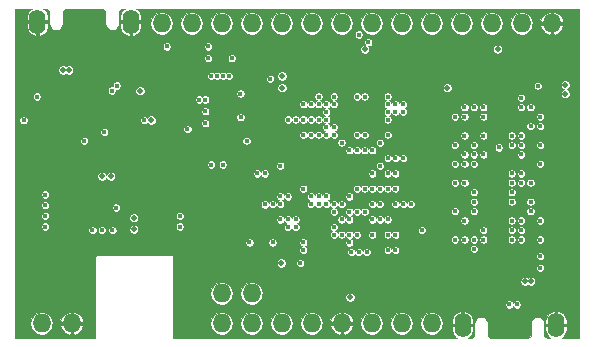
<source format=gbr>
G04 #@! TF.GenerationSoftware,KiCad,Pcbnew,5.0.2-bee76a0~70~ubuntu18.04.1*
G04 #@! TF.CreationDate,2019-05-16T13:37:02+08:00*
G04 #@! TF.ProjectId,require,72657175-6972-4652-9e6b-696361645f70,rev?*
G04 #@! TF.SameCoordinates,Original*
G04 #@! TF.FileFunction,Copper,L2,Inr*
G04 #@! TF.FilePolarity,Positive*
%FSLAX46Y46*%
G04 Gerber Fmt 4.6, Leading zero omitted, Abs format (unit mm)*
G04 Created by KiCad (PCBNEW 5.0.2-bee76a0~70~ubuntu18.04.1) date 2019年05月16日 星期四 13时37分02秒*
%MOMM*%
%LPD*%
G01*
G04 APERTURE LIST*
G04 #@! TA.AperFunction,ViaPad*
%ADD10O,1.400000X2.100000*%
G04 #@! TD*
G04 #@! TA.AperFunction,ViaPad*
%ADD11O,1.587500X1.587500*%
G04 #@! TD*
G04 #@! TA.AperFunction,ViaPad*
%ADD12C,0.400000*%
G04 #@! TD*
G04 #@! TA.AperFunction,ViaPad*
%ADD13C,0.500000*%
G04 #@! TD*
G04 #@! TA.AperFunction,Conductor*
%ADD14C,0.100000*%
G04 #@! TD*
G04 APERTURE END LIST*
D10*
G04 #@! TO.N,GND*
G04 #@! TO.C,J800*
X40550000Y-52150000D03*
X48450000Y-52150000D03*
G04 #@! TD*
G04 #@! TO.N,GND*
G04 #@! TO.C,J801*
X84450000Y-77850000D03*
X76550000Y-77850000D03*
G04 #@! TD*
D11*
G04 #@! TO.N,/rk3308-io/D2*
G04 #@! TO.C,RP2*
X53610000Y-52300000D03*
G04 #@! TD*
G04 #@! TO.N,/rk3308-io/A0*
G04 #@! TO.C,LP3*
X56150000Y-77700000D03*
G04 #@! TD*
G04 #@! TO.N,/rk3308-io/A1*
G04 #@! TO.C,LP31*
X56150000Y-75160000D03*
G04 #@! TD*
G04 #@! TO.N,/rk3308-io/A2*
G04 #@! TO.C,LP4*
X58690000Y-77700000D03*
G04 #@! TD*
G04 #@! TO.N,/rk3308-io/A3*
G04 #@! TO.C,LP41*
X58690000Y-75160000D03*
G04 #@! TD*
G04 #@! TO.N,/USB_HOST_D2_N*
G04 #@! TO.C,LP9*
X71390000Y-77700000D03*
G04 #@! TD*
G04 #@! TO.N,/USB_HOST_D2_P*
G04 #@! TO.C,LP10*
X73930000Y-77700000D03*
G04 #@! TD*
G04 #@! TO.N,+5V*
G04 #@! TO.C,LP8*
X68850000Y-77700000D03*
G04 #@! TD*
G04 #@! TO.N,GND*
G04 #@! TO.C,LP7*
X66310000Y-77700000D03*
G04 #@! TD*
G04 #@! TO.N,+3V3*
G04 #@! TO.C,LP1*
X40910000Y-77700000D03*
G04 #@! TD*
G04 #@! TO.N,/rk3308-io/D11*
G04 #@! TO.C,RP11*
X76470000Y-52300000D03*
G04 #@! TD*
G04 #@! TO.N,/rk3308-io/D12*
G04 #@! TO.C,RP12*
X79010000Y-52300000D03*
G04 #@! TD*
G04 #@! TO.N,/rk3308-io/D13*
G04 #@! TO.C,RP13*
X81550000Y-52300000D03*
G04 #@! TD*
G04 #@! TO.N,Net-(D820-Pad1)*
G04 #@! TO.C,LP5*
X61230000Y-77700000D03*
G04 #@! TD*
G04 #@! TO.N,Net-(D820-Pad2)*
G04 #@! TO.C,LP6*
X63770000Y-77700000D03*
G04 #@! TD*
G04 #@! TO.N,/rk3308-io/D1*
G04 #@! TO.C,RP1*
X51070000Y-52300000D03*
G04 #@! TD*
G04 #@! TO.N,/rk3308-io/D3*
G04 #@! TO.C,RP3*
X56150000Y-52300000D03*
G04 #@! TD*
G04 #@! TO.N,/rk3308-io/D4*
G04 #@! TO.C,RP4*
X58690000Y-52300000D03*
G04 #@! TD*
G04 #@! TO.N,/rk3308-io/D5*
G04 #@! TO.C,RP5*
X61230000Y-52300000D03*
G04 #@! TD*
G04 #@! TO.N,/rk3308-io/D6*
G04 #@! TO.C,RP6*
X63770000Y-52300000D03*
G04 #@! TD*
G04 #@! TO.N,/rk3308-io/D7*
G04 #@! TO.C,RP7*
X66310000Y-52300000D03*
G04 #@! TD*
G04 #@! TO.N,/rk3308-io/D8*
G04 #@! TO.C,RP8*
X68850000Y-52300000D03*
G04 #@! TD*
G04 #@! TO.N,/rk3308-io/D9*
G04 #@! TO.C,RP9*
X71390000Y-52300000D03*
G04 #@! TD*
G04 #@! TO.N,/rk3308-io/D10*
G04 #@! TO.C,RP10*
X73930000Y-52300000D03*
G04 #@! TD*
G04 #@! TO.N,GND*
G04 #@! TO.C,RP14*
X84090000Y-52300000D03*
G04 #@! TD*
G04 #@! TO.N,GND*
G04 #@! TO.C,LP2*
X43450000Y-77700000D03*
G04 #@! TD*
D12*
G04 #@! TO.N,GND*
X81750000Y-57000000D03*
X64750000Y-73750000D03*
X56750000Y-71000000D03*
X56631250Y-68656250D03*
D13*
X44175000Y-56150000D03*
D12*
X52750000Y-62250000D03*
X53250000Y-62249998D03*
X81750000Y-56000000D03*
X59960000Y-74525000D03*
X59960000Y-77065000D03*
X59960000Y-78335000D03*
X64750000Y-73250000D03*
X68250000Y-59150000D03*
X53750000Y-62250000D03*
X83100000Y-63400000D03*
X82300000Y-63400000D03*
X83100000Y-69800000D03*
X83100000Y-71400000D03*
X75900000Y-59400000D03*
X83100000Y-58600000D03*
X75900000Y-63400000D03*
X75900000Y-61799994D03*
X63050000Y-62400000D03*
X59150000Y-64350000D03*
X70200000Y-67600000D03*
X71500000Y-65000000D03*
X69550000Y-65000000D03*
X85900000Y-64200000D03*
X82300000Y-61800000D03*
X57750000Y-59750000D03*
X54750000Y-56750000D03*
X63700000Y-62400000D03*
X60450000Y-66300000D03*
X69550000Y-70200000D03*
X70850000Y-68900000D03*
X73100000Y-70600000D03*
X76700000Y-68200000D03*
X71499998Y-71500000D03*
X83100000Y-67400000D03*
X82300000Y-65000000D03*
X77500000Y-65800000D03*
X83100000Y-68200000D03*
X63050000Y-67600000D03*
X65000000Y-68900000D03*
X68250000Y-65650000D03*
X66300000Y-63050000D03*
X66950000Y-63700000D03*
X65650000Y-63700000D03*
X64350000Y-63700000D03*
X63050000Y-63700000D03*
X59800000Y-64350000D03*
X60450000Y-70200000D03*
X57750000Y-62750000D03*
X57750000Y-58750000D03*
X57750000Y-60750000D03*
X65650000Y-63050000D03*
X54750000Y-60250000D03*
X54750000Y-61250000D03*
X59800000Y-68900000D03*
X85900000Y-70600000D03*
X67600000Y-59150000D03*
X64918750Y-71581250D03*
X76700000Y-62600000D03*
X77500000Y-60200000D03*
X73100000Y-58600000D03*
X73100000Y-60200000D03*
X73100000Y-62600000D03*
X73100000Y-65400000D03*
D13*
X73750000Y-57750000D03*
D12*
X73100000Y-68200000D03*
X85900000Y-65800000D03*
X85900000Y-67000000D03*
X85900000Y-68000000D03*
X85900000Y-69000000D03*
X85900000Y-62600000D03*
X85900000Y-60200000D03*
X85900000Y-59400000D03*
X61100000Y-65650000D03*
X62400000Y-67600000D03*
X66300000Y-63700000D03*
X65000000Y-63700000D03*
X63700000Y-63700000D03*
X64350000Y-63050000D03*
X68250000Y-65000000D03*
X73100000Y-57800000D03*
X56743666Y-64243666D03*
X54743660Y-64250000D03*
X55743684Y-64249999D03*
X68250000Y-68900000D03*
X75900000Y-71400000D03*
X73100000Y-59400000D03*
X79600000Y-63800000D03*
X71500000Y-63050000D03*
X65000000Y-69550000D03*
X68250000Y-70200000D03*
X65650000Y-68900000D03*
X64837500Y-70200000D03*
X75900000Y-68999979D03*
X63700000Y-71500000D03*
X63700000Y-70850000D03*
D13*
X42750000Y-60500000D03*
X46000000Y-63250000D03*
X71400000Y-75100000D03*
D12*
X60450000Y-62400000D03*
X60450000Y-60450000D03*
X53250000Y-60750000D03*
X82300000Y-60200000D03*
X85900000Y-61000000D03*
X85900000Y-72000000D03*
X85900000Y-73000000D03*
X53412490Y-59750000D03*
X70850000Y-58500000D03*
X59150000Y-59150000D03*
X66300000Y-70850000D03*
X73500000Y-73800000D03*
X75900000Y-73800000D03*
X75100000Y-73800000D03*
X74300000Y-73800000D03*
X76700000Y-73800000D03*
X77500000Y-73800000D03*
X78300000Y-73800000D03*
X79100000Y-73800000D03*
X79900000Y-73800000D03*
X80700000Y-73800000D03*
X72700000Y-73800000D03*
X71900000Y-73800000D03*
X71100000Y-73800000D03*
X70300000Y-73800000D03*
X69500000Y-73800000D03*
X68700000Y-73800000D03*
X67900000Y-73800000D03*
X67100000Y-73800000D03*
X66300000Y-73000000D03*
X65500000Y-72200000D03*
X64918750Y-70931250D03*
X75100000Y-75000000D03*
X75900000Y-75000000D03*
X76700000Y-75000000D03*
X74300000Y-75000000D03*
X81800000Y-73400000D03*
X46250000Y-71750000D03*
X47250000Y-71750000D03*
X48250000Y-71750000D03*
X49250000Y-71750000D03*
X50250000Y-71750000D03*
X52250000Y-71750000D03*
X54250000Y-71750000D03*
X53250000Y-71750000D03*
X53250000Y-78750000D03*
X53250000Y-77750000D03*
X53250000Y-75750000D03*
X53250000Y-74750000D03*
X53250000Y-73750000D03*
X53250000Y-72750000D03*
X45250000Y-73200000D03*
X43700000Y-73200000D03*
X44250000Y-72250000D03*
X43250000Y-72500000D03*
X43250000Y-71750000D03*
X45250000Y-72500000D03*
X54250000Y-78750000D03*
X53250000Y-76750000D03*
X54250000Y-74750000D03*
X54250000Y-73750000D03*
X54250000Y-72750000D03*
X54250000Y-75750000D03*
X44750000Y-75250000D03*
X43750000Y-75250000D03*
X51250000Y-71750000D03*
X41500000Y-73000000D03*
X41500000Y-72000000D03*
X54250000Y-76750000D03*
X54250000Y-77750000D03*
X55250000Y-76750000D03*
X55250000Y-78750000D03*
X55250000Y-73750000D03*
X55250000Y-72750000D03*
X51700000Y-70100000D03*
X52200000Y-70100000D03*
X56500000Y-73000000D03*
X58750000Y-73750000D03*
X45250000Y-71750000D03*
X80100000Y-60200000D03*
D13*
X62000000Y-75250000D03*
D12*
X63943750Y-72231250D03*
X39000000Y-71750000D03*
X39000000Y-72750000D03*
X39000000Y-73750000D03*
X39000000Y-74750000D03*
X39000000Y-75750000D03*
X39000000Y-76750000D03*
X39000000Y-78750000D03*
X39000000Y-77750000D03*
X41000000Y-71750000D03*
X41100000Y-75300000D03*
X41000000Y-76250000D03*
X42250000Y-76750000D03*
X41500000Y-74000000D03*
X42000000Y-74700000D03*
X44250000Y-76250000D03*
X45250000Y-77000000D03*
X45250000Y-78750000D03*
X44250000Y-78750000D03*
X42750000Y-78750000D03*
X40000000Y-78750000D03*
X45250000Y-76000000D03*
D13*
X46000000Y-62500000D03*
D12*
X48750000Y-62000000D03*
X49250000Y-63500000D03*
X50250000Y-64750000D03*
D13*
X50300000Y-55000000D03*
D12*
X49100000Y-55400000D03*
X52250000Y-72750000D03*
X52250000Y-73750000D03*
X52250000Y-74750000D03*
X52250000Y-75750000D03*
X52250000Y-76750000D03*
X52250000Y-77750000D03*
X52250000Y-78750000D03*
D13*
X45750000Y-56000000D03*
X46250000Y-56000000D03*
X79000000Y-76500000D03*
X79500000Y-76500000D03*
D12*
X43000000Y-76000000D03*
X44500000Y-73200000D03*
X45250000Y-78000000D03*
X42250000Y-77750000D03*
X41750000Y-78750000D03*
X39250000Y-62250000D03*
X43250000Y-58250000D03*
X44750000Y-58250000D03*
X67750000Y-76000000D03*
X72000000Y-76500000D03*
X73250000Y-76500000D03*
D13*
X66500000Y-56750000D03*
X66500000Y-56000000D03*
X66500000Y-57500000D03*
D12*
X76100000Y-57200000D03*
X76900000Y-57200000D03*
X77700000Y-57200000D03*
X78500000Y-57200000D03*
X79300000Y-57200000D03*
X80100000Y-57200000D03*
X81750000Y-57750000D03*
X84500000Y-54250000D03*
X84500000Y-55250000D03*
X81500000Y-54500000D03*
X83750000Y-58000000D03*
X60250000Y-55500000D03*
X62000000Y-72250000D03*
X65000000Y-75500000D03*
X52340000Y-51665000D03*
X54880000Y-51665000D03*
X57420000Y-51665000D03*
X59960000Y-51665000D03*
X62500000Y-51665000D03*
X65040000Y-51665000D03*
X67580000Y-51665000D03*
X70120000Y-51665000D03*
X72660000Y-51665000D03*
X75200000Y-51665000D03*
X77740000Y-51665000D03*
X80280000Y-51665000D03*
X82820000Y-51665000D03*
X72660000Y-78335000D03*
X70120000Y-78335000D03*
X62500000Y-78335000D03*
X65040000Y-78335000D03*
X67580000Y-78335000D03*
X57420000Y-78335000D03*
X59960000Y-75795000D03*
X39500000Y-56250000D03*
X39500000Y-54750000D03*
D13*
X43500000Y-60500000D03*
X42000000Y-60500000D03*
X46000000Y-64000000D03*
D12*
X60450000Y-64350000D03*
X66300000Y-66950000D03*
X66950000Y-66300000D03*
X65650000Y-66950000D03*
X68900000Y-64350000D03*
X69550000Y-63700000D03*
X70500000Y-53500000D03*
G04 #@! TO.N,/ddr/DDR_A1*
X80700000Y-69800000D03*
X68412500Y-71662500D03*
G04 #@! TO.N,/ddr/DDR_A7*
X70850000Y-71500000D03*
X77500000Y-70600000D03*
G04 #@! TO.N,/ddr/DDR_A2*
X78300000Y-69800000D03*
X70200000Y-71500000D03*
G04 #@! TO.N,/ddr/DDR_A11*
X80700000Y-70600000D03*
X67112500Y-71662500D03*
G04 #@! TO.N,/ddr/DDR_A6*
X81500000Y-70600000D03*
X67762500Y-71662500D03*
G04 #@! TO.N,/ddr/DDR_A12*
X80700000Y-69000000D03*
X67600000Y-70200000D03*
G04 #@! TO.N,/ddr/DDR_A3*
X68250000Y-68250000D03*
X76700000Y-69000000D03*
G04 #@! TO.N,/ddr/DDR_A4*
X81500000Y-69800000D03*
X66950000Y-70850000D03*
G04 #@! TO.N,/ddr/DDR_A13*
X65650000Y-69550000D03*
X77500000Y-71400000D03*
G04 #@! TO.N,/ddr/DDR_A9*
X78300000Y-70600000D03*
X66950000Y-68900000D03*
G04 #@! TO.N,/ddr/DDR_A10*
X66300000Y-70200000D03*
X80700004Y-67400000D03*
G04 #@! TO.N,/ddr/DDR_D5*
X71500000Y-67600000D03*
X78300000Y-59400000D03*
G04 #@! TO.N,/ddr/DDR_D3*
X71500000Y-63700000D03*
X81500000Y-58600000D03*
G04 #@! TO.N,/ddr/DDR_CLKN*
X70850000Y-70200000D03*
X81500000Y-65800000D03*
G04 #@! TO.N,/ddr/DDR_D4*
X82300000Y-61000000D03*
X72150000Y-67600000D03*
G04 #@! TO.N,/ddr/DDR_D9*
X69550000Y-67600000D03*
X77500000Y-62600000D03*
G04 #@! TO.N,/ddr/DDR_DQS1P*
X78300000Y-63400000D03*
X70850000Y-66300000D03*
G04 #@! TO.N,/ddr/DDR_D7*
X70850000Y-65000000D03*
X81500000Y-59400000D03*
G04 #@! TO.N,/ddr/DDR_D12*
X70200000Y-65000000D03*
X76700000Y-63400000D03*
G04 #@! TO.N,/ddr/DDR_D14*
X70850000Y-63700000D03*
X81500000Y-62600000D03*
G04 #@! TO.N,/ddr/DDR_CLKP*
X80700000Y-65800000D03*
X70200000Y-70200000D03*
G04 #@! TO.N,/ddr/DDR_D11*
X81500000Y-65000000D03*
X70200000Y-68900000D03*
G04 #@! TO.N,/ddr/DDR_D6*
X69550000Y-68900000D03*
X81500000Y-61800000D03*
G04 #@! TO.N,/ddr/DDR_D13*
X70850000Y-67600000D03*
X78300000Y-61800000D03*
G04 #@! TO.N,/ddr/DDR_DQS1N*
X77500000Y-63400000D03*
X70200000Y-66300000D03*
G04 #@! TO.N,/ddr/DDR_DM1*
X80700000Y-61800000D03*
X70200000Y-63700000D03*
G04 #@! TO.N,/ddr/DDR_RESET*
X76700000Y-70600000D03*
X68900000Y-68900000D03*
G04 #@! TO.N,/ddr/DDR_D8*
X68900000Y-67600000D03*
X80700000Y-65000000D03*
G04 #@! TO.N,/ddr/DDR_D2*
X78300000Y-60200000D03*
X68900000Y-66300000D03*
G04 #@! TO.N,/ddr/DDR_D0*
X76700000Y-60200000D03*
X69550000Y-66300000D03*
G04 #@! TO.N,/ddr/DDR_D10*
X80700000Y-62600000D03*
X69550000Y-64350000D03*
G04 #@! TO.N,/ddr/DDR_ODT0*
X73100000Y-69800000D03*
X68900000Y-70200000D03*
X75900000Y-65800000D03*
G04 #@! TO.N,/ddr/DDR_D1*
X77500000Y-59400000D03*
X68250000Y-66300000D03*
G04 #@! TO.N,/ddr/DDR_D15*
X77500000Y-64200000D03*
X68900000Y-65000000D03*
G04 #@! TO.N,/ddr/DDR_BA2*
X77500000Y-68200000D03*
X67600000Y-68250000D03*
G04 #@! TO.N,/ddr/DDR_BA1*
X81500000Y-69000000D03*
X66950000Y-70200000D03*
G04 #@! TO.N,/ddr/DDR_CASN*
X77500000Y-66600000D03*
X66300000Y-68900000D03*
G04 #@! TO.N,/ddr/DDR_WEN*
X77500000Y-67400000D03*
X66949952Y-68250000D03*
G04 #@! TO.N,/ddr/DDR_CKE0*
X65650000Y-70200000D03*
X80700000Y-66600000D03*
G04 #@! TO.N,VCC_DDR*
X83100000Y-61000000D03*
X83100000Y-64200000D03*
X83100000Y-69000000D03*
X83100000Y-70600000D03*
X75900000Y-62600000D03*
X76700000Y-64200000D03*
X75900000Y-70600000D03*
X75900000Y-68200000D03*
X81500000Y-63400000D03*
X76700000Y-59400000D03*
X67600000Y-66300000D03*
X66950000Y-66950000D03*
X66300000Y-67600000D03*
X65650000Y-68250000D03*
X75899986Y-60200000D03*
X83100000Y-62600000D03*
X76700000Y-61800000D03*
X76700000Y-65800000D03*
X82300000Y-65800000D03*
X65650000Y-67600000D03*
D13*
X75250000Y-57750000D03*
D12*
X83100000Y-60200000D03*
X82300000Y-59400000D03*
D13*
X85250000Y-57500000D03*
X85250000Y-58250000D03*
D12*
X83100000Y-72000000D03*
X83100000Y-73000000D03*
G04 #@! TO.N,/emmc/EMMC_RST*
X65000000Y-61750000D03*
G04 #@! TO.N,Net-(R50-Pad1)*
X82300000Y-67400000D03*
G04 #@! TO.N,/emmc/VDDi*
X57740000Y-58240000D03*
G04 #@! TO.N,/rk3308-io/I2C1_SCL*
X71500000Y-59800000D03*
G04 #@! TO.N,/rk3308-io/I2C1_SDA*
X70850000Y-59800000D03*
G04 #@! TO.N,/rk3308-io/WIFI_WAKE_HOST*
X68900000Y-63050000D03*
X52600000Y-68600000D03*
G04 #@! TO.N,/rk3308-io/WIFI_REG_ON*
X69550000Y-62400000D03*
X52600000Y-69500000D03*
G04 #@! TO.N,/rk3308-io/HOST_WAKE_BT*
X61100000Y-67600000D03*
X46000000Y-69800000D03*
G04 #@! TO.N,/rk3308-io/BT_WAKE_HOST*
X46900000Y-69800000D03*
X61100000Y-66950000D03*
G04 #@! TO.N,/rk3308-io/UART4_TXD*
X61750000Y-66950000D03*
X41200000Y-68600000D03*
G04 #@! TO.N,/rk3308-io/UART4_RXD*
X60450000Y-67600000D03*
X41200000Y-67700000D03*
G04 #@! TO.N,/rk3308-io/UART4_RTS*
X59800000Y-65000000D03*
X41200000Y-69500000D03*
G04 #@! TO.N,/rk3308-io/BT_REG_ON*
X39374990Y-60500000D03*
X59800000Y-67625010D03*
G04 #@! TO.N,/rk3308-io/UART4_CTS*
X59150000Y-65000000D03*
X41200000Y-66800000D03*
G04 #@! TO.N,/rk3308-io/A4*
X60450000Y-70850000D03*
G04 #@! TO.N,/rk3308-io/D1*
X63700000Y-59150000D03*
X55000000Y-54250000D03*
G04 #@! TO.N,/rk3308-io/D2*
X63700000Y-61750000D03*
X51500000Y-54250000D03*
X55000000Y-55250000D03*
G04 #@! TO.N,/rk3308-io/D3*
X62400000Y-60450000D03*
G04 #@! TO.N,/rk3308-io/D4*
X61750000Y-60450000D03*
G04 #@! TO.N,/rk3308-io/D7*
X65650000Y-59150000D03*
G04 #@! TO.N,/rk3308-io/D8*
X65650000Y-61750000D03*
G04 #@! TO.N,/rk3308-io/D9*
X65000000Y-60450000D03*
X67750000Y-53250000D03*
G04 #@! TO.N,/rk3308-io/D10*
X65650000Y-61100000D03*
X68550000Y-53900000D03*
G04 #@! TO.N,/rk3308-io/D11*
X70850000Y-59150000D03*
G04 #@! TO.N,/rk3308-io/D12*
X71500000Y-59150000D03*
G04 #@! TO.N,/rk3308-io/D13*
X70200000Y-60450000D03*
G04 #@! TO.N,/wireless/LPO*
X70200000Y-59150000D03*
X49600004Y-60500000D03*
G04 #@! TO.N,/emmc/EMMC_D7*
X63700000Y-60450000D03*
X54250000Y-58750000D03*
G04 #@! TO.N,/emmc/EMMC_CLK*
X63050000Y-61750000D03*
G04 #@! TO.N,/emmc/EMMC_CMD*
X63050000Y-60450000D03*
X58250000Y-62250000D03*
G04 #@! TO.N,/emmc/EMMC_D6*
X65000000Y-61100000D03*
X57750000Y-60250000D03*
G04 #@! TO.N,/emmc/EMMC_D2*
X64350000Y-58500000D03*
X55250000Y-56750000D03*
G04 #@! TO.N,/emmc/EMMC_D5*
X65000000Y-59800000D03*
G04 #@! TO.N,/emmc/EMMC_D1*
X63050000Y-59150000D03*
X55750000Y-56750000D03*
G04 #@! TO.N,/emmc/EMMC_D4*
X64350000Y-59150000D03*
X56750000Y-56750000D03*
G04 #@! TO.N,/emmc/EMMC_D3*
X65000000Y-59150000D03*
G04 #@! TO.N,/USB_OTG_D_P*
X63050000Y-70850000D03*
X47262135Y-57562564D03*
G04 #@! TO.N,/USB_OTG_D_N*
X63050000Y-71500000D03*
X46837869Y-57986830D03*
D13*
G04 #@! TO.N,+3V3*
X46750000Y-65250000D03*
D12*
X70200000Y-58500000D03*
D13*
X48700000Y-69750000D03*
D12*
X64350000Y-61750000D03*
X54750000Y-58750000D03*
X54750000Y-59750000D03*
X54750000Y-60750000D03*
X62400000Y-69550000D03*
X63050000Y-66300000D03*
X70200000Y-59800000D03*
X61100000Y-64350000D03*
X56243695Y-64249991D03*
X55243673Y-64250000D03*
D13*
X46000000Y-65250000D03*
D12*
X46200000Y-61500000D03*
X68250000Y-63050000D03*
X53250000Y-61250000D03*
D13*
X48700000Y-68750000D03*
X50200000Y-60500000D03*
X49250000Y-58000000D03*
D12*
X57000000Y-55250000D03*
X60250000Y-57000000D03*
G04 #@! TO.N,+1V8*
X61100000Y-68900000D03*
G04 #@! TO.N,+1V8A*
X61750000Y-68900000D03*
G04 #@! TO.N,+1V0L*
X64350000Y-67600000D03*
X65000000Y-67600000D03*
X65000000Y-66950000D03*
X64350000Y-66950000D03*
X63700000Y-66950000D03*
X63700000Y-67600000D03*
D13*
X61200000Y-72600000D03*
G04 #@! TO.N,+1V0C*
X61250000Y-56750000D03*
X61250000Y-57750000D03*
D12*
X66950000Y-63050000D03*
X66300000Y-62400000D03*
X68250014Y-61750000D03*
X67600000Y-61750000D03*
X67600000Y-63050000D03*
X68250000Y-58500000D03*
G04 #@! TO.N,+1V0*
X62400000Y-68900000D03*
D13*
G04 #@! TO.N,+5V*
X42700000Y-56250000D03*
D12*
X40500000Y-58500000D03*
D13*
X79500000Y-54500000D03*
X43200000Y-56250000D03*
X81800000Y-74150000D03*
X82300000Y-74150000D03*
D12*
X44500000Y-62250000D03*
D13*
X68250000Y-54500000D03*
X67000000Y-75500000D03*
D12*
X65650000Y-58500000D03*
G04 #@! TO.N,Net-(C330-Pad1)*
X75900000Y-64200000D03*
X82300000Y-68200000D03*
X79600000Y-62800000D03*
G04 #@! TO.N,Net-(C520-Pad1)*
X45200000Y-69800000D03*
G04 #@! TO.N,Net-(C521-Pad1)*
X47200000Y-67900000D03*
G04 #@! TO.N,Net-(C202-Pad2)*
X67600000Y-58500000D03*
G04 #@! TO.N,Net-(C222-Pad2)*
X62800000Y-72600000D03*
G04 #@! TO.N,Net-(C232-Pad2)*
X82900000Y-57600000D03*
G04 #@! TO.N,/rk3308-io/USB_EXTR*
X61750000Y-69550000D03*
G04 #@! TO.N,/rk3308-io/EMMC_VSEL*
X70200000Y-61750000D03*
G04 #@! TO.N,/emmc/EMMC_D0*
X64350000Y-60450000D03*
X56250000Y-56750000D03*
G04 #@! TO.N,Net-(C110-Pad1)*
X58500000Y-70850000D03*
G04 #@! TO.N,/USB_HOST_D3_P*
X81150000Y-76100000D03*
G04 #@! TO.N,/USB_HOST_D3_N*
X80500000Y-76100000D03*
G04 #@! TD*
D14*
G04 #@! TO.N,GND*
G36*
X39984315Y-51092893D02*
X39756777Y-51363197D01*
X39650000Y-51700000D01*
X39650000Y-52050000D01*
X40450000Y-52050000D01*
X40450000Y-52030000D01*
X40650000Y-52030000D01*
X40650000Y-52050000D01*
X41450000Y-52050000D01*
X41450000Y-51700000D01*
X41343223Y-51363197D01*
X41115685Y-51092893D01*
X41028386Y-51050000D01*
X41348224Y-51050000D01*
X41550000Y-51251776D01*
X41550001Y-52312307D01*
X41552402Y-52324378D01*
X41552402Y-52324386D01*
X41586656Y-52496594D01*
X41586656Y-52496595D01*
X41605320Y-52541655D01*
X41702868Y-52687645D01*
X41720112Y-52704888D01*
X41737355Y-52722132D01*
X41883345Y-52819679D01*
X41883346Y-52819680D01*
X41909741Y-52830613D01*
X41928405Y-52838344D01*
X41928406Y-52838344D01*
X42100614Y-52872598D01*
X42149386Y-52872598D01*
X42321594Y-52838344D01*
X42321595Y-52838344D01*
X42366655Y-52819680D01*
X42512645Y-52722132D01*
X42529888Y-52704888D01*
X42547132Y-52687645D01*
X42644679Y-52541655D01*
X42644680Y-52541654D01*
X42663344Y-52496594D01*
X42697598Y-52324386D01*
X42697598Y-52324383D01*
X42700000Y-52312307D01*
X42700000Y-51251775D01*
X42901775Y-51050000D01*
X46098224Y-51050000D01*
X46300000Y-51251776D01*
X46300001Y-52312307D01*
X46302402Y-52324378D01*
X46302402Y-52324386D01*
X46336656Y-52496594D01*
X46336656Y-52496595D01*
X46355320Y-52541655D01*
X46452868Y-52687645D01*
X46470112Y-52704888D01*
X46487355Y-52722132D01*
X46633345Y-52819679D01*
X46633346Y-52819680D01*
X46659741Y-52830613D01*
X46678405Y-52838344D01*
X46678406Y-52838344D01*
X46850614Y-52872598D01*
X46899386Y-52872598D01*
X47071594Y-52838344D01*
X47071595Y-52838344D01*
X47116655Y-52819680D01*
X47262645Y-52722132D01*
X47279888Y-52704888D01*
X47297132Y-52687645D01*
X47394679Y-52541655D01*
X47394680Y-52541654D01*
X47413344Y-52496594D01*
X47447598Y-52324386D01*
X47447598Y-52324383D01*
X47450000Y-52312307D01*
X47450000Y-52250000D01*
X47550000Y-52250000D01*
X47550000Y-52600000D01*
X47656777Y-52936803D01*
X47884315Y-53207107D01*
X48211312Y-53367772D01*
X48350000Y-53344097D01*
X48350000Y-52250000D01*
X48550000Y-52250000D01*
X48550000Y-53344097D01*
X48688688Y-53367772D01*
X49015685Y-53207107D01*
X49243223Y-52936803D01*
X49350000Y-52600000D01*
X49350000Y-52300000D01*
X50107761Y-52300000D01*
X50181007Y-52668233D01*
X50389594Y-52980406D01*
X50701767Y-53188993D01*
X50977049Y-53243750D01*
X51162951Y-53243750D01*
X51438233Y-53188993D01*
X51750406Y-52980406D01*
X51958993Y-52668233D01*
X52032239Y-52300000D01*
X52647761Y-52300000D01*
X52721007Y-52668233D01*
X52929594Y-52980406D01*
X53241767Y-53188993D01*
X53517049Y-53243750D01*
X53702951Y-53243750D01*
X53978233Y-53188993D01*
X54290406Y-52980406D01*
X54498993Y-52668233D01*
X54572239Y-52300000D01*
X55187761Y-52300000D01*
X55261007Y-52668233D01*
X55469594Y-52980406D01*
X55781767Y-53188993D01*
X56057049Y-53243750D01*
X56242951Y-53243750D01*
X56518233Y-53188993D01*
X56830406Y-52980406D01*
X57038993Y-52668233D01*
X57112239Y-52300000D01*
X57727761Y-52300000D01*
X57801007Y-52668233D01*
X58009594Y-52980406D01*
X58321767Y-53188993D01*
X58597049Y-53243750D01*
X58782951Y-53243750D01*
X59058233Y-53188993D01*
X59370406Y-52980406D01*
X59578993Y-52668233D01*
X59652239Y-52300000D01*
X60267761Y-52300000D01*
X60341007Y-52668233D01*
X60549594Y-52980406D01*
X60861767Y-53188993D01*
X61137049Y-53243750D01*
X61322951Y-53243750D01*
X61598233Y-53188993D01*
X61910406Y-52980406D01*
X62118993Y-52668233D01*
X62192239Y-52300000D01*
X62807761Y-52300000D01*
X62881007Y-52668233D01*
X63089594Y-52980406D01*
X63401767Y-53188993D01*
X63677049Y-53243750D01*
X63862951Y-53243750D01*
X64138233Y-53188993D01*
X64450406Y-52980406D01*
X64658993Y-52668233D01*
X64732239Y-52300000D01*
X65347761Y-52300000D01*
X65421007Y-52668233D01*
X65629594Y-52980406D01*
X65941767Y-53188993D01*
X66217049Y-53243750D01*
X66402951Y-53243750D01*
X66678233Y-53188993D01*
X66691121Y-53180381D01*
X67400000Y-53180381D01*
X67400000Y-53319619D01*
X67453284Y-53448259D01*
X67551741Y-53546716D01*
X67680381Y-53600000D01*
X67819619Y-53600000D01*
X67948259Y-53546716D01*
X68046716Y-53448259D01*
X68100000Y-53319619D01*
X68100000Y-53180381D01*
X68046716Y-53051741D01*
X67948259Y-52953284D01*
X67819619Y-52900000D01*
X67680381Y-52900000D01*
X67551741Y-52953284D01*
X67453284Y-53051741D01*
X67400000Y-53180381D01*
X66691121Y-53180381D01*
X66990406Y-52980406D01*
X67198993Y-52668233D01*
X67272239Y-52300000D01*
X67887761Y-52300000D01*
X67961007Y-52668233D01*
X68169594Y-52980406D01*
X68481767Y-53188993D01*
X68757049Y-53243750D01*
X68942951Y-53243750D01*
X69218233Y-53188993D01*
X69530406Y-52980406D01*
X69738993Y-52668233D01*
X69812239Y-52300000D01*
X70427761Y-52300000D01*
X70501007Y-52668233D01*
X70709594Y-52980406D01*
X71021767Y-53188993D01*
X71297049Y-53243750D01*
X71482951Y-53243750D01*
X71758233Y-53188993D01*
X72070406Y-52980406D01*
X72278993Y-52668233D01*
X72352239Y-52300000D01*
X72967761Y-52300000D01*
X73041007Y-52668233D01*
X73249594Y-52980406D01*
X73561767Y-53188993D01*
X73837049Y-53243750D01*
X74022951Y-53243750D01*
X74298233Y-53188993D01*
X74610406Y-52980406D01*
X74818993Y-52668233D01*
X74892239Y-52300000D01*
X75507761Y-52300000D01*
X75581007Y-52668233D01*
X75789594Y-52980406D01*
X76101767Y-53188993D01*
X76377049Y-53243750D01*
X76562951Y-53243750D01*
X76838233Y-53188993D01*
X77150406Y-52980406D01*
X77358993Y-52668233D01*
X77432239Y-52300000D01*
X78047761Y-52300000D01*
X78121007Y-52668233D01*
X78329594Y-52980406D01*
X78641767Y-53188993D01*
X78917049Y-53243750D01*
X79102951Y-53243750D01*
X79378233Y-53188993D01*
X79690406Y-52980406D01*
X79898993Y-52668233D01*
X79972239Y-52300000D01*
X80587761Y-52300000D01*
X80661007Y-52668233D01*
X80869594Y-52980406D01*
X81181767Y-53188993D01*
X81457049Y-53243750D01*
X81642951Y-53243750D01*
X81918233Y-53188993D01*
X82230406Y-52980406D01*
X82438993Y-52668233D01*
X82461827Y-52553437D01*
X83129110Y-52553437D01*
X83231333Y-52800252D01*
X83488133Y-53090770D01*
X83836562Y-53260901D01*
X83990000Y-53238717D01*
X83990000Y-52400000D01*
X84190000Y-52400000D01*
X84190000Y-53238717D01*
X84343438Y-53260901D01*
X84691867Y-53090770D01*
X84948667Y-52800252D01*
X85050890Y-52553437D01*
X85028437Y-52400000D01*
X84190000Y-52400000D01*
X83990000Y-52400000D01*
X83151563Y-52400000D01*
X83129110Y-52553437D01*
X82461827Y-52553437D01*
X82512239Y-52300000D01*
X82461828Y-52046563D01*
X83129110Y-52046563D01*
X83151563Y-52200000D01*
X83990000Y-52200000D01*
X83990000Y-51361283D01*
X84190000Y-51361283D01*
X84190000Y-52200000D01*
X85028437Y-52200000D01*
X85050890Y-52046563D01*
X84948667Y-51799748D01*
X84691867Y-51509230D01*
X84343438Y-51339099D01*
X84190000Y-51361283D01*
X83990000Y-51361283D01*
X83836562Y-51339099D01*
X83488133Y-51509230D01*
X83231333Y-51799748D01*
X83129110Y-52046563D01*
X82461828Y-52046563D01*
X82438993Y-51931767D01*
X82230406Y-51619594D01*
X81918233Y-51411007D01*
X81642951Y-51356250D01*
X81457049Y-51356250D01*
X81181767Y-51411007D01*
X80869594Y-51619594D01*
X80661007Y-51931767D01*
X80587761Y-52300000D01*
X79972239Y-52300000D01*
X79898993Y-51931767D01*
X79690406Y-51619594D01*
X79378233Y-51411007D01*
X79102951Y-51356250D01*
X78917049Y-51356250D01*
X78641767Y-51411007D01*
X78329594Y-51619594D01*
X78121007Y-51931767D01*
X78047761Y-52300000D01*
X77432239Y-52300000D01*
X77358993Y-51931767D01*
X77150406Y-51619594D01*
X76838233Y-51411007D01*
X76562951Y-51356250D01*
X76377049Y-51356250D01*
X76101767Y-51411007D01*
X75789594Y-51619594D01*
X75581007Y-51931767D01*
X75507761Y-52300000D01*
X74892239Y-52300000D01*
X74818993Y-51931767D01*
X74610406Y-51619594D01*
X74298233Y-51411007D01*
X74022951Y-51356250D01*
X73837049Y-51356250D01*
X73561767Y-51411007D01*
X73249594Y-51619594D01*
X73041007Y-51931767D01*
X72967761Y-52300000D01*
X72352239Y-52300000D01*
X72278993Y-51931767D01*
X72070406Y-51619594D01*
X71758233Y-51411007D01*
X71482951Y-51356250D01*
X71297049Y-51356250D01*
X71021767Y-51411007D01*
X70709594Y-51619594D01*
X70501007Y-51931767D01*
X70427761Y-52300000D01*
X69812239Y-52300000D01*
X69738993Y-51931767D01*
X69530406Y-51619594D01*
X69218233Y-51411007D01*
X68942951Y-51356250D01*
X68757049Y-51356250D01*
X68481767Y-51411007D01*
X68169594Y-51619594D01*
X67961007Y-51931767D01*
X67887761Y-52300000D01*
X67272239Y-52300000D01*
X67198993Y-51931767D01*
X66990406Y-51619594D01*
X66678233Y-51411007D01*
X66402951Y-51356250D01*
X66217049Y-51356250D01*
X65941767Y-51411007D01*
X65629594Y-51619594D01*
X65421007Y-51931767D01*
X65347761Y-52300000D01*
X64732239Y-52300000D01*
X64658993Y-51931767D01*
X64450406Y-51619594D01*
X64138233Y-51411007D01*
X63862951Y-51356250D01*
X63677049Y-51356250D01*
X63401767Y-51411007D01*
X63089594Y-51619594D01*
X62881007Y-51931767D01*
X62807761Y-52300000D01*
X62192239Y-52300000D01*
X62118993Y-51931767D01*
X61910406Y-51619594D01*
X61598233Y-51411007D01*
X61322951Y-51356250D01*
X61137049Y-51356250D01*
X60861767Y-51411007D01*
X60549594Y-51619594D01*
X60341007Y-51931767D01*
X60267761Y-52300000D01*
X59652239Y-52300000D01*
X59578993Y-51931767D01*
X59370406Y-51619594D01*
X59058233Y-51411007D01*
X58782951Y-51356250D01*
X58597049Y-51356250D01*
X58321767Y-51411007D01*
X58009594Y-51619594D01*
X57801007Y-51931767D01*
X57727761Y-52300000D01*
X57112239Y-52300000D01*
X57038993Y-51931767D01*
X56830406Y-51619594D01*
X56518233Y-51411007D01*
X56242951Y-51356250D01*
X56057049Y-51356250D01*
X55781767Y-51411007D01*
X55469594Y-51619594D01*
X55261007Y-51931767D01*
X55187761Y-52300000D01*
X54572239Y-52300000D01*
X54498993Y-51931767D01*
X54290406Y-51619594D01*
X53978233Y-51411007D01*
X53702951Y-51356250D01*
X53517049Y-51356250D01*
X53241767Y-51411007D01*
X52929594Y-51619594D01*
X52721007Y-51931767D01*
X52647761Y-52300000D01*
X52032239Y-52300000D01*
X51958993Y-51931767D01*
X51750406Y-51619594D01*
X51438233Y-51411007D01*
X51162951Y-51356250D01*
X50977049Y-51356250D01*
X50701767Y-51411007D01*
X50389594Y-51619594D01*
X50181007Y-51931767D01*
X50107761Y-52300000D01*
X49350000Y-52300000D01*
X49350000Y-52250000D01*
X48550000Y-52250000D01*
X48350000Y-52250000D01*
X47550000Y-52250000D01*
X47450000Y-52250000D01*
X47450000Y-51251775D01*
X47651775Y-51050000D01*
X47971614Y-51050000D01*
X47884315Y-51092893D01*
X47656777Y-51363197D01*
X47550000Y-51700000D01*
X47550000Y-52050000D01*
X48350000Y-52050000D01*
X48350000Y-52030000D01*
X48550000Y-52030000D01*
X48550000Y-52050000D01*
X49350000Y-52050000D01*
X49350000Y-51700000D01*
X49243223Y-51363197D01*
X49015685Y-51092893D01*
X48928386Y-51050000D01*
X86375000Y-51050000D01*
X86375001Y-78950000D01*
X84928386Y-78950000D01*
X85015685Y-78907107D01*
X85243223Y-78636803D01*
X85350000Y-78300000D01*
X85350000Y-77950000D01*
X84550000Y-77950000D01*
X84550000Y-77970000D01*
X84350000Y-77970000D01*
X84350000Y-77950000D01*
X83550000Y-77950000D01*
X83550000Y-78300000D01*
X83656777Y-78636803D01*
X83884315Y-78907107D01*
X83971614Y-78950000D01*
X83651775Y-78950000D01*
X83450000Y-78748225D01*
X83450000Y-77687693D01*
X83447598Y-77675617D01*
X83447598Y-77675614D01*
X83413344Y-77503406D01*
X83394680Y-77458346D01*
X83394679Y-77458345D01*
X83355695Y-77400000D01*
X83550000Y-77400000D01*
X83550000Y-77750000D01*
X84350000Y-77750000D01*
X84350000Y-76655903D01*
X84550000Y-76655903D01*
X84550000Y-77750000D01*
X85350000Y-77750000D01*
X85350000Y-77400000D01*
X85243223Y-77063197D01*
X85015685Y-76792893D01*
X84688688Y-76632228D01*
X84550000Y-76655903D01*
X84350000Y-76655903D01*
X84211312Y-76632228D01*
X83884315Y-76792893D01*
X83656777Y-77063197D01*
X83550000Y-77400000D01*
X83355695Y-77400000D01*
X83297132Y-77312355D01*
X83279888Y-77295112D01*
X83262645Y-77277868D01*
X83116655Y-77180320D01*
X83071595Y-77161656D01*
X83071594Y-77161656D01*
X82899386Y-77127402D01*
X82850614Y-77127402D01*
X82678406Y-77161656D01*
X82678405Y-77161656D01*
X82659741Y-77169387D01*
X82633346Y-77180320D01*
X82633345Y-77180321D01*
X82487355Y-77277868D01*
X82470112Y-77295112D01*
X82452868Y-77312355D01*
X82355320Y-77458345D01*
X82355320Y-77458346D01*
X82336656Y-77503406D01*
X82302402Y-77675614D01*
X82302402Y-77675622D01*
X82300001Y-77687693D01*
X82300000Y-78748224D01*
X82098224Y-78950000D01*
X78901775Y-78950000D01*
X78700000Y-78748225D01*
X78700000Y-77687693D01*
X78697598Y-77675617D01*
X78697598Y-77675614D01*
X78663344Y-77503406D01*
X78644680Y-77458346D01*
X78644679Y-77458345D01*
X78547132Y-77312355D01*
X78529888Y-77295112D01*
X78512645Y-77277868D01*
X78366655Y-77180320D01*
X78321595Y-77161656D01*
X78321594Y-77161656D01*
X78149386Y-77127402D01*
X78100614Y-77127402D01*
X77928406Y-77161656D01*
X77928405Y-77161656D01*
X77909741Y-77169387D01*
X77883346Y-77180320D01*
X77883345Y-77180321D01*
X77737355Y-77277868D01*
X77720112Y-77295112D01*
X77702868Y-77312355D01*
X77605320Y-77458345D01*
X77605320Y-77458346D01*
X77586656Y-77503406D01*
X77552402Y-77675614D01*
X77552402Y-77675622D01*
X77550001Y-77687693D01*
X77550000Y-78748224D01*
X77348224Y-78950000D01*
X77028386Y-78950000D01*
X77115685Y-78907107D01*
X77343223Y-78636803D01*
X77450000Y-78300000D01*
X77450000Y-77950000D01*
X76650000Y-77950000D01*
X76650000Y-77970000D01*
X76450000Y-77970000D01*
X76450000Y-77950000D01*
X75650000Y-77950000D01*
X75650000Y-78300000D01*
X75756777Y-78636803D01*
X75984315Y-78907107D01*
X76071614Y-78950000D01*
X52050000Y-78950000D01*
X52050000Y-77700000D01*
X55187761Y-77700000D01*
X55261007Y-78068233D01*
X55469594Y-78380406D01*
X55781767Y-78588993D01*
X56057049Y-78643750D01*
X56242951Y-78643750D01*
X56518233Y-78588993D01*
X56830406Y-78380406D01*
X57038993Y-78068233D01*
X57112239Y-77700000D01*
X57727761Y-77700000D01*
X57801007Y-78068233D01*
X58009594Y-78380406D01*
X58321767Y-78588993D01*
X58597049Y-78643750D01*
X58782951Y-78643750D01*
X59058233Y-78588993D01*
X59370406Y-78380406D01*
X59578993Y-78068233D01*
X59652239Y-77700000D01*
X60267761Y-77700000D01*
X60341007Y-78068233D01*
X60549594Y-78380406D01*
X60861767Y-78588993D01*
X61137049Y-78643750D01*
X61322951Y-78643750D01*
X61598233Y-78588993D01*
X61910406Y-78380406D01*
X62118993Y-78068233D01*
X62192239Y-77700000D01*
X62807761Y-77700000D01*
X62881007Y-78068233D01*
X63089594Y-78380406D01*
X63401767Y-78588993D01*
X63677049Y-78643750D01*
X63862951Y-78643750D01*
X64138233Y-78588993D01*
X64450406Y-78380406D01*
X64658993Y-78068233D01*
X64681827Y-77953437D01*
X65349110Y-77953437D01*
X65451333Y-78200252D01*
X65708133Y-78490770D01*
X66056562Y-78660901D01*
X66210000Y-78638717D01*
X66210000Y-77800000D01*
X66410000Y-77800000D01*
X66410000Y-78638717D01*
X66563438Y-78660901D01*
X66911867Y-78490770D01*
X67168667Y-78200252D01*
X67270890Y-77953437D01*
X67248437Y-77800000D01*
X66410000Y-77800000D01*
X66210000Y-77800000D01*
X65371563Y-77800000D01*
X65349110Y-77953437D01*
X64681827Y-77953437D01*
X64732239Y-77700000D01*
X67887761Y-77700000D01*
X67961007Y-78068233D01*
X68169594Y-78380406D01*
X68481767Y-78588993D01*
X68757049Y-78643750D01*
X68942951Y-78643750D01*
X69218233Y-78588993D01*
X69530406Y-78380406D01*
X69738993Y-78068233D01*
X69812239Y-77700000D01*
X70427761Y-77700000D01*
X70501007Y-78068233D01*
X70709594Y-78380406D01*
X71021767Y-78588993D01*
X71297049Y-78643750D01*
X71482951Y-78643750D01*
X71758233Y-78588993D01*
X72070406Y-78380406D01*
X72278993Y-78068233D01*
X72352239Y-77700000D01*
X72967761Y-77700000D01*
X73041007Y-78068233D01*
X73249594Y-78380406D01*
X73561767Y-78588993D01*
X73837049Y-78643750D01*
X74022951Y-78643750D01*
X74298233Y-78588993D01*
X74610406Y-78380406D01*
X74818993Y-78068233D01*
X74892239Y-77700000D01*
X74832566Y-77400000D01*
X75650000Y-77400000D01*
X75650000Y-77750000D01*
X76450000Y-77750000D01*
X76450000Y-76655903D01*
X76650000Y-76655903D01*
X76650000Y-77750000D01*
X77450000Y-77750000D01*
X77450000Y-77400000D01*
X77343223Y-77063197D01*
X77115685Y-76792893D01*
X76788688Y-76632228D01*
X76650000Y-76655903D01*
X76450000Y-76655903D01*
X76311312Y-76632228D01*
X75984315Y-76792893D01*
X75756777Y-77063197D01*
X75650000Y-77400000D01*
X74832566Y-77400000D01*
X74818993Y-77331767D01*
X74610406Y-77019594D01*
X74298233Y-76811007D01*
X74022951Y-76756250D01*
X73837049Y-76756250D01*
X73561767Y-76811007D01*
X73249594Y-77019594D01*
X73041007Y-77331767D01*
X72967761Y-77700000D01*
X72352239Y-77700000D01*
X72278993Y-77331767D01*
X72070406Y-77019594D01*
X71758233Y-76811007D01*
X71482951Y-76756250D01*
X71297049Y-76756250D01*
X71021767Y-76811007D01*
X70709594Y-77019594D01*
X70501007Y-77331767D01*
X70427761Y-77700000D01*
X69812239Y-77700000D01*
X69738993Y-77331767D01*
X69530406Y-77019594D01*
X69218233Y-76811007D01*
X68942951Y-76756250D01*
X68757049Y-76756250D01*
X68481767Y-76811007D01*
X68169594Y-77019594D01*
X67961007Y-77331767D01*
X67887761Y-77700000D01*
X64732239Y-77700000D01*
X64681828Y-77446563D01*
X65349110Y-77446563D01*
X65371563Y-77600000D01*
X66210000Y-77600000D01*
X66210000Y-76761283D01*
X66410000Y-76761283D01*
X66410000Y-77600000D01*
X67248437Y-77600000D01*
X67270890Y-77446563D01*
X67168667Y-77199748D01*
X66911867Y-76909230D01*
X66563438Y-76739099D01*
X66410000Y-76761283D01*
X66210000Y-76761283D01*
X66056562Y-76739099D01*
X65708133Y-76909230D01*
X65451333Y-77199748D01*
X65349110Y-77446563D01*
X64681828Y-77446563D01*
X64658993Y-77331767D01*
X64450406Y-77019594D01*
X64138233Y-76811007D01*
X63862951Y-76756250D01*
X63677049Y-76756250D01*
X63401767Y-76811007D01*
X63089594Y-77019594D01*
X62881007Y-77331767D01*
X62807761Y-77700000D01*
X62192239Y-77700000D01*
X62118993Y-77331767D01*
X61910406Y-77019594D01*
X61598233Y-76811007D01*
X61322951Y-76756250D01*
X61137049Y-76756250D01*
X60861767Y-76811007D01*
X60549594Y-77019594D01*
X60341007Y-77331767D01*
X60267761Y-77700000D01*
X59652239Y-77700000D01*
X59578993Y-77331767D01*
X59370406Y-77019594D01*
X59058233Y-76811007D01*
X58782951Y-76756250D01*
X58597049Y-76756250D01*
X58321767Y-76811007D01*
X58009594Y-77019594D01*
X57801007Y-77331767D01*
X57727761Y-77700000D01*
X57112239Y-77700000D01*
X57038993Y-77331767D01*
X56830406Y-77019594D01*
X56518233Y-76811007D01*
X56242951Y-76756250D01*
X56057049Y-76756250D01*
X55781767Y-76811007D01*
X55469594Y-77019594D01*
X55261007Y-77331767D01*
X55187761Y-77700000D01*
X52050000Y-77700000D01*
X52050000Y-75160000D01*
X55187761Y-75160000D01*
X55261007Y-75528233D01*
X55469594Y-75840406D01*
X55781767Y-76048993D01*
X56057049Y-76103750D01*
X56242951Y-76103750D01*
X56518233Y-76048993D01*
X56830406Y-75840406D01*
X57038993Y-75528233D01*
X57112239Y-75160000D01*
X57727761Y-75160000D01*
X57801007Y-75528233D01*
X58009594Y-75840406D01*
X58321767Y-76048993D01*
X58597049Y-76103750D01*
X58782951Y-76103750D01*
X59058233Y-76048993D01*
X59086087Y-76030381D01*
X80150000Y-76030381D01*
X80150000Y-76169619D01*
X80203284Y-76298259D01*
X80301741Y-76396716D01*
X80430381Y-76450000D01*
X80569619Y-76450000D01*
X80698259Y-76396716D01*
X80796716Y-76298259D01*
X80825000Y-76229975D01*
X80853284Y-76298259D01*
X80951741Y-76396716D01*
X81080381Y-76450000D01*
X81219619Y-76450000D01*
X81348259Y-76396716D01*
X81446716Y-76298259D01*
X81500000Y-76169619D01*
X81500000Y-76030381D01*
X81446716Y-75901741D01*
X81348259Y-75803284D01*
X81219619Y-75750000D01*
X81080381Y-75750000D01*
X80951741Y-75803284D01*
X80853284Y-75901741D01*
X80825000Y-75970025D01*
X80796716Y-75901741D01*
X80698259Y-75803284D01*
X80569619Y-75750000D01*
X80430381Y-75750000D01*
X80301741Y-75803284D01*
X80203284Y-75901741D01*
X80150000Y-76030381D01*
X59086087Y-76030381D01*
X59370406Y-75840406D01*
X59578993Y-75528233D01*
X59600435Y-75420435D01*
X66600000Y-75420435D01*
X66600000Y-75579565D01*
X66660897Y-75726582D01*
X66773418Y-75839103D01*
X66920435Y-75900000D01*
X67079565Y-75900000D01*
X67226582Y-75839103D01*
X67339103Y-75726582D01*
X67400000Y-75579565D01*
X67400000Y-75420435D01*
X67339103Y-75273418D01*
X67226582Y-75160897D01*
X67079565Y-75100000D01*
X66920435Y-75100000D01*
X66773418Y-75160897D01*
X66660897Y-75273418D01*
X66600000Y-75420435D01*
X59600435Y-75420435D01*
X59652239Y-75160000D01*
X59578993Y-74791767D01*
X59370406Y-74479594D01*
X59058233Y-74271007D01*
X58782951Y-74216250D01*
X58597049Y-74216250D01*
X58321767Y-74271007D01*
X58009594Y-74479594D01*
X57801007Y-74791767D01*
X57727761Y-75160000D01*
X57112239Y-75160000D01*
X57038993Y-74791767D01*
X56830406Y-74479594D01*
X56518233Y-74271007D01*
X56242951Y-74216250D01*
X56057049Y-74216250D01*
X55781767Y-74271007D01*
X55469594Y-74479594D01*
X55261007Y-74791767D01*
X55187761Y-75160000D01*
X52050000Y-75160000D01*
X52050000Y-74070435D01*
X81400000Y-74070435D01*
X81400000Y-74229565D01*
X81460897Y-74376582D01*
X81573418Y-74489103D01*
X81720435Y-74550000D01*
X81879565Y-74550000D01*
X82026582Y-74489103D01*
X82050000Y-74465685D01*
X82073418Y-74489103D01*
X82220435Y-74550000D01*
X82379565Y-74550000D01*
X82526582Y-74489103D01*
X82639103Y-74376582D01*
X82700000Y-74229565D01*
X82700000Y-74070435D01*
X82639103Y-73923418D01*
X82526582Y-73810897D01*
X82379565Y-73750000D01*
X82220435Y-73750000D01*
X82073418Y-73810897D01*
X82050000Y-73834315D01*
X82026582Y-73810897D01*
X81879565Y-73750000D01*
X81720435Y-73750000D01*
X81573418Y-73810897D01*
X81460897Y-73923418D01*
X81400000Y-74070435D01*
X52050000Y-74070435D01*
X52050000Y-72520435D01*
X60800000Y-72520435D01*
X60800000Y-72679565D01*
X60860897Y-72826582D01*
X60973418Y-72939103D01*
X61120435Y-73000000D01*
X61279565Y-73000000D01*
X61426582Y-72939103D01*
X61539103Y-72826582D01*
X61600000Y-72679565D01*
X61600000Y-72530381D01*
X62450000Y-72530381D01*
X62450000Y-72669619D01*
X62503284Y-72798259D01*
X62601741Y-72896716D01*
X62730381Y-72950000D01*
X62869619Y-72950000D01*
X62916983Y-72930381D01*
X82750000Y-72930381D01*
X82750000Y-73069619D01*
X82803284Y-73198259D01*
X82901741Y-73296716D01*
X83030381Y-73350000D01*
X83169619Y-73350000D01*
X83298259Y-73296716D01*
X83396716Y-73198259D01*
X83450000Y-73069619D01*
X83450000Y-72930381D01*
X83396716Y-72801741D01*
X83298259Y-72703284D01*
X83169619Y-72650000D01*
X83030381Y-72650000D01*
X82901741Y-72703284D01*
X82803284Y-72801741D01*
X82750000Y-72930381D01*
X62916983Y-72930381D01*
X62998259Y-72896716D01*
X63096716Y-72798259D01*
X63150000Y-72669619D01*
X63150000Y-72530381D01*
X63096716Y-72401741D01*
X62998259Y-72303284D01*
X62869619Y-72250000D01*
X62730381Y-72250000D01*
X62601741Y-72303284D01*
X62503284Y-72401741D01*
X62450000Y-72530381D01*
X61600000Y-72530381D01*
X61600000Y-72520435D01*
X61539103Y-72373418D01*
X61426582Y-72260897D01*
X61279565Y-72200000D01*
X61120435Y-72200000D01*
X60973418Y-72260897D01*
X60860897Y-72373418D01*
X60800000Y-72520435D01*
X52050000Y-72520435D01*
X52050000Y-72000000D01*
X52046194Y-71980866D01*
X52035355Y-71964645D01*
X52019134Y-71953806D01*
X52000000Y-71950000D01*
X45500000Y-71950000D01*
X45480866Y-71953806D01*
X45464645Y-71964645D01*
X45453806Y-71980866D01*
X45450000Y-72000000D01*
X45450000Y-78950000D01*
X38625000Y-78950000D01*
X38625000Y-77700000D01*
X39947761Y-77700000D01*
X40021007Y-78068233D01*
X40229594Y-78380406D01*
X40541767Y-78588993D01*
X40817049Y-78643750D01*
X41002951Y-78643750D01*
X41278233Y-78588993D01*
X41590406Y-78380406D01*
X41798993Y-78068233D01*
X41821827Y-77953437D01*
X42489110Y-77953437D01*
X42591333Y-78200252D01*
X42848133Y-78490770D01*
X43196562Y-78660901D01*
X43350000Y-78638717D01*
X43350000Y-77800000D01*
X43550000Y-77800000D01*
X43550000Y-78638717D01*
X43703438Y-78660901D01*
X44051867Y-78490770D01*
X44308667Y-78200252D01*
X44410890Y-77953437D01*
X44388437Y-77800000D01*
X43550000Y-77800000D01*
X43350000Y-77800000D01*
X42511563Y-77800000D01*
X42489110Y-77953437D01*
X41821827Y-77953437D01*
X41872239Y-77700000D01*
X41821828Y-77446563D01*
X42489110Y-77446563D01*
X42511563Y-77600000D01*
X43350000Y-77600000D01*
X43350000Y-76761283D01*
X43550000Y-76761283D01*
X43550000Y-77600000D01*
X44388437Y-77600000D01*
X44410890Y-77446563D01*
X44308667Y-77199748D01*
X44051867Y-76909230D01*
X43703438Y-76739099D01*
X43550000Y-76761283D01*
X43350000Y-76761283D01*
X43196562Y-76739099D01*
X42848133Y-76909230D01*
X42591333Y-77199748D01*
X42489110Y-77446563D01*
X41821828Y-77446563D01*
X41798993Y-77331767D01*
X41590406Y-77019594D01*
X41278233Y-76811007D01*
X41002951Y-76756250D01*
X40817049Y-76756250D01*
X40541767Y-76811007D01*
X40229594Y-77019594D01*
X40021007Y-77331767D01*
X39947761Y-77700000D01*
X38625000Y-77700000D01*
X38625000Y-70780381D01*
X58150000Y-70780381D01*
X58150000Y-70919619D01*
X58203284Y-71048259D01*
X58301741Y-71146716D01*
X58430381Y-71200000D01*
X58569619Y-71200000D01*
X58698259Y-71146716D01*
X58796716Y-71048259D01*
X58850000Y-70919619D01*
X58850000Y-70780381D01*
X60100000Y-70780381D01*
X60100000Y-70919619D01*
X60153284Y-71048259D01*
X60251741Y-71146716D01*
X60380381Y-71200000D01*
X60519619Y-71200000D01*
X60648259Y-71146716D01*
X60746716Y-71048259D01*
X60800000Y-70919619D01*
X60800000Y-70780381D01*
X62700000Y-70780381D01*
X62700000Y-70919619D01*
X62753284Y-71048259D01*
X62851741Y-71146716D01*
X62920025Y-71175000D01*
X62851741Y-71203284D01*
X62753284Y-71301741D01*
X62700000Y-71430381D01*
X62700000Y-71569619D01*
X62753284Y-71698259D01*
X62851741Y-71796716D01*
X62980381Y-71850000D01*
X63119619Y-71850000D01*
X63248259Y-71796716D01*
X63346716Y-71698259D01*
X63390364Y-71592881D01*
X66762500Y-71592881D01*
X66762500Y-71732119D01*
X66815784Y-71860759D01*
X66914241Y-71959216D01*
X67042881Y-72012500D01*
X67182119Y-72012500D01*
X67310759Y-71959216D01*
X67409216Y-71860759D01*
X67437500Y-71792475D01*
X67465784Y-71860759D01*
X67564241Y-71959216D01*
X67692881Y-72012500D01*
X67832119Y-72012500D01*
X67960759Y-71959216D01*
X68059216Y-71860759D01*
X68087500Y-71792475D01*
X68115784Y-71860759D01*
X68214241Y-71959216D01*
X68342881Y-72012500D01*
X68482119Y-72012500D01*
X68610759Y-71959216D01*
X68639594Y-71930381D01*
X82750000Y-71930381D01*
X82750000Y-72069619D01*
X82803284Y-72198259D01*
X82901741Y-72296716D01*
X83030381Y-72350000D01*
X83169619Y-72350000D01*
X83298259Y-72296716D01*
X83396716Y-72198259D01*
X83450000Y-72069619D01*
X83450000Y-71930381D01*
X83396716Y-71801741D01*
X83298259Y-71703284D01*
X83169619Y-71650000D01*
X83030381Y-71650000D01*
X82901741Y-71703284D01*
X82803284Y-71801741D01*
X82750000Y-71930381D01*
X68639594Y-71930381D01*
X68709216Y-71860759D01*
X68762500Y-71732119D01*
X68762500Y-71592881D01*
X68709216Y-71464241D01*
X68675356Y-71430381D01*
X69850000Y-71430381D01*
X69850000Y-71569619D01*
X69903284Y-71698259D01*
X70001741Y-71796716D01*
X70130381Y-71850000D01*
X70269619Y-71850000D01*
X70398259Y-71796716D01*
X70496716Y-71698259D01*
X70525000Y-71629975D01*
X70553284Y-71698259D01*
X70651741Y-71796716D01*
X70780381Y-71850000D01*
X70919619Y-71850000D01*
X71048259Y-71796716D01*
X71146716Y-71698259D01*
X71200000Y-71569619D01*
X71200000Y-71430381D01*
X71158579Y-71330381D01*
X77150000Y-71330381D01*
X77150000Y-71469619D01*
X77203284Y-71598259D01*
X77301741Y-71696716D01*
X77430381Y-71750000D01*
X77569619Y-71750000D01*
X77698259Y-71696716D01*
X77796716Y-71598259D01*
X77850000Y-71469619D01*
X77850000Y-71330381D01*
X77796716Y-71201741D01*
X77698259Y-71103284D01*
X77569619Y-71050000D01*
X77430381Y-71050000D01*
X77301741Y-71103284D01*
X77203284Y-71201741D01*
X77150000Y-71330381D01*
X71158579Y-71330381D01*
X71146716Y-71301741D01*
X71048259Y-71203284D01*
X70919619Y-71150000D01*
X70780381Y-71150000D01*
X70651741Y-71203284D01*
X70553284Y-71301741D01*
X70525000Y-71370025D01*
X70496716Y-71301741D01*
X70398259Y-71203284D01*
X70269619Y-71150000D01*
X70130381Y-71150000D01*
X70001741Y-71203284D01*
X69903284Y-71301741D01*
X69850000Y-71430381D01*
X68675356Y-71430381D01*
X68610759Y-71365784D01*
X68482119Y-71312500D01*
X68342881Y-71312500D01*
X68214241Y-71365784D01*
X68115784Y-71464241D01*
X68087500Y-71532525D01*
X68059216Y-71464241D01*
X67960759Y-71365784D01*
X67832119Y-71312500D01*
X67692881Y-71312500D01*
X67564241Y-71365784D01*
X67465784Y-71464241D01*
X67437500Y-71532525D01*
X67409216Y-71464241D01*
X67310759Y-71365784D01*
X67182119Y-71312500D01*
X67042881Y-71312500D01*
X66914241Y-71365784D01*
X66815784Y-71464241D01*
X66762500Y-71592881D01*
X63390364Y-71592881D01*
X63400000Y-71569619D01*
X63400000Y-71430381D01*
X63346716Y-71301741D01*
X63248259Y-71203284D01*
X63179975Y-71175000D01*
X63248259Y-71146716D01*
X63346716Y-71048259D01*
X63400000Y-70919619D01*
X63400000Y-70780381D01*
X63346716Y-70651741D01*
X63248259Y-70553284D01*
X63119619Y-70500000D01*
X62980381Y-70500000D01*
X62851741Y-70553284D01*
X62753284Y-70651741D01*
X62700000Y-70780381D01*
X60800000Y-70780381D01*
X60746716Y-70651741D01*
X60648259Y-70553284D01*
X60519619Y-70500000D01*
X60380381Y-70500000D01*
X60251741Y-70553284D01*
X60153284Y-70651741D01*
X60100000Y-70780381D01*
X58850000Y-70780381D01*
X58796716Y-70651741D01*
X58698259Y-70553284D01*
X58569619Y-70500000D01*
X58430381Y-70500000D01*
X58301741Y-70553284D01*
X58203284Y-70651741D01*
X58150000Y-70780381D01*
X38625000Y-70780381D01*
X38625000Y-69430381D01*
X40850000Y-69430381D01*
X40850000Y-69569619D01*
X40903284Y-69698259D01*
X41001741Y-69796716D01*
X41130381Y-69850000D01*
X41269619Y-69850000D01*
X41398259Y-69796716D01*
X41464594Y-69730381D01*
X44850000Y-69730381D01*
X44850000Y-69869619D01*
X44903284Y-69998259D01*
X45001741Y-70096716D01*
X45130381Y-70150000D01*
X45269619Y-70150000D01*
X45398259Y-70096716D01*
X45496716Y-69998259D01*
X45550000Y-69869619D01*
X45550000Y-69730381D01*
X45650000Y-69730381D01*
X45650000Y-69869619D01*
X45703284Y-69998259D01*
X45801741Y-70096716D01*
X45930381Y-70150000D01*
X46069619Y-70150000D01*
X46198259Y-70096716D01*
X46296716Y-69998259D01*
X46350000Y-69869619D01*
X46350000Y-69730381D01*
X46550000Y-69730381D01*
X46550000Y-69869619D01*
X46603284Y-69998259D01*
X46701741Y-70096716D01*
X46830381Y-70150000D01*
X46969619Y-70150000D01*
X47098259Y-70096716D01*
X47196716Y-69998259D01*
X47250000Y-69869619D01*
X47250000Y-69730381D01*
X47225170Y-69670435D01*
X48300000Y-69670435D01*
X48300000Y-69829565D01*
X48360897Y-69976582D01*
X48473418Y-70089103D01*
X48620435Y-70150000D01*
X48779565Y-70150000D01*
X48926582Y-70089103D01*
X49039103Y-69976582D01*
X49100000Y-69829565D01*
X49100000Y-69670435D01*
X49039103Y-69523418D01*
X48946066Y-69430381D01*
X52250000Y-69430381D01*
X52250000Y-69569619D01*
X52303284Y-69698259D01*
X52401741Y-69796716D01*
X52530381Y-69850000D01*
X52669619Y-69850000D01*
X52798259Y-69796716D01*
X52896716Y-69698259D01*
X52950000Y-69569619D01*
X52950000Y-69430381D01*
X52896716Y-69301741D01*
X52798259Y-69203284D01*
X52669619Y-69150000D01*
X52530381Y-69150000D01*
X52401741Y-69203284D01*
X52303284Y-69301741D01*
X52250000Y-69430381D01*
X48946066Y-69430381D01*
X48926582Y-69410897D01*
X48779565Y-69350000D01*
X48620435Y-69350000D01*
X48473418Y-69410897D01*
X48360897Y-69523418D01*
X48300000Y-69670435D01*
X47225170Y-69670435D01*
X47196716Y-69601741D01*
X47098259Y-69503284D01*
X46969619Y-69450000D01*
X46830381Y-69450000D01*
X46701741Y-69503284D01*
X46603284Y-69601741D01*
X46550000Y-69730381D01*
X46350000Y-69730381D01*
X46296716Y-69601741D01*
X46198259Y-69503284D01*
X46069619Y-69450000D01*
X45930381Y-69450000D01*
X45801741Y-69503284D01*
X45703284Y-69601741D01*
X45650000Y-69730381D01*
X45550000Y-69730381D01*
X45496716Y-69601741D01*
X45398259Y-69503284D01*
X45269619Y-69450000D01*
X45130381Y-69450000D01*
X45001741Y-69503284D01*
X44903284Y-69601741D01*
X44850000Y-69730381D01*
X41464594Y-69730381D01*
X41496716Y-69698259D01*
X41550000Y-69569619D01*
X41550000Y-69430381D01*
X41496716Y-69301741D01*
X41398259Y-69203284D01*
X41269619Y-69150000D01*
X41130381Y-69150000D01*
X41001741Y-69203284D01*
X40903284Y-69301741D01*
X40850000Y-69430381D01*
X38625000Y-69430381D01*
X38625000Y-68530381D01*
X40850000Y-68530381D01*
X40850000Y-68669619D01*
X40903284Y-68798259D01*
X41001741Y-68896716D01*
X41130381Y-68950000D01*
X41269619Y-68950000D01*
X41398259Y-68896716D01*
X41496716Y-68798259D01*
X41549662Y-68670435D01*
X48300000Y-68670435D01*
X48300000Y-68829565D01*
X48360897Y-68976582D01*
X48473418Y-69089103D01*
X48620435Y-69150000D01*
X48779565Y-69150000D01*
X48926582Y-69089103D01*
X49039103Y-68976582D01*
X49100000Y-68829565D01*
X49100000Y-68670435D01*
X49041988Y-68530381D01*
X52250000Y-68530381D01*
X52250000Y-68669619D01*
X52303284Y-68798259D01*
X52401741Y-68896716D01*
X52530381Y-68950000D01*
X52669619Y-68950000D01*
X52798259Y-68896716D01*
X52864594Y-68830381D01*
X60750000Y-68830381D01*
X60750000Y-68969619D01*
X60803284Y-69098259D01*
X60901741Y-69196716D01*
X61030381Y-69250000D01*
X61169619Y-69250000D01*
X61298259Y-69196716D01*
X61396716Y-69098259D01*
X61425000Y-69029975D01*
X61453284Y-69098259D01*
X61551741Y-69196716D01*
X61620025Y-69225000D01*
X61551741Y-69253284D01*
X61453284Y-69351741D01*
X61400000Y-69480381D01*
X61400000Y-69619619D01*
X61453284Y-69748259D01*
X61551741Y-69846716D01*
X61680381Y-69900000D01*
X61819619Y-69900000D01*
X61948259Y-69846716D01*
X62046716Y-69748259D01*
X62075000Y-69679975D01*
X62103284Y-69748259D01*
X62201741Y-69846716D01*
X62330381Y-69900000D01*
X62469619Y-69900000D01*
X62598259Y-69846716D01*
X62696716Y-69748259D01*
X62750000Y-69619619D01*
X62750000Y-69480381D01*
X65300000Y-69480381D01*
X65300000Y-69619619D01*
X65353284Y-69748259D01*
X65451741Y-69846716D01*
X65520025Y-69875000D01*
X65451741Y-69903284D01*
X65353284Y-70001741D01*
X65300000Y-70130381D01*
X65300000Y-70269619D01*
X65353284Y-70398259D01*
X65451741Y-70496716D01*
X65580381Y-70550000D01*
X65719619Y-70550000D01*
X65848259Y-70496716D01*
X65946716Y-70398259D01*
X65975000Y-70329975D01*
X66003284Y-70398259D01*
X66101741Y-70496716D01*
X66230381Y-70550000D01*
X66369619Y-70550000D01*
X66498259Y-70496716D01*
X66596716Y-70398259D01*
X66625000Y-70329975D01*
X66653284Y-70398259D01*
X66751741Y-70496716D01*
X66820025Y-70525000D01*
X66751741Y-70553284D01*
X66653284Y-70651741D01*
X66600000Y-70780381D01*
X66600000Y-70919619D01*
X66653284Y-71048259D01*
X66751741Y-71146716D01*
X66880381Y-71200000D01*
X67019619Y-71200000D01*
X67148259Y-71146716D01*
X67246716Y-71048259D01*
X67300000Y-70919619D01*
X67300000Y-70780381D01*
X67246716Y-70651741D01*
X67148259Y-70553284D01*
X67079975Y-70525000D01*
X67148259Y-70496716D01*
X67246716Y-70398259D01*
X67275000Y-70329975D01*
X67303284Y-70398259D01*
X67401741Y-70496716D01*
X67530381Y-70550000D01*
X67669619Y-70550000D01*
X67798259Y-70496716D01*
X67896716Y-70398259D01*
X67950000Y-70269619D01*
X67950000Y-70130381D01*
X68550000Y-70130381D01*
X68550000Y-70269619D01*
X68603284Y-70398259D01*
X68701741Y-70496716D01*
X68830381Y-70550000D01*
X68969619Y-70550000D01*
X69098259Y-70496716D01*
X69196716Y-70398259D01*
X69250000Y-70269619D01*
X69250000Y-70130381D01*
X69850000Y-70130381D01*
X69850000Y-70269619D01*
X69903284Y-70398259D01*
X70001741Y-70496716D01*
X70130381Y-70550000D01*
X70269619Y-70550000D01*
X70398259Y-70496716D01*
X70496716Y-70398259D01*
X70525000Y-70329975D01*
X70553284Y-70398259D01*
X70651741Y-70496716D01*
X70780381Y-70550000D01*
X70919619Y-70550000D01*
X70966983Y-70530381D01*
X75550000Y-70530381D01*
X75550000Y-70669619D01*
X75603284Y-70798259D01*
X75701741Y-70896716D01*
X75830381Y-70950000D01*
X75969619Y-70950000D01*
X76098259Y-70896716D01*
X76196716Y-70798259D01*
X76250000Y-70669619D01*
X76250000Y-70530381D01*
X76350000Y-70530381D01*
X76350000Y-70669619D01*
X76403284Y-70798259D01*
X76501741Y-70896716D01*
X76630381Y-70950000D01*
X76769619Y-70950000D01*
X76898259Y-70896716D01*
X76996716Y-70798259D01*
X77050000Y-70669619D01*
X77050000Y-70530381D01*
X77150000Y-70530381D01*
X77150000Y-70669619D01*
X77203284Y-70798259D01*
X77301741Y-70896716D01*
X77430381Y-70950000D01*
X77569619Y-70950000D01*
X77698259Y-70896716D01*
X77796716Y-70798259D01*
X77850000Y-70669619D01*
X77850000Y-70530381D01*
X77950000Y-70530381D01*
X77950000Y-70669619D01*
X78003284Y-70798259D01*
X78101741Y-70896716D01*
X78230381Y-70950000D01*
X78369619Y-70950000D01*
X78498259Y-70896716D01*
X78596716Y-70798259D01*
X78650000Y-70669619D01*
X78650000Y-70530381D01*
X80350000Y-70530381D01*
X80350000Y-70669619D01*
X80403284Y-70798259D01*
X80501741Y-70896716D01*
X80630381Y-70950000D01*
X80769619Y-70950000D01*
X80898259Y-70896716D01*
X80996716Y-70798259D01*
X81050000Y-70669619D01*
X81050000Y-70530381D01*
X81150000Y-70530381D01*
X81150000Y-70669619D01*
X81203284Y-70798259D01*
X81301741Y-70896716D01*
X81430381Y-70950000D01*
X81569619Y-70950000D01*
X81698259Y-70896716D01*
X81796716Y-70798259D01*
X81850000Y-70669619D01*
X81850000Y-70530381D01*
X82750000Y-70530381D01*
X82750000Y-70669619D01*
X82803284Y-70798259D01*
X82901741Y-70896716D01*
X83030381Y-70950000D01*
X83169619Y-70950000D01*
X83298259Y-70896716D01*
X83396716Y-70798259D01*
X83450000Y-70669619D01*
X83450000Y-70530381D01*
X83396716Y-70401741D01*
X83298259Y-70303284D01*
X83169619Y-70250000D01*
X83030381Y-70250000D01*
X82901741Y-70303284D01*
X82803284Y-70401741D01*
X82750000Y-70530381D01*
X81850000Y-70530381D01*
X81796716Y-70401741D01*
X81698259Y-70303284D01*
X81569619Y-70250000D01*
X81430381Y-70250000D01*
X81301741Y-70303284D01*
X81203284Y-70401741D01*
X81150000Y-70530381D01*
X81050000Y-70530381D01*
X80996716Y-70401741D01*
X80898259Y-70303284D01*
X80769619Y-70250000D01*
X80630381Y-70250000D01*
X80501741Y-70303284D01*
X80403284Y-70401741D01*
X80350000Y-70530381D01*
X78650000Y-70530381D01*
X78596716Y-70401741D01*
X78498259Y-70303284D01*
X78369619Y-70250000D01*
X78230381Y-70250000D01*
X78101741Y-70303284D01*
X78003284Y-70401741D01*
X77950000Y-70530381D01*
X77850000Y-70530381D01*
X77796716Y-70401741D01*
X77698259Y-70303284D01*
X77569619Y-70250000D01*
X77430381Y-70250000D01*
X77301741Y-70303284D01*
X77203284Y-70401741D01*
X77150000Y-70530381D01*
X77050000Y-70530381D01*
X76996716Y-70401741D01*
X76898259Y-70303284D01*
X76769619Y-70250000D01*
X76630381Y-70250000D01*
X76501741Y-70303284D01*
X76403284Y-70401741D01*
X76350000Y-70530381D01*
X76250000Y-70530381D01*
X76196716Y-70401741D01*
X76098259Y-70303284D01*
X75969619Y-70250000D01*
X75830381Y-70250000D01*
X75701741Y-70303284D01*
X75603284Y-70401741D01*
X75550000Y-70530381D01*
X70966983Y-70530381D01*
X71048259Y-70496716D01*
X71146716Y-70398259D01*
X71200000Y-70269619D01*
X71200000Y-70130381D01*
X71146716Y-70001741D01*
X71048259Y-69903284D01*
X70919619Y-69850000D01*
X70780381Y-69850000D01*
X70651741Y-69903284D01*
X70553284Y-70001741D01*
X70525000Y-70070025D01*
X70496716Y-70001741D01*
X70398259Y-69903284D01*
X70269619Y-69850000D01*
X70130381Y-69850000D01*
X70001741Y-69903284D01*
X69903284Y-70001741D01*
X69850000Y-70130381D01*
X69250000Y-70130381D01*
X69196716Y-70001741D01*
X69098259Y-69903284D01*
X68969619Y-69850000D01*
X68830381Y-69850000D01*
X68701741Y-69903284D01*
X68603284Y-70001741D01*
X68550000Y-70130381D01*
X67950000Y-70130381D01*
X67896716Y-70001741D01*
X67798259Y-69903284D01*
X67669619Y-69850000D01*
X67530381Y-69850000D01*
X67401741Y-69903284D01*
X67303284Y-70001741D01*
X67275000Y-70070025D01*
X67246716Y-70001741D01*
X67148259Y-69903284D01*
X67019619Y-69850000D01*
X66880381Y-69850000D01*
X66751741Y-69903284D01*
X66653284Y-70001741D01*
X66625000Y-70070025D01*
X66596716Y-70001741D01*
X66498259Y-69903284D01*
X66369619Y-69850000D01*
X66230381Y-69850000D01*
X66101741Y-69903284D01*
X66003284Y-70001741D01*
X65975000Y-70070025D01*
X65946716Y-70001741D01*
X65848259Y-69903284D01*
X65779975Y-69875000D01*
X65848259Y-69846716D01*
X65946716Y-69748259D01*
X65954121Y-69730381D01*
X72750000Y-69730381D01*
X72750000Y-69869619D01*
X72803284Y-69998259D01*
X72901741Y-70096716D01*
X73030381Y-70150000D01*
X73169619Y-70150000D01*
X73298259Y-70096716D01*
X73396716Y-69998259D01*
X73450000Y-69869619D01*
X73450000Y-69730381D01*
X77950000Y-69730381D01*
X77950000Y-69869619D01*
X78003284Y-69998259D01*
X78101741Y-70096716D01*
X78230381Y-70150000D01*
X78369619Y-70150000D01*
X78498259Y-70096716D01*
X78596716Y-69998259D01*
X78650000Y-69869619D01*
X78650000Y-69730381D01*
X80350000Y-69730381D01*
X80350000Y-69869619D01*
X80403284Y-69998259D01*
X80501741Y-70096716D01*
X80630381Y-70150000D01*
X80769619Y-70150000D01*
X80898259Y-70096716D01*
X80996716Y-69998259D01*
X81050000Y-69869619D01*
X81050000Y-69730381D01*
X81150000Y-69730381D01*
X81150000Y-69869619D01*
X81203284Y-69998259D01*
X81301741Y-70096716D01*
X81430381Y-70150000D01*
X81569619Y-70150000D01*
X81698259Y-70096716D01*
X81796716Y-69998259D01*
X81850000Y-69869619D01*
X81850000Y-69730381D01*
X81796716Y-69601741D01*
X81698259Y-69503284D01*
X81569619Y-69450000D01*
X81430381Y-69450000D01*
X81301741Y-69503284D01*
X81203284Y-69601741D01*
X81150000Y-69730381D01*
X81050000Y-69730381D01*
X80996716Y-69601741D01*
X80898259Y-69503284D01*
X80769619Y-69450000D01*
X80630381Y-69450000D01*
X80501741Y-69503284D01*
X80403284Y-69601741D01*
X80350000Y-69730381D01*
X78650000Y-69730381D01*
X78596716Y-69601741D01*
X78498259Y-69503284D01*
X78369619Y-69450000D01*
X78230381Y-69450000D01*
X78101741Y-69503284D01*
X78003284Y-69601741D01*
X77950000Y-69730381D01*
X73450000Y-69730381D01*
X73396716Y-69601741D01*
X73298259Y-69503284D01*
X73169619Y-69450000D01*
X73030381Y-69450000D01*
X72901741Y-69503284D01*
X72803284Y-69601741D01*
X72750000Y-69730381D01*
X65954121Y-69730381D01*
X66000000Y-69619619D01*
X66000000Y-69480381D01*
X65946716Y-69351741D01*
X65848259Y-69253284D01*
X65719619Y-69200000D01*
X65580381Y-69200000D01*
X65451741Y-69253284D01*
X65353284Y-69351741D01*
X65300000Y-69480381D01*
X62750000Y-69480381D01*
X62696716Y-69351741D01*
X62598259Y-69253284D01*
X62529975Y-69225000D01*
X62598259Y-69196716D01*
X62696716Y-69098259D01*
X62750000Y-68969619D01*
X62750000Y-68830381D01*
X65950000Y-68830381D01*
X65950000Y-68969619D01*
X66003284Y-69098259D01*
X66101741Y-69196716D01*
X66230381Y-69250000D01*
X66369619Y-69250000D01*
X66498259Y-69196716D01*
X66596716Y-69098259D01*
X66625000Y-69029975D01*
X66653284Y-69098259D01*
X66751741Y-69196716D01*
X66880381Y-69250000D01*
X67019619Y-69250000D01*
X67148259Y-69196716D01*
X67246716Y-69098259D01*
X67300000Y-68969619D01*
X67300000Y-68830381D01*
X68550000Y-68830381D01*
X68550000Y-68969619D01*
X68603284Y-69098259D01*
X68701741Y-69196716D01*
X68830381Y-69250000D01*
X68969619Y-69250000D01*
X69098259Y-69196716D01*
X69196716Y-69098259D01*
X69225000Y-69029975D01*
X69253284Y-69098259D01*
X69351741Y-69196716D01*
X69480381Y-69250000D01*
X69619619Y-69250000D01*
X69748259Y-69196716D01*
X69846716Y-69098259D01*
X69875000Y-69029975D01*
X69903284Y-69098259D01*
X70001741Y-69196716D01*
X70130381Y-69250000D01*
X70269619Y-69250000D01*
X70398259Y-69196716D01*
X70496716Y-69098259D01*
X70550000Y-68969619D01*
X70550000Y-68930381D01*
X76350000Y-68930381D01*
X76350000Y-69069619D01*
X76403284Y-69198259D01*
X76501741Y-69296716D01*
X76630381Y-69350000D01*
X76769619Y-69350000D01*
X76898259Y-69296716D01*
X76996716Y-69198259D01*
X77050000Y-69069619D01*
X77050000Y-68930381D01*
X80350000Y-68930381D01*
X80350000Y-69069619D01*
X80403284Y-69198259D01*
X80501741Y-69296716D01*
X80630381Y-69350000D01*
X80769619Y-69350000D01*
X80898259Y-69296716D01*
X80996716Y-69198259D01*
X81050000Y-69069619D01*
X81050000Y-68930381D01*
X81150000Y-68930381D01*
X81150000Y-69069619D01*
X81203284Y-69198259D01*
X81301741Y-69296716D01*
X81430381Y-69350000D01*
X81569619Y-69350000D01*
X81698259Y-69296716D01*
X81796716Y-69198259D01*
X81850000Y-69069619D01*
X81850000Y-68930381D01*
X82750000Y-68930381D01*
X82750000Y-69069619D01*
X82803284Y-69198259D01*
X82901741Y-69296716D01*
X83030381Y-69350000D01*
X83169619Y-69350000D01*
X83298259Y-69296716D01*
X83396716Y-69198259D01*
X83450000Y-69069619D01*
X83450000Y-68930381D01*
X83396716Y-68801741D01*
X83298259Y-68703284D01*
X83169619Y-68650000D01*
X83030381Y-68650000D01*
X82901741Y-68703284D01*
X82803284Y-68801741D01*
X82750000Y-68930381D01*
X81850000Y-68930381D01*
X81796716Y-68801741D01*
X81698259Y-68703284D01*
X81569619Y-68650000D01*
X81430381Y-68650000D01*
X81301741Y-68703284D01*
X81203284Y-68801741D01*
X81150000Y-68930381D01*
X81050000Y-68930381D01*
X80996716Y-68801741D01*
X80898259Y-68703284D01*
X80769619Y-68650000D01*
X80630381Y-68650000D01*
X80501741Y-68703284D01*
X80403284Y-68801741D01*
X80350000Y-68930381D01*
X77050000Y-68930381D01*
X76996716Y-68801741D01*
X76898259Y-68703284D01*
X76769619Y-68650000D01*
X76630381Y-68650000D01*
X76501741Y-68703284D01*
X76403284Y-68801741D01*
X76350000Y-68930381D01*
X70550000Y-68930381D01*
X70550000Y-68830381D01*
X70496716Y-68701741D01*
X70398259Y-68603284D01*
X70269619Y-68550000D01*
X70130381Y-68550000D01*
X70001741Y-68603284D01*
X69903284Y-68701741D01*
X69875000Y-68770025D01*
X69846716Y-68701741D01*
X69748259Y-68603284D01*
X69619619Y-68550000D01*
X69480381Y-68550000D01*
X69351741Y-68603284D01*
X69253284Y-68701741D01*
X69225000Y-68770025D01*
X69196716Y-68701741D01*
X69098259Y-68603284D01*
X68969619Y-68550000D01*
X68830381Y-68550000D01*
X68701741Y-68603284D01*
X68603284Y-68701741D01*
X68550000Y-68830381D01*
X67300000Y-68830381D01*
X67246716Y-68701741D01*
X67148259Y-68603284D01*
X67079951Y-68574990D01*
X67148211Y-68546716D01*
X67246668Y-68448259D01*
X67274976Y-68379917D01*
X67303284Y-68448259D01*
X67401741Y-68546716D01*
X67530381Y-68600000D01*
X67669619Y-68600000D01*
X67798259Y-68546716D01*
X67896716Y-68448259D01*
X67925000Y-68379975D01*
X67953284Y-68448259D01*
X68051741Y-68546716D01*
X68180381Y-68600000D01*
X68319619Y-68600000D01*
X68448259Y-68546716D01*
X68546716Y-68448259D01*
X68600000Y-68319619D01*
X68600000Y-68180381D01*
X68579290Y-68130381D01*
X75550000Y-68130381D01*
X75550000Y-68269619D01*
X75603284Y-68398259D01*
X75701741Y-68496716D01*
X75830381Y-68550000D01*
X75969619Y-68550000D01*
X76098259Y-68496716D01*
X76196716Y-68398259D01*
X76250000Y-68269619D01*
X76250000Y-68130381D01*
X77150000Y-68130381D01*
X77150000Y-68269619D01*
X77203284Y-68398259D01*
X77301741Y-68496716D01*
X77430381Y-68550000D01*
X77569619Y-68550000D01*
X77698259Y-68496716D01*
X77796716Y-68398259D01*
X77850000Y-68269619D01*
X77850000Y-68130381D01*
X81950000Y-68130381D01*
X81950000Y-68269619D01*
X82003284Y-68398259D01*
X82101741Y-68496716D01*
X82230381Y-68550000D01*
X82369619Y-68550000D01*
X82498259Y-68496716D01*
X82596716Y-68398259D01*
X82650000Y-68269619D01*
X82650000Y-68130381D01*
X82596716Y-68001741D01*
X82498259Y-67903284D01*
X82369619Y-67850000D01*
X82230381Y-67850000D01*
X82101741Y-67903284D01*
X82003284Y-68001741D01*
X81950000Y-68130381D01*
X77850000Y-68130381D01*
X77796716Y-68001741D01*
X77698259Y-67903284D01*
X77569619Y-67850000D01*
X77430381Y-67850000D01*
X77301741Y-67903284D01*
X77203284Y-68001741D01*
X77150000Y-68130381D01*
X76250000Y-68130381D01*
X76196716Y-68001741D01*
X76098259Y-67903284D01*
X75969619Y-67850000D01*
X75830381Y-67850000D01*
X75701741Y-67903284D01*
X75603284Y-68001741D01*
X75550000Y-68130381D01*
X68579290Y-68130381D01*
X68546716Y-68051741D01*
X68448259Y-67953284D01*
X68319619Y-67900000D01*
X68180381Y-67900000D01*
X68051741Y-67953284D01*
X67953284Y-68051741D01*
X67925000Y-68120025D01*
X67896716Y-68051741D01*
X67798259Y-67953284D01*
X67669619Y-67900000D01*
X67530381Y-67900000D01*
X67401741Y-67953284D01*
X67303284Y-68051741D01*
X67274976Y-68120083D01*
X67246668Y-68051741D01*
X67148211Y-67953284D01*
X67019571Y-67900000D01*
X66880333Y-67900000D01*
X66751693Y-67953284D01*
X66653236Y-68051741D01*
X66599952Y-68180381D01*
X66599952Y-68319619D01*
X66653236Y-68448259D01*
X66751693Y-68546716D01*
X66820001Y-68575010D01*
X66751741Y-68603284D01*
X66653284Y-68701741D01*
X66625000Y-68770025D01*
X66596716Y-68701741D01*
X66498259Y-68603284D01*
X66369619Y-68550000D01*
X66230381Y-68550000D01*
X66101741Y-68603284D01*
X66003284Y-68701741D01*
X65950000Y-68830381D01*
X62750000Y-68830381D01*
X62696716Y-68701741D01*
X62598259Y-68603284D01*
X62469619Y-68550000D01*
X62330381Y-68550000D01*
X62201741Y-68603284D01*
X62103284Y-68701741D01*
X62075000Y-68770025D01*
X62046716Y-68701741D01*
X61948259Y-68603284D01*
X61819619Y-68550000D01*
X61680381Y-68550000D01*
X61551741Y-68603284D01*
X61453284Y-68701741D01*
X61425000Y-68770025D01*
X61396716Y-68701741D01*
X61298259Y-68603284D01*
X61169619Y-68550000D01*
X61030381Y-68550000D01*
X60901741Y-68603284D01*
X60803284Y-68701741D01*
X60750000Y-68830381D01*
X52864594Y-68830381D01*
X52896716Y-68798259D01*
X52950000Y-68669619D01*
X52950000Y-68530381D01*
X52896716Y-68401741D01*
X52798259Y-68303284D01*
X52669619Y-68250000D01*
X52530381Y-68250000D01*
X52401741Y-68303284D01*
X52303284Y-68401741D01*
X52250000Y-68530381D01*
X49041988Y-68530381D01*
X49039103Y-68523418D01*
X48926582Y-68410897D01*
X48779565Y-68350000D01*
X48620435Y-68350000D01*
X48473418Y-68410897D01*
X48360897Y-68523418D01*
X48300000Y-68670435D01*
X41549662Y-68670435D01*
X41550000Y-68669619D01*
X41550000Y-68530381D01*
X41496716Y-68401741D01*
X41398259Y-68303284D01*
X41269619Y-68250000D01*
X41130381Y-68250000D01*
X41001741Y-68303284D01*
X40903284Y-68401741D01*
X40850000Y-68530381D01*
X38625000Y-68530381D01*
X38625000Y-67630381D01*
X40850000Y-67630381D01*
X40850000Y-67769619D01*
X40903284Y-67898259D01*
X41001741Y-67996716D01*
X41130381Y-68050000D01*
X41269619Y-68050000D01*
X41398259Y-67996716D01*
X41496716Y-67898259D01*
X41524831Y-67830381D01*
X46850000Y-67830381D01*
X46850000Y-67969619D01*
X46903284Y-68098259D01*
X47001741Y-68196716D01*
X47130381Y-68250000D01*
X47269619Y-68250000D01*
X47398259Y-68196716D01*
X47496716Y-68098259D01*
X47550000Y-67969619D01*
X47550000Y-67830381D01*
X47496716Y-67701741D01*
X47398259Y-67603284D01*
X47282635Y-67555391D01*
X59450000Y-67555391D01*
X59450000Y-67694629D01*
X59503284Y-67823269D01*
X59601741Y-67921726D01*
X59730381Y-67975010D01*
X59869619Y-67975010D01*
X59998259Y-67921726D01*
X60096716Y-67823269D01*
X60130180Y-67742480D01*
X60153284Y-67798259D01*
X60251741Y-67896716D01*
X60380381Y-67950000D01*
X60519619Y-67950000D01*
X60648259Y-67896716D01*
X60746716Y-67798259D01*
X60775000Y-67729975D01*
X60803284Y-67798259D01*
X60901741Y-67896716D01*
X61030381Y-67950000D01*
X61169619Y-67950000D01*
X61298259Y-67896716D01*
X61396716Y-67798259D01*
X61450000Y-67669619D01*
X61450000Y-67530381D01*
X61396716Y-67401741D01*
X61298259Y-67303284D01*
X61229975Y-67275000D01*
X61298259Y-67246716D01*
X61396716Y-67148259D01*
X61425000Y-67079975D01*
X61453284Y-67148259D01*
X61551741Y-67246716D01*
X61680381Y-67300000D01*
X61819619Y-67300000D01*
X61948259Y-67246716D01*
X62046716Y-67148259D01*
X62100000Y-67019619D01*
X62100000Y-66880381D01*
X63350000Y-66880381D01*
X63350000Y-67019619D01*
X63403284Y-67148259D01*
X63501741Y-67246716D01*
X63570025Y-67275000D01*
X63501741Y-67303284D01*
X63403284Y-67401741D01*
X63350000Y-67530381D01*
X63350000Y-67669619D01*
X63403284Y-67798259D01*
X63501741Y-67896716D01*
X63630381Y-67950000D01*
X63769619Y-67950000D01*
X63898259Y-67896716D01*
X63996716Y-67798259D01*
X64025000Y-67729975D01*
X64053284Y-67798259D01*
X64151741Y-67896716D01*
X64280381Y-67950000D01*
X64419619Y-67950000D01*
X64548259Y-67896716D01*
X64646716Y-67798259D01*
X64675000Y-67729975D01*
X64703284Y-67798259D01*
X64801741Y-67896716D01*
X64930381Y-67950000D01*
X65069619Y-67950000D01*
X65198259Y-67896716D01*
X65296716Y-67798259D01*
X65325000Y-67729975D01*
X65353284Y-67798259D01*
X65451741Y-67896716D01*
X65520025Y-67925000D01*
X65451741Y-67953284D01*
X65353284Y-68051741D01*
X65300000Y-68180381D01*
X65300000Y-68319619D01*
X65353284Y-68448259D01*
X65451741Y-68546716D01*
X65580381Y-68600000D01*
X65719619Y-68600000D01*
X65848259Y-68546716D01*
X65946716Y-68448259D01*
X66000000Y-68319619D01*
X66000000Y-68180381D01*
X65946716Y-68051741D01*
X65848259Y-67953284D01*
X65779975Y-67925000D01*
X65848259Y-67896716D01*
X65946716Y-67798259D01*
X65975000Y-67729975D01*
X66003284Y-67798259D01*
X66101741Y-67896716D01*
X66230381Y-67950000D01*
X66369619Y-67950000D01*
X66498259Y-67896716D01*
X66596716Y-67798259D01*
X66650000Y-67669619D01*
X66650000Y-67530381D01*
X68550000Y-67530381D01*
X68550000Y-67669619D01*
X68603284Y-67798259D01*
X68701741Y-67896716D01*
X68830381Y-67950000D01*
X68969619Y-67950000D01*
X69098259Y-67896716D01*
X69196716Y-67798259D01*
X69225000Y-67729975D01*
X69253284Y-67798259D01*
X69351741Y-67896716D01*
X69480381Y-67950000D01*
X69619619Y-67950000D01*
X69748259Y-67896716D01*
X69846716Y-67798259D01*
X69900000Y-67669619D01*
X69900000Y-67530381D01*
X70500000Y-67530381D01*
X70500000Y-67669619D01*
X70553284Y-67798259D01*
X70651741Y-67896716D01*
X70780381Y-67950000D01*
X70919619Y-67950000D01*
X71048259Y-67896716D01*
X71146716Y-67798259D01*
X71175000Y-67729975D01*
X71203284Y-67798259D01*
X71301741Y-67896716D01*
X71430381Y-67950000D01*
X71569619Y-67950000D01*
X71698259Y-67896716D01*
X71796716Y-67798259D01*
X71825000Y-67729975D01*
X71853284Y-67798259D01*
X71951741Y-67896716D01*
X72080381Y-67950000D01*
X72219619Y-67950000D01*
X72348259Y-67896716D01*
X72446716Y-67798259D01*
X72500000Y-67669619D01*
X72500000Y-67530381D01*
X72446716Y-67401741D01*
X72375356Y-67330381D01*
X77150000Y-67330381D01*
X77150000Y-67469619D01*
X77203284Y-67598259D01*
X77301741Y-67696716D01*
X77430381Y-67750000D01*
X77569619Y-67750000D01*
X77698259Y-67696716D01*
X77796716Y-67598259D01*
X77850000Y-67469619D01*
X77850000Y-67330381D01*
X80350004Y-67330381D01*
X80350004Y-67469619D01*
X80403288Y-67598259D01*
X80501745Y-67696716D01*
X80630385Y-67750000D01*
X80769623Y-67750000D01*
X80898263Y-67696716D01*
X80996720Y-67598259D01*
X81050004Y-67469619D01*
X81050004Y-67330381D01*
X81950000Y-67330381D01*
X81950000Y-67469619D01*
X82003284Y-67598259D01*
X82101741Y-67696716D01*
X82230381Y-67750000D01*
X82369619Y-67750000D01*
X82498259Y-67696716D01*
X82596716Y-67598259D01*
X82650000Y-67469619D01*
X82650000Y-67330381D01*
X82596716Y-67201741D01*
X82498259Y-67103284D01*
X82369619Y-67050000D01*
X82230381Y-67050000D01*
X82101741Y-67103284D01*
X82003284Y-67201741D01*
X81950000Y-67330381D01*
X81050004Y-67330381D01*
X80996720Y-67201741D01*
X80898263Y-67103284D01*
X80769623Y-67050000D01*
X80630385Y-67050000D01*
X80501745Y-67103284D01*
X80403288Y-67201741D01*
X80350004Y-67330381D01*
X77850000Y-67330381D01*
X77796716Y-67201741D01*
X77698259Y-67103284D01*
X77569619Y-67050000D01*
X77430381Y-67050000D01*
X77301741Y-67103284D01*
X77203284Y-67201741D01*
X77150000Y-67330381D01*
X72375356Y-67330381D01*
X72348259Y-67303284D01*
X72219619Y-67250000D01*
X72080381Y-67250000D01*
X71951741Y-67303284D01*
X71853284Y-67401741D01*
X71825000Y-67470025D01*
X71796716Y-67401741D01*
X71698259Y-67303284D01*
X71569619Y-67250000D01*
X71430381Y-67250000D01*
X71301741Y-67303284D01*
X71203284Y-67401741D01*
X71175000Y-67470025D01*
X71146716Y-67401741D01*
X71048259Y-67303284D01*
X70919619Y-67250000D01*
X70780381Y-67250000D01*
X70651741Y-67303284D01*
X70553284Y-67401741D01*
X70500000Y-67530381D01*
X69900000Y-67530381D01*
X69846716Y-67401741D01*
X69748259Y-67303284D01*
X69619619Y-67250000D01*
X69480381Y-67250000D01*
X69351741Y-67303284D01*
X69253284Y-67401741D01*
X69225000Y-67470025D01*
X69196716Y-67401741D01*
X69098259Y-67303284D01*
X68969619Y-67250000D01*
X68830381Y-67250000D01*
X68701741Y-67303284D01*
X68603284Y-67401741D01*
X68550000Y-67530381D01*
X66650000Y-67530381D01*
X66596716Y-67401741D01*
X66498259Y-67303284D01*
X66369619Y-67250000D01*
X66230381Y-67250000D01*
X66101741Y-67303284D01*
X66003284Y-67401741D01*
X65975000Y-67470025D01*
X65946716Y-67401741D01*
X65848259Y-67303284D01*
X65719619Y-67250000D01*
X65580381Y-67250000D01*
X65451741Y-67303284D01*
X65353284Y-67401741D01*
X65325000Y-67470025D01*
X65296716Y-67401741D01*
X65198259Y-67303284D01*
X65129975Y-67275000D01*
X65198259Y-67246716D01*
X65296716Y-67148259D01*
X65350000Y-67019619D01*
X65350000Y-66880381D01*
X66600000Y-66880381D01*
X66600000Y-67019619D01*
X66653284Y-67148259D01*
X66751741Y-67246716D01*
X66880381Y-67300000D01*
X67019619Y-67300000D01*
X67148259Y-67246716D01*
X67246716Y-67148259D01*
X67300000Y-67019619D01*
X67300000Y-66880381D01*
X67246716Y-66751741D01*
X67148259Y-66653284D01*
X67019619Y-66600000D01*
X66880381Y-66600000D01*
X66751741Y-66653284D01*
X66653284Y-66751741D01*
X66600000Y-66880381D01*
X65350000Y-66880381D01*
X65296716Y-66751741D01*
X65198259Y-66653284D01*
X65069619Y-66600000D01*
X64930381Y-66600000D01*
X64801741Y-66653284D01*
X64703284Y-66751741D01*
X64675000Y-66820025D01*
X64646716Y-66751741D01*
X64548259Y-66653284D01*
X64419619Y-66600000D01*
X64280381Y-66600000D01*
X64151741Y-66653284D01*
X64053284Y-66751741D01*
X64025000Y-66820025D01*
X63996716Y-66751741D01*
X63898259Y-66653284D01*
X63769619Y-66600000D01*
X63630381Y-66600000D01*
X63501741Y-66653284D01*
X63403284Y-66751741D01*
X63350000Y-66880381D01*
X62100000Y-66880381D01*
X62046716Y-66751741D01*
X61948259Y-66653284D01*
X61819619Y-66600000D01*
X61680381Y-66600000D01*
X61551741Y-66653284D01*
X61453284Y-66751741D01*
X61425000Y-66820025D01*
X61396716Y-66751741D01*
X61298259Y-66653284D01*
X61169619Y-66600000D01*
X61030381Y-66600000D01*
X60901741Y-66653284D01*
X60803284Y-66751741D01*
X60750000Y-66880381D01*
X60750000Y-67019619D01*
X60803284Y-67148259D01*
X60901741Y-67246716D01*
X60970025Y-67275000D01*
X60901741Y-67303284D01*
X60803284Y-67401741D01*
X60775000Y-67470025D01*
X60746716Y-67401741D01*
X60648259Y-67303284D01*
X60519619Y-67250000D01*
X60380381Y-67250000D01*
X60251741Y-67303284D01*
X60153284Y-67401741D01*
X60119820Y-67482530D01*
X60096716Y-67426751D01*
X59998259Y-67328294D01*
X59869619Y-67275010D01*
X59730381Y-67275010D01*
X59601741Y-67328294D01*
X59503284Y-67426751D01*
X59450000Y-67555391D01*
X47282635Y-67555391D01*
X47269619Y-67550000D01*
X47130381Y-67550000D01*
X47001741Y-67603284D01*
X46903284Y-67701741D01*
X46850000Y-67830381D01*
X41524831Y-67830381D01*
X41550000Y-67769619D01*
X41550000Y-67630381D01*
X41496716Y-67501741D01*
X41398259Y-67403284D01*
X41269619Y-67350000D01*
X41130381Y-67350000D01*
X41001741Y-67403284D01*
X40903284Y-67501741D01*
X40850000Y-67630381D01*
X38625000Y-67630381D01*
X38625000Y-66730381D01*
X40850000Y-66730381D01*
X40850000Y-66869619D01*
X40903284Y-66998259D01*
X41001741Y-67096716D01*
X41130381Y-67150000D01*
X41269619Y-67150000D01*
X41398259Y-67096716D01*
X41496716Y-66998259D01*
X41550000Y-66869619D01*
X41550000Y-66730381D01*
X41496716Y-66601741D01*
X41398259Y-66503284D01*
X41269619Y-66450000D01*
X41130381Y-66450000D01*
X41001741Y-66503284D01*
X40903284Y-66601741D01*
X40850000Y-66730381D01*
X38625000Y-66730381D01*
X38625000Y-66230381D01*
X62700000Y-66230381D01*
X62700000Y-66369619D01*
X62753284Y-66498259D01*
X62851741Y-66596716D01*
X62980381Y-66650000D01*
X63119619Y-66650000D01*
X63248259Y-66596716D01*
X63346716Y-66498259D01*
X63400000Y-66369619D01*
X63400000Y-66230381D01*
X67250000Y-66230381D01*
X67250000Y-66369619D01*
X67303284Y-66498259D01*
X67401741Y-66596716D01*
X67530381Y-66650000D01*
X67669619Y-66650000D01*
X67798259Y-66596716D01*
X67896716Y-66498259D01*
X67925000Y-66429975D01*
X67953284Y-66498259D01*
X68051741Y-66596716D01*
X68180381Y-66650000D01*
X68319619Y-66650000D01*
X68448259Y-66596716D01*
X68546716Y-66498259D01*
X68575000Y-66429975D01*
X68603284Y-66498259D01*
X68701741Y-66596716D01*
X68830381Y-66650000D01*
X68969619Y-66650000D01*
X69098259Y-66596716D01*
X69196716Y-66498259D01*
X69225000Y-66429975D01*
X69253284Y-66498259D01*
X69351741Y-66596716D01*
X69480381Y-66650000D01*
X69619619Y-66650000D01*
X69748259Y-66596716D01*
X69846716Y-66498259D01*
X69875000Y-66429975D01*
X69903284Y-66498259D01*
X70001741Y-66596716D01*
X70130381Y-66650000D01*
X70269619Y-66650000D01*
X70398259Y-66596716D01*
X70496716Y-66498259D01*
X70525000Y-66429975D01*
X70553284Y-66498259D01*
X70651741Y-66596716D01*
X70780381Y-66650000D01*
X70919619Y-66650000D01*
X71048259Y-66596716D01*
X71114594Y-66530381D01*
X77150000Y-66530381D01*
X77150000Y-66669619D01*
X77203284Y-66798259D01*
X77301741Y-66896716D01*
X77430381Y-66950000D01*
X77569619Y-66950000D01*
X77698259Y-66896716D01*
X77796716Y-66798259D01*
X77850000Y-66669619D01*
X77850000Y-66530381D01*
X80350000Y-66530381D01*
X80350000Y-66669619D01*
X80403284Y-66798259D01*
X80501741Y-66896716D01*
X80630381Y-66950000D01*
X80769619Y-66950000D01*
X80898259Y-66896716D01*
X80996716Y-66798259D01*
X81050000Y-66669619D01*
X81050000Y-66530381D01*
X80996716Y-66401741D01*
X80898259Y-66303284D01*
X80769619Y-66250000D01*
X80630381Y-66250000D01*
X80501741Y-66303284D01*
X80403284Y-66401741D01*
X80350000Y-66530381D01*
X77850000Y-66530381D01*
X77796716Y-66401741D01*
X77698259Y-66303284D01*
X77569619Y-66250000D01*
X77430381Y-66250000D01*
X77301741Y-66303284D01*
X77203284Y-66401741D01*
X77150000Y-66530381D01*
X71114594Y-66530381D01*
X71146716Y-66498259D01*
X71200000Y-66369619D01*
X71200000Y-66230381D01*
X71146716Y-66101741D01*
X71048259Y-66003284D01*
X70919619Y-65950000D01*
X70780381Y-65950000D01*
X70651741Y-66003284D01*
X70553284Y-66101741D01*
X70525000Y-66170025D01*
X70496716Y-66101741D01*
X70398259Y-66003284D01*
X70269619Y-65950000D01*
X70130381Y-65950000D01*
X70001741Y-66003284D01*
X69903284Y-66101741D01*
X69875000Y-66170025D01*
X69846716Y-66101741D01*
X69748259Y-66003284D01*
X69619619Y-65950000D01*
X69480381Y-65950000D01*
X69351741Y-66003284D01*
X69253284Y-66101741D01*
X69225000Y-66170025D01*
X69196716Y-66101741D01*
X69098259Y-66003284D01*
X68969619Y-65950000D01*
X68830381Y-65950000D01*
X68701741Y-66003284D01*
X68603284Y-66101741D01*
X68575000Y-66170025D01*
X68546716Y-66101741D01*
X68448259Y-66003284D01*
X68319619Y-65950000D01*
X68180381Y-65950000D01*
X68051741Y-66003284D01*
X67953284Y-66101741D01*
X67925000Y-66170025D01*
X67896716Y-66101741D01*
X67798259Y-66003284D01*
X67669619Y-65950000D01*
X67530381Y-65950000D01*
X67401741Y-66003284D01*
X67303284Y-66101741D01*
X67250000Y-66230381D01*
X63400000Y-66230381D01*
X63346716Y-66101741D01*
X63248259Y-66003284D01*
X63119619Y-65950000D01*
X62980381Y-65950000D01*
X62851741Y-66003284D01*
X62753284Y-66101741D01*
X62700000Y-66230381D01*
X38625000Y-66230381D01*
X38625000Y-65730381D01*
X75550000Y-65730381D01*
X75550000Y-65869619D01*
X75603284Y-65998259D01*
X75701741Y-66096716D01*
X75830381Y-66150000D01*
X75969619Y-66150000D01*
X76098259Y-66096716D01*
X76196716Y-65998259D01*
X76250000Y-65869619D01*
X76250000Y-65730381D01*
X76350000Y-65730381D01*
X76350000Y-65869619D01*
X76403284Y-65998259D01*
X76501741Y-66096716D01*
X76630381Y-66150000D01*
X76769619Y-66150000D01*
X76898259Y-66096716D01*
X76996716Y-65998259D01*
X77050000Y-65869619D01*
X77050000Y-65730381D01*
X80350000Y-65730381D01*
X80350000Y-65869619D01*
X80403284Y-65998259D01*
X80501741Y-66096716D01*
X80630381Y-66150000D01*
X80769619Y-66150000D01*
X80898259Y-66096716D01*
X80996716Y-65998259D01*
X81050000Y-65869619D01*
X81050000Y-65730381D01*
X81150000Y-65730381D01*
X81150000Y-65869619D01*
X81203284Y-65998259D01*
X81301741Y-66096716D01*
X81430381Y-66150000D01*
X81569619Y-66150000D01*
X81698259Y-66096716D01*
X81796716Y-65998259D01*
X81850000Y-65869619D01*
X81850000Y-65730381D01*
X81950000Y-65730381D01*
X81950000Y-65869619D01*
X82003284Y-65998259D01*
X82101741Y-66096716D01*
X82230381Y-66150000D01*
X82369619Y-66150000D01*
X82498259Y-66096716D01*
X82596716Y-65998259D01*
X82650000Y-65869619D01*
X82650000Y-65730381D01*
X82596716Y-65601741D01*
X82498259Y-65503284D01*
X82369619Y-65450000D01*
X82230381Y-65450000D01*
X82101741Y-65503284D01*
X82003284Y-65601741D01*
X81950000Y-65730381D01*
X81850000Y-65730381D01*
X81796716Y-65601741D01*
X81698259Y-65503284D01*
X81569619Y-65450000D01*
X81430381Y-65450000D01*
X81301741Y-65503284D01*
X81203284Y-65601741D01*
X81150000Y-65730381D01*
X81050000Y-65730381D01*
X80996716Y-65601741D01*
X80898259Y-65503284D01*
X80769619Y-65450000D01*
X80630381Y-65450000D01*
X80501741Y-65503284D01*
X80403284Y-65601741D01*
X80350000Y-65730381D01*
X77050000Y-65730381D01*
X76996716Y-65601741D01*
X76898259Y-65503284D01*
X76769619Y-65450000D01*
X76630381Y-65450000D01*
X76501741Y-65503284D01*
X76403284Y-65601741D01*
X76350000Y-65730381D01*
X76250000Y-65730381D01*
X76196716Y-65601741D01*
X76098259Y-65503284D01*
X75969619Y-65450000D01*
X75830381Y-65450000D01*
X75701741Y-65503284D01*
X75603284Y-65601741D01*
X75550000Y-65730381D01*
X38625000Y-65730381D01*
X38625000Y-65170435D01*
X45600000Y-65170435D01*
X45600000Y-65329565D01*
X45660897Y-65476582D01*
X45773418Y-65589103D01*
X45920435Y-65650000D01*
X46079565Y-65650000D01*
X46226582Y-65589103D01*
X46339103Y-65476582D01*
X46375000Y-65389920D01*
X46410897Y-65476582D01*
X46523418Y-65589103D01*
X46670435Y-65650000D01*
X46829565Y-65650000D01*
X46976582Y-65589103D01*
X47089103Y-65476582D01*
X47150000Y-65329565D01*
X47150000Y-65170435D01*
X47089103Y-65023418D01*
X46996066Y-64930381D01*
X58800000Y-64930381D01*
X58800000Y-65069619D01*
X58853284Y-65198259D01*
X58951741Y-65296716D01*
X59080381Y-65350000D01*
X59219619Y-65350000D01*
X59348259Y-65296716D01*
X59446716Y-65198259D01*
X59475000Y-65129975D01*
X59503284Y-65198259D01*
X59601741Y-65296716D01*
X59730381Y-65350000D01*
X59869619Y-65350000D01*
X59998259Y-65296716D01*
X60096716Y-65198259D01*
X60150000Y-65069619D01*
X60150000Y-64930381D01*
X68550000Y-64930381D01*
X68550000Y-65069619D01*
X68603284Y-65198259D01*
X68701741Y-65296716D01*
X68830381Y-65350000D01*
X68969619Y-65350000D01*
X69098259Y-65296716D01*
X69196716Y-65198259D01*
X69250000Y-65069619D01*
X69250000Y-64930381D01*
X69850000Y-64930381D01*
X69850000Y-65069619D01*
X69903284Y-65198259D01*
X70001741Y-65296716D01*
X70130381Y-65350000D01*
X70269619Y-65350000D01*
X70398259Y-65296716D01*
X70496716Y-65198259D01*
X70525000Y-65129975D01*
X70553284Y-65198259D01*
X70651741Y-65296716D01*
X70780381Y-65350000D01*
X70919619Y-65350000D01*
X71048259Y-65296716D01*
X71146716Y-65198259D01*
X71200000Y-65069619D01*
X71200000Y-64930381D01*
X80350000Y-64930381D01*
X80350000Y-65069619D01*
X80403284Y-65198259D01*
X80501741Y-65296716D01*
X80630381Y-65350000D01*
X80769619Y-65350000D01*
X80898259Y-65296716D01*
X80996716Y-65198259D01*
X81050000Y-65069619D01*
X81050000Y-64930381D01*
X81150000Y-64930381D01*
X81150000Y-65069619D01*
X81203284Y-65198259D01*
X81301741Y-65296716D01*
X81430381Y-65350000D01*
X81569619Y-65350000D01*
X81698259Y-65296716D01*
X81796716Y-65198259D01*
X81850000Y-65069619D01*
X81850000Y-64930381D01*
X81796716Y-64801741D01*
X81698259Y-64703284D01*
X81569619Y-64650000D01*
X81430381Y-64650000D01*
X81301741Y-64703284D01*
X81203284Y-64801741D01*
X81150000Y-64930381D01*
X81050000Y-64930381D01*
X80996716Y-64801741D01*
X80898259Y-64703284D01*
X80769619Y-64650000D01*
X80630381Y-64650000D01*
X80501741Y-64703284D01*
X80403284Y-64801741D01*
X80350000Y-64930381D01*
X71200000Y-64930381D01*
X71146716Y-64801741D01*
X71048259Y-64703284D01*
X70919619Y-64650000D01*
X70780381Y-64650000D01*
X70651741Y-64703284D01*
X70553284Y-64801741D01*
X70525000Y-64870025D01*
X70496716Y-64801741D01*
X70398259Y-64703284D01*
X70269619Y-64650000D01*
X70130381Y-64650000D01*
X70001741Y-64703284D01*
X69903284Y-64801741D01*
X69850000Y-64930381D01*
X69250000Y-64930381D01*
X69196716Y-64801741D01*
X69098259Y-64703284D01*
X68969619Y-64650000D01*
X68830381Y-64650000D01*
X68701741Y-64703284D01*
X68603284Y-64801741D01*
X68550000Y-64930381D01*
X60150000Y-64930381D01*
X60096716Y-64801741D01*
X59998259Y-64703284D01*
X59869619Y-64650000D01*
X59730381Y-64650000D01*
X59601741Y-64703284D01*
X59503284Y-64801741D01*
X59475000Y-64870025D01*
X59446716Y-64801741D01*
X59348259Y-64703284D01*
X59219619Y-64650000D01*
X59080381Y-64650000D01*
X58951741Y-64703284D01*
X58853284Y-64801741D01*
X58800000Y-64930381D01*
X46996066Y-64930381D01*
X46976582Y-64910897D01*
X46829565Y-64850000D01*
X46670435Y-64850000D01*
X46523418Y-64910897D01*
X46410897Y-65023418D01*
X46375000Y-65110080D01*
X46339103Y-65023418D01*
X46226582Y-64910897D01*
X46079565Y-64850000D01*
X45920435Y-64850000D01*
X45773418Y-64910897D01*
X45660897Y-65023418D01*
X45600000Y-65170435D01*
X38625000Y-65170435D01*
X38625000Y-64180381D01*
X54893673Y-64180381D01*
X54893673Y-64319619D01*
X54946957Y-64448259D01*
X55045414Y-64546716D01*
X55174054Y-64600000D01*
X55313292Y-64600000D01*
X55441932Y-64546716D01*
X55540389Y-64448259D01*
X55593673Y-64319619D01*
X55593673Y-64180381D01*
X55593670Y-64180372D01*
X55893695Y-64180372D01*
X55893695Y-64319610D01*
X55946979Y-64448250D01*
X56045436Y-64546707D01*
X56174076Y-64599991D01*
X56313314Y-64599991D01*
X56441954Y-64546707D01*
X56540411Y-64448250D01*
X56593695Y-64319610D01*
X56593695Y-64280381D01*
X60750000Y-64280381D01*
X60750000Y-64419619D01*
X60803284Y-64548259D01*
X60901741Y-64646716D01*
X61030381Y-64700000D01*
X61169619Y-64700000D01*
X61298259Y-64646716D01*
X61396716Y-64548259D01*
X61450000Y-64419619D01*
X61450000Y-64280381D01*
X69200000Y-64280381D01*
X69200000Y-64419619D01*
X69253284Y-64548259D01*
X69351741Y-64646716D01*
X69480381Y-64700000D01*
X69619619Y-64700000D01*
X69748259Y-64646716D01*
X69846716Y-64548259D01*
X69900000Y-64419619D01*
X69900000Y-64280381D01*
X69846716Y-64151741D01*
X69825356Y-64130381D01*
X75550000Y-64130381D01*
X75550000Y-64269619D01*
X75603284Y-64398259D01*
X75701741Y-64496716D01*
X75830381Y-64550000D01*
X75969619Y-64550000D01*
X76098259Y-64496716D01*
X76196716Y-64398259D01*
X76250000Y-64269619D01*
X76250000Y-64130381D01*
X76350000Y-64130381D01*
X76350000Y-64269619D01*
X76403284Y-64398259D01*
X76501741Y-64496716D01*
X76630381Y-64550000D01*
X76769619Y-64550000D01*
X76898259Y-64496716D01*
X76996716Y-64398259D01*
X77050000Y-64269619D01*
X77050000Y-64130381D01*
X77150000Y-64130381D01*
X77150000Y-64269619D01*
X77203284Y-64398259D01*
X77301741Y-64496716D01*
X77430381Y-64550000D01*
X77569619Y-64550000D01*
X77698259Y-64496716D01*
X77796716Y-64398259D01*
X77850000Y-64269619D01*
X77850000Y-64130381D01*
X82750000Y-64130381D01*
X82750000Y-64269619D01*
X82803284Y-64398259D01*
X82901741Y-64496716D01*
X83030381Y-64550000D01*
X83169619Y-64550000D01*
X83298259Y-64496716D01*
X83396716Y-64398259D01*
X83450000Y-64269619D01*
X83450000Y-64130381D01*
X83396716Y-64001741D01*
X83298259Y-63903284D01*
X83169619Y-63850000D01*
X83030381Y-63850000D01*
X82901741Y-63903284D01*
X82803284Y-64001741D01*
X82750000Y-64130381D01*
X77850000Y-64130381D01*
X77796716Y-64001741D01*
X77698259Y-63903284D01*
X77569619Y-63850000D01*
X77430381Y-63850000D01*
X77301741Y-63903284D01*
X77203284Y-64001741D01*
X77150000Y-64130381D01*
X77050000Y-64130381D01*
X76996716Y-64001741D01*
X76898259Y-63903284D01*
X76769619Y-63850000D01*
X76630381Y-63850000D01*
X76501741Y-63903284D01*
X76403284Y-64001741D01*
X76350000Y-64130381D01*
X76250000Y-64130381D01*
X76196716Y-64001741D01*
X76098259Y-63903284D01*
X75969619Y-63850000D01*
X75830381Y-63850000D01*
X75701741Y-63903284D01*
X75603284Y-64001741D01*
X75550000Y-64130381D01*
X69825356Y-64130381D01*
X69748259Y-64053284D01*
X69619619Y-64000000D01*
X69480381Y-64000000D01*
X69351741Y-64053284D01*
X69253284Y-64151741D01*
X69200000Y-64280381D01*
X61450000Y-64280381D01*
X61396716Y-64151741D01*
X61298259Y-64053284D01*
X61169619Y-64000000D01*
X61030381Y-64000000D01*
X60901741Y-64053284D01*
X60803284Y-64151741D01*
X60750000Y-64280381D01*
X56593695Y-64280381D01*
X56593695Y-64180372D01*
X56540411Y-64051732D01*
X56441954Y-63953275D01*
X56313314Y-63899991D01*
X56174076Y-63899991D01*
X56045436Y-63953275D01*
X55946979Y-64051732D01*
X55893695Y-64180372D01*
X55593670Y-64180372D01*
X55540389Y-64051741D01*
X55441932Y-63953284D01*
X55313292Y-63900000D01*
X55174054Y-63900000D01*
X55045414Y-63953284D01*
X54946957Y-64051741D01*
X54893673Y-64180381D01*
X38625000Y-64180381D01*
X38625000Y-63630381D01*
X69850000Y-63630381D01*
X69850000Y-63769619D01*
X69903284Y-63898259D01*
X70001741Y-63996716D01*
X70130381Y-64050000D01*
X70269619Y-64050000D01*
X70398259Y-63996716D01*
X70496716Y-63898259D01*
X70525000Y-63829975D01*
X70553284Y-63898259D01*
X70651741Y-63996716D01*
X70780381Y-64050000D01*
X70919619Y-64050000D01*
X71048259Y-63996716D01*
X71146716Y-63898259D01*
X71175000Y-63829975D01*
X71203284Y-63898259D01*
X71301741Y-63996716D01*
X71430381Y-64050000D01*
X71569619Y-64050000D01*
X71698259Y-63996716D01*
X71796716Y-63898259D01*
X71850000Y-63769619D01*
X71850000Y-63630381D01*
X71796716Y-63501741D01*
X71698259Y-63403284D01*
X71569619Y-63350000D01*
X71430381Y-63350000D01*
X71301741Y-63403284D01*
X71203284Y-63501741D01*
X71175000Y-63570025D01*
X71146716Y-63501741D01*
X71048259Y-63403284D01*
X70919619Y-63350000D01*
X70780381Y-63350000D01*
X70651741Y-63403284D01*
X70553284Y-63501741D01*
X70525000Y-63570025D01*
X70496716Y-63501741D01*
X70398259Y-63403284D01*
X70269619Y-63350000D01*
X70130381Y-63350000D01*
X70001741Y-63403284D01*
X69903284Y-63501741D01*
X69850000Y-63630381D01*
X38625000Y-63630381D01*
X38625000Y-62980381D01*
X66600000Y-62980381D01*
X66600000Y-63119619D01*
X66653284Y-63248259D01*
X66751741Y-63346716D01*
X66880381Y-63400000D01*
X67019619Y-63400000D01*
X67148259Y-63346716D01*
X67246716Y-63248259D01*
X67275000Y-63179975D01*
X67303284Y-63248259D01*
X67401741Y-63346716D01*
X67530381Y-63400000D01*
X67669619Y-63400000D01*
X67798259Y-63346716D01*
X67896716Y-63248259D01*
X67925000Y-63179975D01*
X67953284Y-63248259D01*
X68051741Y-63346716D01*
X68180381Y-63400000D01*
X68319619Y-63400000D01*
X68448259Y-63346716D01*
X68546716Y-63248259D01*
X68575000Y-63179975D01*
X68603284Y-63248259D01*
X68701741Y-63346716D01*
X68830381Y-63400000D01*
X68969619Y-63400000D01*
X69098259Y-63346716D01*
X69114594Y-63330381D01*
X76350000Y-63330381D01*
X76350000Y-63469619D01*
X76403284Y-63598259D01*
X76501741Y-63696716D01*
X76630381Y-63750000D01*
X76769619Y-63750000D01*
X76898259Y-63696716D01*
X76996716Y-63598259D01*
X77050000Y-63469619D01*
X77050000Y-63330381D01*
X77150000Y-63330381D01*
X77150000Y-63469619D01*
X77203284Y-63598259D01*
X77301741Y-63696716D01*
X77430381Y-63750000D01*
X77569619Y-63750000D01*
X77698259Y-63696716D01*
X77796716Y-63598259D01*
X77850000Y-63469619D01*
X77850000Y-63330381D01*
X77950000Y-63330381D01*
X77950000Y-63469619D01*
X78003284Y-63598259D01*
X78101741Y-63696716D01*
X78230381Y-63750000D01*
X78369619Y-63750000D01*
X78498259Y-63696716D01*
X78596716Y-63598259D01*
X78650000Y-63469619D01*
X78650000Y-63330381D01*
X81150000Y-63330381D01*
X81150000Y-63469619D01*
X81203284Y-63598259D01*
X81301741Y-63696716D01*
X81430381Y-63750000D01*
X81569619Y-63750000D01*
X81698259Y-63696716D01*
X81796716Y-63598259D01*
X81850000Y-63469619D01*
X81850000Y-63330381D01*
X81796716Y-63201741D01*
X81698259Y-63103284D01*
X81569619Y-63050000D01*
X81430381Y-63050000D01*
X81301741Y-63103284D01*
X81203284Y-63201741D01*
X81150000Y-63330381D01*
X78650000Y-63330381D01*
X78596716Y-63201741D01*
X78498259Y-63103284D01*
X78369619Y-63050000D01*
X78230381Y-63050000D01*
X78101741Y-63103284D01*
X78003284Y-63201741D01*
X77950000Y-63330381D01*
X77850000Y-63330381D01*
X77796716Y-63201741D01*
X77698259Y-63103284D01*
X77569619Y-63050000D01*
X77430381Y-63050000D01*
X77301741Y-63103284D01*
X77203284Y-63201741D01*
X77150000Y-63330381D01*
X77050000Y-63330381D01*
X76996716Y-63201741D01*
X76898259Y-63103284D01*
X76769619Y-63050000D01*
X76630381Y-63050000D01*
X76501741Y-63103284D01*
X76403284Y-63201741D01*
X76350000Y-63330381D01*
X69114594Y-63330381D01*
X69196716Y-63248259D01*
X69250000Y-63119619D01*
X69250000Y-62980381D01*
X69196716Y-62851741D01*
X69098259Y-62753284D01*
X68969619Y-62700000D01*
X68830381Y-62700000D01*
X68701741Y-62753284D01*
X68603284Y-62851741D01*
X68575000Y-62920025D01*
X68546716Y-62851741D01*
X68448259Y-62753284D01*
X68319619Y-62700000D01*
X68180381Y-62700000D01*
X68051741Y-62753284D01*
X67953284Y-62851741D01*
X67925000Y-62920025D01*
X67896716Y-62851741D01*
X67798259Y-62753284D01*
X67669619Y-62700000D01*
X67530381Y-62700000D01*
X67401741Y-62753284D01*
X67303284Y-62851741D01*
X67275000Y-62920025D01*
X67246716Y-62851741D01*
X67148259Y-62753284D01*
X67019619Y-62700000D01*
X66880381Y-62700000D01*
X66751741Y-62753284D01*
X66653284Y-62851741D01*
X66600000Y-62980381D01*
X38625000Y-62980381D01*
X38625000Y-62180381D01*
X44150000Y-62180381D01*
X44150000Y-62319619D01*
X44203284Y-62448259D01*
X44301741Y-62546716D01*
X44430381Y-62600000D01*
X44569619Y-62600000D01*
X44698259Y-62546716D01*
X44796716Y-62448259D01*
X44850000Y-62319619D01*
X44850000Y-62180381D01*
X57900000Y-62180381D01*
X57900000Y-62319619D01*
X57953284Y-62448259D01*
X58051741Y-62546716D01*
X58180381Y-62600000D01*
X58319619Y-62600000D01*
X58448259Y-62546716D01*
X58546716Y-62448259D01*
X58595542Y-62330381D01*
X65950000Y-62330381D01*
X65950000Y-62469619D01*
X66003284Y-62598259D01*
X66101741Y-62696716D01*
X66230381Y-62750000D01*
X66369619Y-62750000D01*
X66498259Y-62696716D01*
X66596716Y-62598259D01*
X66650000Y-62469619D01*
X66650000Y-62330381D01*
X69200000Y-62330381D01*
X69200000Y-62469619D01*
X69253284Y-62598259D01*
X69351741Y-62696716D01*
X69480381Y-62750000D01*
X69619619Y-62750000D01*
X69748259Y-62696716D01*
X69846716Y-62598259D01*
X69874831Y-62530381D01*
X75550000Y-62530381D01*
X75550000Y-62669619D01*
X75603284Y-62798259D01*
X75701741Y-62896716D01*
X75830381Y-62950000D01*
X75969619Y-62950000D01*
X76098259Y-62896716D01*
X76196716Y-62798259D01*
X76250000Y-62669619D01*
X76250000Y-62530381D01*
X77150000Y-62530381D01*
X77150000Y-62669619D01*
X77203284Y-62798259D01*
X77301741Y-62896716D01*
X77430381Y-62950000D01*
X77569619Y-62950000D01*
X77698259Y-62896716D01*
X77796716Y-62798259D01*
X77824831Y-62730381D01*
X79250000Y-62730381D01*
X79250000Y-62869619D01*
X79303284Y-62998259D01*
X79401741Y-63096716D01*
X79530381Y-63150000D01*
X79669619Y-63150000D01*
X79798259Y-63096716D01*
X79896716Y-62998259D01*
X79950000Y-62869619D01*
X79950000Y-62730381D01*
X79896716Y-62601741D01*
X79825356Y-62530381D01*
X80350000Y-62530381D01*
X80350000Y-62669619D01*
X80403284Y-62798259D01*
X80501741Y-62896716D01*
X80630381Y-62950000D01*
X80769619Y-62950000D01*
X80898259Y-62896716D01*
X80996716Y-62798259D01*
X81050000Y-62669619D01*
X81050000Y-62530381D01*
X81150000Y-62530381D01*
X81150000Y-62669619D01*
X81203284Y-62798259D01*
X81301741Y-62896716D01*
X81430381Y-62950000D01*
X81569619Y-62950000D01*
X81698259Y-62896716D01*
X81796716Y-62798259D01*
X81850000Y-62669619D01*
X81850000Y-62530381D01*
X82750000Y-62530381D01*
X82750000Y-62669619D01*
X82803284Y-62798259D01*
X82901741Y-62896716D01*
X83030381Y-62950000D01*
X83169619Y-62950000D01*
X83298259Y-62896716D01*
X83396716Y-62798259D01*
X83450000Y-62669619D01*
X83450000Y-62530381D01*
X83396716Y-62401741D01*
X83298259Y-62303284D01*
X83169619Y-62250000D01*
X83030381Y-62250000D01*
X82901741Y-62303284D01*
X82803284Y-62401741D01*
X82750000Y-62530381D01*
X81850000Y-62530381D01*
X81796716Y-62401741D01*
X81698259Y-62303284D01*
X81569619Y-62250000D01*
X81430381Y-62250000D01*
X81301741Y-62303284D01*
X81203284Y-62401741D01*
X81150000Y-62530381D01*
X81050000Y-62530381D01*
X80996716Y-62401741D01*
X80898259Y-62303284D01*
X80769619Y-62250000D01*
X80630381Y-62250000D01*
X80501741Y-62303284D01*
X80403284Y-62401741D01*
X80350000Y-62530381D01*
X79825356Y-62530381D01*
X79798259Y-62503284D01*
X79669619Y-62450000D01*
X79530381Y-62450000D01*
X79401741Y-62503284D01*
X79303284Y-62601741D01*
X79250000Y-62730381D01*
X77824831Y-62730381D01*
X77850000Y-62669619D01*
X77850000Y-62530381D01*
X77796716Y-62401741D01*
X77698259Y-62303284D01*
X77569619Y-62250000D01*
X77430381Y-62250000D01*
X77301741Y-62303284D01*
X77203284Y-62401741D01*
X77150000Y-62530381D01*
X76250000Y-62530381D01*
X76196716Y-62401741D01*
X76098259Y-62303284D01*
X75969619Y-62250000D01*
X75830381Y-62250000D01*
X75701741Y-62303284D01*
X75603284Y-62401741D01*
X75550000Y-62530381D01*
X69874831Y-62530381D01*
X69900000Y-62469619D01*
X69900000Y-62330381D01*
X69846716Y-62201741D01*
X69748259Y-62103284D01*
X69619619Y-62050000D01*
X69480381Y-62050000D01*
X69351741Y-62103284D01*
X69253284Y-62201741D01*
X69200000Y-62330381D01*
X66650000Y-62330381D01*
X66596716Y-62201741D01*
X66498259Y-62103284D01*
X66369619Y-62050000D01*
X66230381Y-62050000D01*
X66101741Y-62103284D01*
X66003284Y-62201741D01*
X65950000Y-62330381D01*
X58595542Y-62330381D01*
X58600000Y-62319619D01*
X58600000Y-62180381D01*
X58546716Y-62051741D01*
X58448259Y-61953284D01*
X58319619Y-61900000D01*
X58180381Y-61900000D01*
X58051741Y-61953284D01*
X57953284Y-62051741D01*
X57900000Y-62180381D01*
X44850000Y-62180381D01*
X44796716Y-62051741D01*
X44698259Y-61953284D01*
X44569619Y-61900000D01*
X44430381Y-61900000D01*
X44301741Y-61953284D01*
X44203284Y-62051741D01*
X44150000Y-62180381D01*
X38625000Y-62180381D01*
X38625000Y-61430381D01*
X45850000Y-61430381D01*
X45850000Y-61569619D01*
X45903284Y-61698259D01*
X46001741Y-61796716D01*
X46130381Y-61850000D01*
X46269619Y-61850000D01*
X46398259Y-61796716D01*
X46496716Y-61698259D01*
X46550000Y-61569619D01*
X46550000Y-61430381D01*
X46496716Y-61301741D01*
X46398259Y-61203284D01*
X46342966Y-61180381D01*
X52900000Y-61180381D01*
X52900000Y-61319619D01*
X52953284Y-61448259D01*
X53051741Y-61546716D01*
X53180381Y-61600000D01*
X53319619Y-61600000D01*
X53448259Y-61546716D01*
X53546716Y-61448259D01*
X53600000Y-61319619D01*
X53600000Y-61180381D01*
X53546716Y-61051741D01*
X53448259Y-60953284D01*
X53319619Y-60900000D01*
X53180381Y-60900000D01*
X53051741Y-60953284D01*
X52953284Y-61051741D01*
X52900000Y-61180381D01*
X46342966Y-61180381D01*
X46269619Y-61150000D01*
X46130381Y-61150000D01*
X46001741Y-61203284D01*
X45903284Y-61301741D01*
X45850000Y-61430381D01*
X38625000Y-61430381D01*
X38625000Y-60430381D01*
X39024990Y-60430381D01*
X39024990Y-60569619D01*
X39078274Y-60698259D01*
X39176731Y-60796716D01*
X39305371Y-60850000D01*
X39444609Y-60850000D01*
X39573249Y-60796716D01*
X39671706Y-60698259D01*
X39724990Y-60569619D01*
X39724990Y-60430381D01*
X49250004Y-60430381D01*
X49250004Y-60569619D01*
X49303288Y-60698259D01*
X49401745Y-60796716D01*
X49530385Y-60850000D01*
X49669623Y-60850000D01*
X49798263Y-60796716D01*
X49864647Y-60730332D01*
X49973418Y-60839103D01*
X50120435Y-60900000D01*
X50279565Y-60900000D01*
X50426582Y-60839103D01*
X50539103Y-60726582D01*
X50558240Y-60680381D01*
X54400000Y-60680381D01*
X54400000Y-60819619D01*
X54453284Y-60948259D01*
X54551741Y-61046716D01*
X54680381Y-61100000D01*
X54819619Y-61100000D01*
X54948259Y-61046716D01*
X55046716Y-60948259D01*
X55100000Y-60819619D01*
X55100000Y-60680381D01*
X55046716Y-60551741D01*
X54948259Y-60453284D01*
X54819619Y-60400000D01*
X54680381Y-60400000D01*
X54551741Y-60453284D01*
X54453284Y-60551741D01*
X54400000Y-60680381D01*
X50558240Y-60680381D01*
X50600000Y-60579565D01*
X50600000Y-60420435D01*
X50539103Y-60273418D01*
X50446066Y-60180381D01*
X57400000Y-60180381D01*
X57400000Y-60319619D01*
X57453284Y-60448259D01*
X57551741Y-60546716D01*
X57680381Y-60600000D01*
X57819619Y-60600000D01*
X57948259Y-60546716D01*
X58046716Y-60448259D01*
X58074831Y-60380381D01*
X61400000Y-60380381D01*
X61400000Y-60519619D01*
X61453284Y-60648259D01*
X61551741Y-60746716D01*
X61680381Y-60800000D01*
X61819619Y-60800000D01*
X61948259Y-60746716D01*
X62046716Y-60648259D01*
X62075000Y-60579975D01*
X62103284Y-60648259D01*
X62201741Y-60746716D01*
X62330381Y-60800000D01*
X62469619Y-60800000D01*
X62598259Y-60746716D01*
X62696716Y-60648259D01*
X62725000Y-60579975D01*
X62753284Y-60648259D01*
X62851741Y-60746716D01*
X62980381Y-60800000D01*
X63119619Y-60800000D01*
X63248259Y-60746716D01*
X63346716Y-60648259D01*
X63375000Y-60579975D01*
X63403284Y-60648259D01*
X63501741Y-60746716D01*
X63630381Y-60800000D01*
X63769619Y-60800000D01*
X63898259Y-60746716D01*
X63996716Y-60648259D01*
X64025000Y-60579975D01*
X64053284Y-60648259D01*
X64151741Y-60746716D01*
X64280381Y-60800000D01*
X64419619Y-60800000D01*
X64548259Y-60746716D01*
X64646716Y-60648259D01*
X64675000Y-60579975D01*
X64703284Y-60648259D01*
X64801741Y-60746716D01*
X64870025Y-60775000D01*
X64801741Y-60803284D01*
X64703284Y-60901741D01*
X64650000Y-61030381D01*
X64650000Y-61169619D01*
X64703284Y-61298259D01*
X64801741Y-61396716D01*
X64870025Y-61425000D01*
X64801741Y-61453284D01*
X64703284Y-61551741D01*
X64675000Y-61620025D01*
X64646716Y-61551741D01*
X64548259Y-61453284D01*
X64419619Y-61400000D01*
X64280381Y-61400000D01*
X64151741Y-61453284D01*
X64053284Y-61551741D01*
X64025000Y-61620025D01*
X63996716Y-61551741D01*
X63898259Y-61453284D01*
X63769619Y-61400000D01*
X63630381Y-61400000D01*
X63501741Y-61453284D01*
X63403284Y-61551741D01*
X63375000Y-61620025D01*
X63346716Y-61551741D01*
X63248259Y-61453284D01*
X63119619Y-61400000D01*
X62980381Y-61400000D01*
X62851741Y-61453284D01*
X62753284Y-61551741D01*
X62700000Y-61680381D01*
X62700000Y-61819619D01*
X62753284Y-61948259D01*
X62851741Y-62046716D01*
X62980381Y-62100000D01*
X63119619Y-62100000D01*
X63248259Y-62046716D01*
X63346716Y-61948259D01*
X63375000Y-61879975D01*
X63403284Y-61948259D01*
X63501741Y-62046716D01*
X63630381Y-62100000D01*
X63769619Y-62100000D01*
X63898259Y-62046716D01*
X63996716Y-61948259D01*
X64025000Y-61879975D01*
X64053284Y-61948259D01*
X64151741Y-62046716D01*
X64280381Y-62100000D01*
X64419619Y-62100000D01*
X64548259Y-62046716D01*
X64646716Y-61948259D01*
X64675000Y-61879975D01*
X64703284Y-61948259D01*
X64801741Y-62046716D01*
X64930381Y-62100000D01*
X65069619Y-62100000D01*
X65198259Y-62046716D01*
X65296716Y-61948259D01*
X65325000Y-61879975D01*
X65353284Y-61948259D01*
X65451741Y-62046716D01*
X65580381Y-62100000D01*
X65719619Y-62100000D01*
X65848259Y-62046716D01*
X65946716Y-61948259D01*
X66000000Y-61819619D01*
X66000000Y-61680381D01*
X67250000Y-61680381D01*
X67250000Y-61819619D01*
X67303284Y-61948259D01*
X67401741Y-62046716D01*
X67530381Y-62100000D01*
X67669619Y-62100000D01*
X67798259Y-62046716D01*
X67896716Y-61948259D01*
X67925007Y-61879958D01*
X67953298Y-61948259D01*
X68051755Y-62046716D01*
X68180395Y-62100000D01*
X68319633Y-62100000D01*
X68448273Y-62046716D01*
X68546730Y-61948259D01*
X68600014Y-61819619D01*
X68600014Y-61680381D01*
X69850000Y-61680381D01*
X69850000Y-61819619D01*
X69903284Y-61948259D01*
X70001741Y-62046716D01*
X70130381Y-62100000D01*
X70269619Y-62100000D01*
X70398259Y-62046716D01*
X70496716Y-61948259D01*
X70550000Y-61819619D01*
X70550000Y-61730381D01*
X76350000Y-61730381D01*
X76350000Y-61869619D01*
X76403284Y-61998259D01*
X76501741Y-62096716D01*
X76630381Y-62150000D01*
X76769619Y-62150000D01*
X76898259Y-62096716D01*
X76996716Y-61998259D01*
X77050000Y-61869619D01*
X77050000Y-61730381D01*
X77950000Y-61730381D01*
X77950000Y-61869619D01*
X78003284Y-61998259D01*
X78101741Y-62096716D01*
X78230381Y-62150000D01*
X78369619Y-62150000D01*
X78498259Y-62096716D01*
X78596716Y-61998259D01*
X78650000Y-61869619D01*
X78650000Y-61730381D01*
X80350000Y-61730381D01*
X80350000Y-61869619D01*
X80403284Y-61998259D01*
X80501741Y-62096716D01*
X80630381Y-62150000D01*
X80769619Y-62150000D01*
X80898259Y-62096716D01*
X80996716Y-61998259D01*
X81050000Y-61869619D01*
X81050000Y-61730381D01*
X81150000Y-61730381D01*
X81150000Y-61869619D01*
X81203284Y-61998259D01*
X81301741Y-62096716D01*
X81430381Y-62150000D01*
X81569619Y-62150000D01*
X81698259Y-62096716D01*
X81796716Y-61998259D01*
X81850000Y-61869619D01*
X81850000Y-61730381D01*
X81796716Y-61601741D01*
X81698259Y-61503284D01*
X81569619Y-61450000D01*
X81430381Y-61450000D01*
X81301741Y-61503284D01*
X81203284Y-61601741D01*
X81150000Y-61730381D01*
X81050000Y-61730381D01*
X80996716Y-61601741D01*
X80898259Y-61503284D01*
X80769619Y-61450000D01*
X80630381Y-61450000D01*
X80501741Y-61503284D01*
X80403284Y-61601741D01*
X80350000Y-61730381D01*
X78650000Y-61730381D01*
X78596716Y-61601741D01*
X78498259Y-61503284D01*
X78369619Y-61450000D01*
X78230381Y-61450000D01*
X78101741Y-61503284D01*
X78003284Y-61601741D01*
X77950000Y-61730381D01*
X77050000Y-61730381D01*
X76996716Y-61601741D01*
X76898259Y-61503284D01*
X76769619Y-61450000D01*
X76630381Y-61450000D01*
X76501741Y-61503284D01*
X76403284Y-61601741D01*
X76350000Y-61730381D01*
X70550000Y-61730381D01*
X70550000Y-61680381D01*
X70496716Y-61551741D01*
X70398259Y-61453284D01*
X70269619Y-61400000D01*
X70130381Y-61400000D01*
X70001741Y-61453284D01*
X69903284Y-61551741D01*
X69850000Y-61680381D01*
X68600014Y-61680381D01*
X68546730Y-61551741D01*
X68448273Y-61453284D01*
X68319633Y-61400000D01*
X68180395Y-61400000D01*
X68051755Y-61453284D01*
X67953298Y-61551741D01*
X67925007Y-61620042D01*
X67896716Y-61551741D01*
X67798259Y-61453284D01*
X67669619Y-61400000D01*
X67530381Y-61400000D01*
X67401741Y-61453284D01*
X67303284Y-61551741D01*
X67250000Y-61680381D01*
X66000000Y-61680381D01*
X65946716Y-61551741D01*
X65848259Y-61453284D01*
X65779975Y-61425000D01*
X65848259Y-61396716D01*
X65946716Y-61298259D01*
X66000000Y-61169619D01*
X66000000Y-61030381D01*
X65958579Y-60930381D01*
X81950000Y-60930381D01*
X81950000Y-61069619D01*
X82003284Y-61198259D01*
X82101741Y-61296716D01*
X82230381Y-61350000D01*
X82369619Y-61350000D01*
X82498259Y-61296716D01*
X82596716Y-61198259D01*
X82650000Y-61069619D01*
X82650000Y-60930381D01*
X82750000Y-60930381D01*
X82750000Y-61069619D01*
X82803284Y-61198259D01*
X82901741Y-61296716D01*
X83030381Y-61350000D01*
X83169619Y-61350000D01*
X83298259Y-61296716D01*
X83396716Y-61198259D01*
X83450000Y-61069619D01*
X83450000Y-60930381D01*
X83396716Y-60801741D01*
X83298259Y-60703284D01*
X83169619Y-60650000D01*
X83030381Y-60650000D01*
X82901741Y-60703284D01*
X82803284Y-60801741D01*
X82750000Y-60930381D01*
X82650000Y-60930381D01*
X82596716Y-60801741D01*
X82498259Y-60703284D01*
X82369619Y-60650000D01*
X82230381Y-60650000D01*
X82101741Y-60703284D01*
X82003284Y-60801741D01*
X81950000Y-60930381D01*
X65958579Y-60930381D01*
X65946716Y-60901741D01*
X65848259Y-60803284D01*
X65719619Y-60750000D01*
X65580381Y-60750000D01*
X65451741Y-60803284D01*
X65353284Y-60901741D01*
X65325000Y-60970025D01*
X65296716Y-60901741D01*
X65198259Y-60803284D01*
X65129975Y-60775000D01*
X65198259Y-60746716D01*
X65296716Y-60648259D01*
X65350000Y-60519619D01*
X65350000Y-60380381D01*
X65296716Y-60251741D01*
X65198259Y-60153284D01*
X65129975Y-60125000D01*
X65198259Y-60096716D01*
X65296716Y-59998259D01*
X65350000Y-59869619D01*
X65350000Y-59730381D01*
X65296716Y-59601741D01*
X65198259Y-59503284D01*
X65129975Y-59475000D01*
X65198259Y-59446716D01*
X65296716Y-59348259D01*
X65325000Y-59279975D01*
X65353284Y-59348259D01*
X65451741Y-59446716D01*
X65580381Y-59500000D01*
X65719619Y-59500000D01*
X65848259Y-59446716D01*
X65946716Y-59348259D01*
X66000000Y-59219619D01*
X66000000Y-59080381D01*
X65946716Y-58951741D01*
X65848259Y-58853284D01*
X65779975Y-58825000D01*
X65848259Y-58796716D01*
X65946716Y-58698259D01*
X66000000Y-58569619D01*
X66000000Y-58430381D01*
X67250000Y-58430381D01*
X67250000Y-58569619D01*
X67303284Y-58698259D01*
X67401741Y-58796716D01*
X67530381Y-58850000D01*
X67669619Y-58850000D01*
X67798259Y-58796716D01*
X67896716Y-58698259D01*
X67925000Y-58629975D01*
X67953284Y-58698259D01*
X68051741Y-58796716D01*
X68180381Y-58850000D01*
X68319619Y-58850000D01*
X68448259Y-58796716D01*
X68546716Y-58698259D01*
X68600000Y-58569619D01*
X68600000Y-58430381D01*
X69850000Y-58430381D01*
X69850000Y-58569619D01*
X69903284Y-58698259D01*
X70001741Y-58796716D01*
X70070025Y-58825000D01*
X70001741Y-58853284D01*
X69903284Y-58951741D01*
X69850000Y-59080381D01*
X69850000Y-59219619D01*
X69903284Y-59348259D01*
X70001741Y-59446716D01*
X70070025Y-59475000D01*
X70001741Y-59503284D01*
X69903284Y-59601741D01*
X69850000Y-59730381D01*
X69850000Y-59869619D01*
X69903284Y-59998259D01*
X70001741Y-60096716D01*
X70070025Y-60125000D01*
X70001741Y-60153284D01*
X69903284Y-60251741D01*
X69850000Y-60380381D01*
X69850000Y-60519619D01*
X69903284Y-60648259D01*
X70001741Y-60746716D01*
X70130381Y-60800000D01*
X70269619Y-60800000D01*
X70398259Y-60746716D01*
X70496716Y-60648259D01*
X70550000Y-60519619D01*
X70550000Y-60380381D01*
X70496716Y-60251741D01*
X70398259Y-60153284D01*
X70329975Y-60125000D01*
X70398259Y-60096716D01*
X70496716Y-59998259D01*
X70525000Y-59929975D01*
X70553284Y-59998259D01*
X70651741Y-60096716D01*
X70780381Y-60150000D01*
X70919619Y-60150000D01*
X71048259Y-60096716D01*
X71146716Y-59998259D01*
X71175000Y-59929975D01*
X71203284Y-59998259D01*
X71301741Y-60096716D01*
X71430381Y-60150000D01*
X71569619Y-60150000D01*
X71616983Y-60130381D01*
X75549986Y-60130381D01*
X75549986Y-60269619D01*
X75603270Y-60398259D01*
X75701727Y-60496716D01*
X75830367Y-60550000D01*
X75969605Y-60550000D01*
X76098245Y-60496716D01*
X76196702Y-60398259D01*
X76249986Y-60269619D01*
X76249986Y-60130381D01*
X76350000Y-60130381D01*
X76350000Y-60269619D01*
X76403284Y-60398259D01*
X76501741Y-60496716D01*
X76630381Y-60550000D01*
X76769619Y-60550000D01*
X76898259Y-60496716D01*
X76996716Y-60398259D01*
X77050000Y-60269619D01*
X77050000Y-60130381D01*
X77950000Y-60130381D01*
X77950000Y-60269619D01*
X78003284Y-60398259D01*
X78101741Y-60496716D01*
X78230381Y-60550000D01*
X78369619Y-60550000D01*
X78498259Y-60496716D01*
X78596716Y-60398259D01*
X78650000Y-60269619D01*
X78650000Y-60130381D01*
X82750000Y-60130381D01*
X82750000Y-60269619D01*
X82803284Y-60398259D01*
X82901741Y-60496716D01*
X83030381Y-60550000D01*
X83169619Y-60550000D01*
X83298259Y-60496716D01*
X83396716Y-60398259D01*
X83450000Y-60269619D01*
X83450000Y-60130381D01*
X83396716Y-60001741D01*
X83298259Y-59903284D01*
X83169619Y-59850000D01*
X83030381Y-59850000D01*
X82901741Y-59903284D01*
X82803284Y-60001741D01*
X82750000Y-60130381D01*
X78650000Y-60130381D01*
X78596716Y-60001741D01*
X78498259Y-59903284D01*
X78369619Y-59850000D01*
X78230381Y-59850000D01*
X78101741Y-59903284D01*
X78003284Y-60001741D01*
X77950000Y-60130381D01*
X77050000Y-60130381D01*
X76996716Y-60001741D01*
X76898259Y-59903284D01*
X76769619Y-59850000D01*
X76630381Y-59850000D01*
X76501741Y-59903284D01*
X76403284Y-60001741D01*
X76350000Y-60130381D01*
X76249986Y-60130381D01*
X76196702Y-60001741D01*
X76098245Y-59903284D01*
X75969605Y-59850000D01*
X75830367Y-59850000D01*
X75701727Y-59903284D01*
X75603270Y-60001741D01*
X75549986Y-60130381D01*
X71616983Y-60130381D01*
X71698259Y-60096716D01*
X71796716Y-59998259D01*
X71850000Y-59869619D01*
X71850000Y-59730381D01*
X71796716Y-59601741D01*
X71698259Y-59503284D01*
X71629975Y-59475000D01*
X71698259Y-59446716D01*
X71796716Y-59348259D01*
X71804121Y-59330381D01*
X76350000Y-59330381D01*
X76350000Y-59469619D01*
X76403284Y-59598259D01*
X76501741Y-59696716D01*
X76630381Y-59750000D01*
X76769619Y-59750000D01*
X76898259Y-59696716D01*
X76996716Y-59598259D01*
X77050000Y-59469619D01*
X77050000Y-59330381D01*
X77150000Y-59330381D01*
X77150000Y-59469619D01*
X77203284Y-59598259D01*
X77301741Y-59696716D01*
X77430381Y-59750000D01*
X77569619Y-59750000D01*
X77698259Y-59696716D01*
X77796716Y-59598259D01*
X77850000Y-59469619D01*
X77850000Y-59330381D01*
X77950000Y-59330381D01*
X77950000Y-59469619D01*
X78003284Y-59598259D01*
X78101741Y-59696716D01*
X78230381Y-59750000D01*
X78369619Y-59750000D01*
X78498259Y-59696716D01*
X78596716Y-59598259D01*
X78650000Y-59469619D01*
X78650000Y-59330381D01*
X81150000Y-59330381D01*
X81150000Y-59469619D01*
X81203284Y-59598259D01*
X81301741Y-59696716D01*
X81430381Y-59750000D01*
X81569619Y-59750000D01*
X81698259Y-59696716D01*
X81796716Y-59598259D01*
X81850000Y-59469619D01*
X81850000Y-59330381D01*
X81950000Y-59330381D01*
X81950000Y-59469619D01*
X82003284Y-59598259D01*
X82101741Y-59696716D01*
X82230381Y-59750000D01*
X82369619Y-59750000D01*
X82498259Y-59696716D01*
X82596716Y-59598259D01*
X82650000Y-59469619D01*
X82650000Y-59330381D01*
X82596716Y-59201741D01*
X82498259Y-59103284D01*
X82369619Y-59050000D01*
X82230381Y-59050000D01*
X82101741Y-59103284D01*
X82003284Y-59201741D01*
X81950000Y-59330381D01*
X81850000Y-59330381D01*
X81796716Y-59201741D01*
X81698259Y-59103284D01*
X81569619Y-59050000D01*
X81430381Y-59050000D01*
X81301741Y-59103284D01*
X81203284Y-59201741D01*
X81150000Y-59330381D01*
X78650000Y-59330381D01*
X78596716Y-59201741D01*
X78498259Y-59103284D01*
X78369619Y-59050000D01*
X78230381Y-59050000D01*
X78101741Y-59103284D01*
X78003284Y-59201741D01*
X77950000Y-59330381D01*
X77850000Y-59330381D01*
X77796716Y-59201741D01*
X77698259Y-59103284D01*
X77569619Y-59050000D01*
X77430381Y-59050000D01*
X77301741Y-59103284D01*
X77203284Y-59201741D01*
X77150000Y-59330381D01*
X77050000Y-59330381D01*
X76996716Y-59201741D01*
X76898259Y-59103284D01*
X76769619Y-59050000D01*
X76630381Y-59050000D01*
X76501741Y-59103284D01*
X76403284Y-59201741D01*
X76350000Y-59330381D01*
X71804121Y-59330381D01*
X71850000Y-59219619D01*
X71850000Y-59080381D01*
X71796716Y-58951741D01*
X71698259Y-58853284D01*
X71569619Y-58800000D01*
X71430381Y-58800000D01*
X71301741Y-58853284D01*
X71203284Y-58951741D01*
X71175000Y-59020025D01*
X71146716Y-58951741D01*
X71048259Y-58853284D01*
X70919619Y-58800000D01*
X70780381Y-58800000D01*
X70651741Y-58853284D01*
X70553284Y-58951741D01*
X70525000Y-59020025D01*
X70496716Y-58951741D01*
X70398259Y-58853284D01*
X70329975Y-58825000D01*
X70398259Y-58796716D01*
X70496716Y-58698259D01*
X70550000Y-58569619D01*
X70550000Y-58530381D01*
X81150000Y-58530381D01*
X81150000Y-58669619D01*
X81203284Y-58798259D01*
X81301741Y-58896716D01*
X81430381Y-58950000D01*
X81569619Y-58950000D01*
X81698259Y-58896716D01*
X81796716Y-58798259D01*
X81850000Y-58669619D01*
X81850000Y-58530381D01*
X81796716Y-58401741D01*
X81698259Y-58303284D01*
X81569619Y-58250000D01*
X81430381Y-58250000D01*
X81301741Y-58303284D01*
X81203284Y-58401741D01*
X81150000Y-58530381D01*
X70550000Y-58530381D01*
X70550000Y-58430381D01*
X70496716Y-58301741D01*
X70398259Y-58203284D01*
X70269619Y-58150000D01*
X70130381Y-58150000D01*
X70001741Y-58203284D01*
X69903284Y-58301741D01*
X69850000Y-58430381D01*
X68600000Y-58430381D01*
X68546716Y-58301741D01*
X68448259Y-58203284D01*
X68319619Y-58150000D01*
X68180381Y-58150000D01*
X68051741Y-58203284D01*
X67953284Y-58301741D01*
X67925000Y-58370025D01*
X67896716Y-58301741D01*
X67798259Y-58203284D01*
X67669619Y-58150000D01*
X67530381Y-58150000D01*
X67401741Y-58203284D01*
X67303284Y-58301741D01*
X67250000Y-58430381D01*
X66000000Y-58430381D01*
X65946716Y-58301741D01*
X65848259Y-58203284D01*
X65719619Y-58150000D01*
X65580381Y-58150000D01*
X65451741Y-58203284D01*
X65353284Y-58301741D01*
X65300000Y-58430381D01*
X65300000Y-58569619D01*
X65353284Y-58698259D01*
X65451741Y-58796716D01*
X65520025Y-58825000D01*
X65451741Y-58853284D01*
X65353284Y-58951741D01*
X65325000Y-59020025D01*
X65296716Y-58951741D01*
X65198259Y-58853284D01*
X65069619Y-58800000D01*
X64930381Y-58800000D01*
X64801741Y-58853284D01*
X64703284Y-58951741D01*
X64675000Y-59020025D01*
X64646716Y-58951741D01*
X64548259Y-58853284D01*
X64479975Y-58825000D01*
X64548259Y-58796716D01*
X64646716Y-58698259D01*
X64700000Y-58569619D01*
X64700000Y-58430381D01*
X64646716Y-58301741D01*
X64548259Y-58203284D01*
X64419619Y-58150000D01*
X64280381Y-58150000D01*
X64151741Y-58203284D01*
X64053284Y-58301741D01*
X64000000Y-58430381D01*
X64000000Y-58569619D01*
X64053284Y-58698259D01*
X64151741Y-58796716D01*
X64220025Y-58825000D01*
X64151741Y-58853284D01*
X64053284Y-58951741D01*
X64025000Y-59020025D01*
X63996716Y-58951741D01*
X63898259Y-58853284D01*
X63769619Y-58800000D01*
X63630381Y-58800000D01*
X63501741Y-58853284D01*
X63403284Y-58951741D01*
X63375000Y-59020025D01*
X63346716Y-58951741D01*
X63248259Y-58853284D01*
X63119619Y-58800000D01*
X62980381Y-58800000D01*
X62851741Y-58853284D01*
X62753284Y-58951741D01*
X62700000Y-59080381D01*
X62700000Y-59219619D01*
X62753284Y-59348259D01*
X62851741Y-59446716D01*
X62980381Y-59500000D01*
X63119619Y-59500000D01*
X63248259Y-59446716D01*
X63346716Y-59348259D01*
X63375000Y-59279975D01*
X63403284Y-59348259D01*
X63501741Y-59446716D01*
X63630381Y-59500000D01*
X63769619Y-59500000D01*
X63898259Y-59446716D01*
X63996716Y-59348259D01*
X64025000Y-59279975D01*
X64053284Y-59348259D01*
X64151741Y-59446716D01*
X64280381Y-59500000D01*
X64419619Y-59500000D01*
X64548259Y-59446716D01*
X64646716Y-59348259D01*
X64675000Y-59279975D01*
X64703284Y-59348259D01*
X64801741Y-59446716D01*
X64870025Y-59475000D01*
X64801741Y-59503284D01*
X64703284Y-59601741D01*
X64650000Y-59730381D01*
X64650000Y-59869619D01*
X64703284Y-59998259D01*
X64801741Y-60096716D01*
X64870025Y-60125000D01*
X64801741Y-60153284D01*
X64703284Y-60251741D01*
X64675000Y-60320025D01*
X64646716Y-60251741D01*
X64548259Y-60153284D01*
X64419619Y-60100000D01*
X64280381Y-60100000D01*
X64151741Y-60153284D01*
X64053284Y-60251741D01*
X64025000Y-60320025D01*
X63996716Y-60251741D01*
X63898259Y-60153284D01*
X63769619Y-60100000D01*
X63630381Y-60100000D01*
X63501741Y-60153284D01*
X63403284Y-60251741D01*
X63375000Y-60320025D01*
X63346716Y-60251741D01*
X63248259Y-60153284D01*
X63119619Y-60100000D01*
X62980381Y-60100000D01*
X62851741Y-60153284D01*
X62753284Y-60251741D01*
X62725000Y-60320025D01*
X62696716Y-60251741D01*
X62598259Y-60153284D01*
X62469619Y-60100000D01*
X62330381Y-60100000D01*
X62201741Y-60153284D01*
X62103284Y-60251741D01*
X62075000Y-60320025D01*
X62046716Y-60251741D01*
X61948259Y-60153284D01*
X61819619Y-60100000D01*
X61680381Y-60100000D01*
X61551741Y-60153284D01*
X61453284Y-60251741D01*
X61400000Y-60380381D01*
X58074831Y-60380381D01*
X58100000Y-60319619D01*
X58100000Y-60180381D01*
X58046716Y-60051741D01*
X57948259Y-59953284D01*
X57819619Y-59900000D01*
X57680381Y-59900000D01*
X57551741Y-59953284D01*
X57453284Y-60051741D01*
X57400000Y-60180381D01*
X50446066Y-60180381D01*
X50426582Y-60160897D01*
X50279565Y-60100000D01*
X50120435Y-60100000D01*
X49973418Y-60160897D01*
X49864647Y-60269668D01*
X49798263Y-60203284D01*
X49669623Y-60150000D01*
X49530385Y-60150000D01*
X49401745Y-60203284D01*
X49303288Y-60301741D01*
X49250004Y-60430381D01*
X39724990Y-60430381D01*
X39671706Y-60301741D01*
X39573249Y-60203284D01*
X39444609Y-60150000D01*
X39305371Y-60150000D01*
X39176731Y-60203284D01*
X39078274Y-60301741D01*
X39024990Y-60430381D01*
X38625000Y-60430381D01*
X38625000Y-59680381D01*
X54400000Y-59680381D01*
X54400000Y-59819619D01*
X54453284Y-59948259D01*
X54551741Y-60046716D01*
X54680381Y-60100000D01*
X54819619Y-60100000D01*
X54948259Y-60046716D01*
X55046716Y-59948259D01*
X55100000Y-59819619D01*
X55100000Y-59680381D01*
X55046716Y-59551741D01*
X54948259Y-59453284D01*
X54819619Y-59400000D01*
X54680381Y-59400000D01*
X54551741Y-59453284D01*
X54453284Y-59551741D01*
X54400000Y-59680381D01*
X38625000Y-59680381D01*
X38625000Y-58430381D01*
X40150000Y-58430381D01*
X40150000Y-58569619D01*
X40203284Y-58698259D01*
X40301741Y-58796716D01*
X40430381Y-58850000D01*
X40569619Y-58850000D01*
X40698259Y-58796716D01*
X40796716Y-58698259D01*
X40804121Y-58680381D01*
X53900000Y-58680381D01*
X53900000Y-58819619D01*
X53953284Y-58948259D01*
X54051741Y-59046716D01*
X54180381Y-59100000D01*
X54319619Y-59100000D01*
X54448259Y-59046716D01*
X54500000Y-58994975D01*
X54551741Y-59046716D01*
X54680381Y-59100000D01*
X54819619Y-59100000D01*
X54948259Y-59046716D01*
X55046716Y-58948259D01*
X55100000Y-58819619D01*
X55100000Y-58680381D01*
X55046716Y-58551741D01*
X54948259Y-58453284D01*
X54819619Y-58400000D01*
X54680381Y-58400000D01*
X54551741Y-58453284D01*
X54500000Y-58505025D01*
X54448259Y-58453284D01*
X54319619Y-58400000D01*
X54180381Y-58400000D01*
X54051741Y-58453284D01*
X53953284Y-58551741D01*
X53900000Y-58680381D01*
X40804121Y-58680381D01*
X40850000Y-58569619D01*
X40850000Y-58430381D01*
X40796716Y-58301741D01*
X40698259Y-58203284D01*
X40569619Y-58150000D01*
X40430381Y-58150000D01*
X40301741Y-58203284D01*
X40203284Y-58301741D01*
X40150000Y-58430381D01*
X38625000Y-58430381D01*
X38625000Y-57917211D01*
X46487869Y-57917211D01*
X46487869Y-58056449D01*
X46541153Y-58185089D01*
X46639610Y-58283546D01*
X46768250Y-58336830D01*
X46907488Y-58336830D01*
X47036128Y-58283546D01*
X47134585Y-58185089D01*
X47187869Y-58056449D01*
X47187869Y-57920435D01*
X48850000Y-57920435D01*
X48850000Y-58079565D01*
X48910897Y-58226582D01*
X49023418Y-58339103D01*
X49170435Y-58400000D01*
X49329565Y-58400000D01*
X49476582Y-58339103D01*
X49589103Y-58226582D01*
X49612382Y-58170381D01*
X57390000Y-58170381D01*
X57390000Y-58309619D01*
X57443284Y-58438259D01*
X57541741Y-58536716D01*
X57670381Y-58590000D01*
X57809619Y-58590000D01*
X57938259Y-58536716D01*
X58036716Y-58438259D01*
X58090000Y-58309619D01*
X58090000Y-58170381D01*
X58036716Y-58041741D01*
X57938259Y-57943284D01*
X57809619Y-57890000D01*
X57670381Y-57890000D01*
X57541741Y-57943284D01*
X57443284Y-58041741D01*
X57390000Y-58170381D01*
X49612382Y-58170381D01*
X49650000Y-58079565D01*
X49650000Y-57920435D01*
X49589103Y-57773418D01*
X49486120Y-57670435D01*
X60850000Y-57670435D01*
X60850000Y-57829565D01*
X60910897Y-57976582D01*
X61023418Y-58089103D01*
X61170435Y-58150000D01*
X61329565Y-58150000D01*
X61476582Y-58089103D01*
X61589103Y-57976582D01*
X61650000Y-57829565D01*
X61650000Y-57670435D01*
X74850000Y-57670435D01*
X74850000Y-57829565D01*
X74910897Y-57976582D01*
X75023418Y-58089103D01*
X75170435Y-58150000D01*
X75329565Y-58150000D01*
X75476582Y-58089103D01*
X75589103Y-57976582D01*
X75650000Y-57829565D01*
X75650000Y-57670435D01*
X75591988Y-57530381D01*
X82550000Y-57530381D01*
X82550000Y-57669619D01*
X82603284Y-57798259D01*
X82701741Y-57896716D01*
X82830381Y-57950000D01*
X82969619Y-57950000D01*
X83098259Y-57896716D01*
X83196716Y-57798259D01*
X83250000Y-57669619D01*
X83250000Y-57530381D01*
X83204460Y-57420435D01*
X84850000Y-57420435D01*
X84850000Y-57579565D01*
X84910897Y-57726582D01*
X85023418Y-57839103D01*
X85110080Y-57875000D01*
X85023418Y-57910897D01*
X84910897Y-58023418D01*
X84850000Y-58170435D01*
X84850000Y-58329565D01*
X84910897Y-58476582D01*
X85023418Y-58589103D01*
X85170435Y-58650000D01*
X85329565Y-58650000D01*
X85476582Y-58589103D01*
X85589103Y-58476582D01*
X85650000Y-58329565D01*
X85650000Y-58170435D01*
X85589103Y-58023418D01*
X85476582Y-57910897D01*
X85389920Y-57875000D01*
X85476582Y-57839103D01*
X85589103Y-57726582D01*
X85650000Y-57579565D01*
X85650000Y-57420435D01*
X85589103Y-57273418D01*
X85476582Y-57160897D01*
X85329565Y-57100000D01*
X85170435Y-57100000D01*
X85023418Y-57160897D01*
X84910897Y-57273418D01*
X84850000Y-57420435D01*
X83204460Y-57420435D01*
X83196716Y-57401741D01*
X83098259Y-57303284D01*
X82969619Y-57250000D01*
X82830381Y-57250000D01*
X82701741Y-57303284D01*
X82603284Y-57401741D01*
X82550000Y-57530381D01*
X75591988Y-57530381D01*
X75589103Y-57523418D01*
X75476582Y-57410897D01*
X75329565Y-57350000D01*
X75170435Y-57350000D01*
X75023418Y-57410897D01*
X74910897Y-57523418D01*
X74850000Y-57670435D01*
X61650000Y-57670435D01*
X61589103Y-57523418D01*
X61476582Y-57410897D01*
X61329565Y-57350000D01*
X61170435Y-57350000D01*
X61023418Y-57410897D01*
X60910897Y-57523418D01*
X60850000Y-57670435D01*
X49486120Y-57670435D01*
X49476582Y-57660897D01*
X49329565Y-57600000D01*
X49170435Y-57600000D01*
X49023418Y-57660897D01*
X48910897Y-57773418D01*
X48850000Y-57920435D01*
X47187869Y-57920435D01*
X47187869Y-57917211D01*
X47184583Y-57909278D01*
X47192516Y-57912564D01*
X47331754Y-57912564D01*
X47460394Y-57859280D01*
X47558851Y-57760823D01*
X47612135Y-57632183D01*
X47612135Y-57492945D01*
X47558851Y-57364305D01*
X47460394Y-57265848D01*
X47331754Y-57212564D01*
X47192516Y-57212564D01*
X47063876Y-57265848D01*
X46965419Y-57364305D01*
X46912135Y-57492945D01*
X46912135Y-57632183D01*
X46915421Y-57640116D01*
X46907488Y-57636830D01*
X46768250Y-57636830D01*
X46639610Y-57690114D01*
X46541153Y-57788571D01*
X46487869Y-57917211D01*
X38625000Y-57917211D01*
X38625000Y-56680381D01*
X54900000Y-56680381D01*
X54900000Y-56819619D01*
X54953284Y-56948259D01*
X55051741Y-57046716D01*
X55180381Y-57100000D01*
X55319619Y-57100000D01*
X55448259Y-57046716D01*
X55500000Y-56994975D01*
X55551741Y-57046716D01*
X55680381Y-57100000D01*
X55819619Y-57100000D01*
X55948259Y-57046716D01*
X56000000Y-56994975D01*
X56051741Y-57046716D01*
X56180381Y-57100000D01*
X56319619Y-57100000D01*
X56448259Y-57046716D01*
X56500000Y-56994975D01*
X56551741Y-57046716D01*
X56680381Y-57100000D01*
X56819619Y-57100000D01*
X56948259Y-57046716D01*
X57046716Y-56948259D01*
X57054121Y-56930381D01*
X59900000Y-56930381D01*
X59900000Y-57069619D01*
X59953284Y-57198259D01*
X60051741Y-57296716D01*
X60180381Y-57350000D01*
X60319619Y-57350000D01*
X60448259Y-57296716D01*
X60546716Y-57198259D01*
X60600000Y-57069619D01*
X60600000Y-56930381D01*
X60546716Y-56801741D01*
X60448259Y-56703284D01*
X60368954Y-56670435D01*
X60850000Y-56670435D01*
X60850000Y-56829565D01*
X60910897Y-56976582D01*
X61023418Y-57089103D01*
X61170435Y-57150000D01*
X61329565Y-57150000D01*
X61476582Y-57089103D01*
X61589103Y-56976582D01*
X61650000Y-56829565D01*
X61650000Y-56670435D01*
X61589103Y-56523418D01*
X61476582Y-56410897D01*
X61329565Y-56350000D01*
X61170435Y-56350000D01*
X61023418Y-56410897D01*
X60910897Y-56523418D01*
X60850000Y-56670435D01*
X60368954Y-56670435D01*
X60319619Y-56650000D01*
X60180381Y-56650000D01*
X60051741Y-56703284D01*
X59953284Y-56801741D01*
X59900000Y-56930381D01*
X57054121Y-56930381D01*
X57100000Y-56819619D01*
X57100000Y-56680381D01*
X57046716Y-56551741D01*
X56948259Y-56453284D01*
X56819619Y-56400000D01*
X56680381Y-56400000D01*
X56551741Y-56453284D01*
X56500000Y-56505025D01*
X56448259Y-56453284D01*
X56319619Y-56400000D01*
X56180381Y-56400000D01*
X56051741Y-56453284D01*
X56000000Y-56505025D01*
X55948259Y-56453284D01*
X55819619Y-56400000D01*
X55680381Y-56400000D01*
X55551741Y-56453284D01*
X55500000Y-56505025D01*
X55448259Y-56453284D01*
X55319619Y-56400000D01*
X55180381Y-56400000D01*
X55051741Y-56453284D01*
X54953284Y-56551741D01*
X54900000Y-56680381D01*
X38625000Y-56680381D01*
X38625000Y-56170435D01*
X42300000Y-56170435D01*
X42300000Y-56329565D01*
X42360897Y-56476582D01*
X42473418Y-56589103D01*
X42620435Y-56650000D01*
X42779565Y-56650000D01*
X42926582Y-56589103D01*
X42950000Y-56565685D01*
X42973418Y-56589103D01*
X43120435Y-56650000D01*
X43279565Y-56650000D01*
X43426582Y-56589103D01*
X43539103Y-56476582D01*
X43600000Y-56329565D01*
X43600000Y-56170435D01*
X43539103Y-56023418D01*
X43426582Y-55910897D01*
X43279565Y-55850000D01*
X43120435Y-55850000D01*
X42973418Y-55910897D01*
X42950000Y-55934315D01*
X42926582Y-55910897D01*
X42779565Y-55850000D01*
X42620435Y-55850000D01*
X42473418Y-55910897D01*
X42360897Y-56023418D01*
X42300000Y-56170435D01*
X38625000Y-56170435D01*
X38625000Y-55180381D01*
X54650000Y-55180381D01*
X54650000Y-55319619D01*
X54703284Y-55448259D01*
X54801741Y-55546716D01*
X54930381Y-55600000D01*
X55069619Y-55600000D01*
X55198259Y-55546716D01*
X55296716Y-55448259D01*
X55350000Y-55319619D01*
X55350000Y-55180381D01*
X56650000Y-55180381D01*
X56650000Y-55319619D01*
X56703284Y-55448259D01*
X56801741Y-55546716D01*
X56930381Y-55600000D01*
X57069619Y-55600000D01*
X57198259Y-55546716D01*
X57296716Y-55448259D01*
X57350000Y-55319619D01*
X57350000Y-55180381D01*
X57296716Y-55051741D01*
X57198259Y-54953284D01*
X57069619Y-54900000D01*
X56930381Y-54900000D01*
X56801741Y-54953284D01*
X56703284Y-55051741D01*
X56650000Y-55180381D01*
X55350000Y-55180381D01*
X55296716Y-55051741D01*
X55198259Y-54953284D01*
X55069619Y-54900000D01*
X54930381Y-54900000D01*
X54801741Y-54953284D01*
X54703284Y-55051741D01*
X54650000Y-55180381D01*
X38625000Y-55180381D01*
X38625000Y-54180381D01*
X51150000Y-54180381D01*
X51150000Y-54319619D01*
X51203284Y-54448259D01*
X51301741Y-54546716D01*
X51430381Y-54600000D01*
X51569619Y-54600000D01*
X51698259Y-54546716D01*
X51796716Y-54448259D01*
X51850000Y-54319619D01*
X51850000Y-54180381D01*
X54650000Y-54180381D01*
X54650000Y-54319619D01*
X54703284Y-54448259D01*
X54801741Y-54546716D01*
X54930381Y-54600000D01*
X55069619Y-54600000D01*
X55198259Y-54546716D01*
X55296716Y-54448259D01*
X55308240Y-54420435D01*
X67850000Y-54420435D01*
X67850000Y-54579565D01*
X67910897Y-54726582D01*
X68023418Y-54839103D01*
X68170435Y-54900000D01*
X68329565Y-54900000D01*
X68476582Y-54839103D01*
X68589103Y-54726582D01*
X68650000Y-54579565D01*
X68650000Y-54420435D01*
X79100000Y-54420435D01*
X79100000Y-54579565D01*
X79160897Y-54726582D01*
X79273418Y-54839103D01*
X79420435Y-54900000D01*
X79579565Y-54900000D01*
X79726582Y-54839103D01*
X79839103Y-54726582D01*
X79900000Y-54579565D01*
X79900000Y-54420435D01*
X79839103Y-54273418D01*
X79726582Y-54160897D01*
X79579565Y-54100000D01*
X79420435Y-54100000D01*
X79273418Y-54160897D01*
X79160897Y-54273418D01*
X79100000Y-54420435D01*
X68650000Y-54420435D01*
X68589103Y-54273418D01*
X68565685Y-54250000D01*
X68619619Y-54250000D01*
X68748259Y-54196716D01*
X68846716Y-54098259D01*
X68900000Y-53969619D01*
X68900000Y-53830381D01*
X68846716Y-53701741D01*
X68748259Y-53603284D01*
X68619619Y-53550000D01*
X68480381Y-53550000D01*
X68351741Y-53603284D01*
X68253284Y-53701741D01*
X68200000Y-53830381D01*
X68200000Y-53969619D01*
X68253284Y-54098259D01*
X68255025Y-54100000D01*
X68170435Y-54100000D01*
X68023418Y-54160897D01*
X67910897Y-54273418D01*
X67850000Y-54420435D01*
X55308240Y-54420435D01*
X55350000Y-54319619D01*
X55350000Y-54180381D01*
X55296716Y-54051741D01*
X55198259Y-53953284D01*
X55069619Y-53900000D01*
X54930381Y-53900000D01*
X54801741Y-53953284D01*
X54703284Y-54051741D01*
X54650000Y-54180381D01*
X51850000Y-54180381D01*
X51796716Y-54051741D01*
X51698259Y-53953284D01*
X51569619Y-53900000D01*
X51430381Y-53900000D01*
X51301741Y-53953284D01*
X51203284Y-54051741D01*
X51150000Y-54180381D01*
X38625000Y-54180381D01*
X38625000Y-52250000D01*
X39650000Y-52250000D01*
X39650000Y-52600000D01*
X39756777Y-52936803D01*
X39984315Y-53207107D01*
X40311312Y-53367772D01*
X40450000Y-53344097D01*
X40450000Y-52250000D01*
X40650000Y-52250000D01*
X40650000Y-53344097D01*
X40788688Y-53367772D01*
X41115685Y-53207107D01*
X41343223Y-52936803D01*
X41450000Y-52600000D01*
X41450000Y-52250000D01*
X40650000Y-52250000D01*
X40450000Y-52250000D01*
X39650000Y-52250000D01*
X38625000Y-52250000D01*
X38625000Y-51050000D01*
X40071614Y-51050000D01*
X39984315Y-51092893D01*
X39984315Y-51092893D01*
G37*
X39984315Y-51092893D02*
X39756777Y-51363197D01*
X39650000Y-51700000D01*
X39650000Y-52050000D01*
X40450000Y-52050000D01*
X40450000Y-52030000D01*
X40650000Y-52030000D01*
X40650000Y-52050000D01*
X41450000Y-52050000D01*
X41450000Y-51700000D01*
X41343223Y-51363197D01*
X41115685Y-51092893D01*
X41028386Y-51050000D01*
X41348224Y-51050000D01*
X41550000Y-51251776D01*
X41550001Y-52312307D01*
X41552402Y-52324378D01*
X41552402Y-52324386D01*
X41586656Y-52496594D01*
X41586656Y-52496595D01*
X41605320Y-52541655D01*
X41702868Y-52687645D01*
X41720112Y-52704888D01*
X41737355Y-52722132D01*
X41883345Y-52819679D01*
X41883346Y-52819680D01*
X41909741Y-52830613D01*
X41928405Y-52838344D01*
X41928406Y-52838344D01*
X42100614Y-52872598D01*
X42149386Y-52872598D01*
X42321594Y-52838344D01*
X42321595Y-52838344D01*
X42366655Y-52819680D01*
X42512645Y-52722132D01*
X42529888Y-52704888D01*
X42547132Y-52687645D01*
X42644679Y-52541655D01*
X42644680Y-52541654D01*
X42663344Y-52496594D01*
X42697598Y-52324386D01*
X42697598Y-52324383D01*
X42700000Y-52312307D01*
X42700000Y-51251775D01*
X42901775Y-51050000D01*
X46098224Y-51050000D01*
X46300000Y-51251776D01*
X46300001Y-52312307D01*
X46302402Y-52324378D01*
X46302402Y-52324386D01*
X46336656Y-52496594D01*
X46336656Y-52496595D01*
X46355320Y-52541655D01*
X46452868Y-52687645D01*
X46470112Y-52704888D01*
X46487355Y-52722132D01*
X46633345Y-52819679D01*
X46633346Y-52819680D01*
X46659741Y-52830613D01*
X46678405Y-52838344D01*
X46678406Y-52838344D01*
X46850614Y-52872598D01*
X46899386Y-52872598D01*
X47071594Y-52838344D01*
X47071595Y-52838344D01*
X47116655Y-52819680D01*
X47262645Y-52722132D01*
X47279888Y-52704888D01*
X47297132Y-52687645D01*
X47394679Y-52541655D01*
X47394680Y-52541654D01*
X47413344Y-52496594D01*
X47447598Y-52324386D01*
X47447598Y-52324383D01*
X47450000Y-52312307D01*
X47450000Y-52250000D01*
X47550000Y-52250000D01*
X47550000Y-52600000D01*
X47656777Y-52936803D01*
X47884315Y-53207107D01*
X48211312Y-53367772D01*
X48350000Y-53344097D01*
X48350000Y-52250000D01*
X48550000Y-52250000D01*
X48550000Y-53344097D01*
X48688688Y-53367772D01*
X49015685Y-53207107D01*
X49243223Y-52936803D01*
X49350000Y-52600000D01*
X49350000Y-52300000D01*
X50107761Y-52300000D01*
X50181007Y-52668233D01*
X50389594Y-52980406D01*
X50701767Y-53188993D01*
X50977049Y-53243750D01*
X51162951Y-53243750D01*
X51438233Y-53188993D01*
X51750406Y-52980406D01*
X51958993Y-52668233D01*
X52032239Y-52300000D01*
X52647761Y-52300000D01*
X52721007Y-52668233D01*
X52929594Y-52980406D01*
X53241767Y-53188993D01*
X53517049Y-53243750D01*
X53702951Y-53243750D01*
X53978233Y-53188993D01*
X54290406Y-52980406D01*
X54498993Y-52668233D01*
X54572239Y-52300000D01*
X55187761Y-52300000D01*
X55261007Y-52668233D01*
X55469594Y-52980406D01*
X55781767Y-53188993D01*
X56057049Y-53243750D01*
X56242951Y-53243750D01*
X56518233Y-53188993D01*
X56830406Y-52980406D01*
X57038993Y-52668233D01*
X57112239Y-52300000D01*
X57727761Y-52300000D01*
X57801007Y-52668233D01*
X58009594Y-52980406D01*
X58321767Y-53188993D01*
X58597049Y-53243750D01*
X58782951Y-53243750D01*
X59058233Y-53188993D01*
X59370406Y-52980406D01*
X59578993Y-52668233D01*
X59652239Y-52300000D01*
X60267761Y-52300000D01*
X60341007Y-52668233D01*
X60549594Y-52980406D01*
X60861767Y-53188993D01*
X61137049Y-53243750D01*
X61322951Y-53243750D01*
X61598233Y-53188993D01*
X61910406Y-52980406D01*
X62118993Y-52668233D01*
X62192239Y-52300000D01*
X62807761Y-52300000D01*
X62881007Y-52668233D01*
X63089594Y-52980406D01*
X63401767Y-53188993D01*
X63677049Y-53243750D01*
X63862951Y-53243750D01*
X64138233Y-53188993D01*
X64450406Y-52980406D01*
X64658993Y-52668233D01*
X64732239Y-52300000D01*
X65347761Y-52300000D01*
X65421007Y-52668233D01*
X65629594Y-52980406D01*
X65941767Y-53188993D01*
X66217049Y-53243750D01*
X66402951Y-53243750D01*
X66678233Y-53188993D01*
X66691121Y-53180381D01*
X67400000Y-53180381D01*
X67400000Y-53319619D01*
X67453284Y-53448259D01*
X67551741Y-53546716D01*
X67680381Y-53600000D01*
X67819619Y-53600000D01*
X67948259Y-53546716D01*
X68046716Y-53448259D01*
X68100000Y-53319619D01*
X68100000Y-53180381D01*
X68046716Y-53051741D01*
X67948259Y-52953284D01*
X67819619Y-52900000D01*
X67680381Y-52900000D01*
X67551741Y-52953284D01*
X67453284Y-53051741D01*
X67400000Y-53180381D01*
X66691121Y-53180381D01*
X66990406Y-52980406D01*
X67198993Y-52668233D01*
X67272239Y-52300000D01*
X67887761Y-52300000D01*
X67961007Y-52668233D01*
X68169594Y-52980406D01*
X68481767Y-53188993D01*
X68757049Y-53243750D01*
X68942951Y-53243750D01*
X69218233Y-53188993D01*
X69530406Y-52980406D01*
X69738993Y-52668233D01*
X69812239Y-52300000D01*
X70427761Y-52300000D01*
X70501007Y-52668233D01*
X70709594Y-52980406D01*
X71021767Y-53188993D01*
X71297049Y-53243750D01*
X71482951Y-53243750D01*
X71758233Y-53188993D01*
X72070406Y-52980406D01*
X72278993Y-52668233D01*
X72352239Y-52300000D01*
X72967761Y-52300000D01*
X73041007Y-52668233D01*
X73249594Y-52980406D01*
X73561767Y-53188993D01*
X73837049Y-53243750D01*
X74022951Y-53243750D01*
X74298233Y-53188993D01*
X74610406Y-52980406D01*
X74818993Y-52668233D01*
X74892239Y-52300000D01*
X75507761Y-52300000D01*
X75581007Y-52668233D01*
X75789594Y-52980406D01*
X76101767Y-53188993D01*
X76377049Y-53243750D01*
X76562951Y-53243750D01*
X76838233Y-53188993D01*
X77150406Y-52980406D01*
X77358993Y-52668233D01*
X77432239Y-52300000D01*
X78047761Y-52300000D01*
X78121007Y-52668233D01*
X78329594Y-52980406D01*
X78641767Y-53188993D01*
X78917049Y-53243750D01*
X79102951Y-53243750D01*
X79378233Y-53188993D01*
X79690406Y-52980406D01*
X79898993Y-52668233D01*
X79972239Y-52300000D01*
X80587761Y-52300000D01*
X80661007Y-52668233D01*
X80869594Y-52980406D01*
X81181767Y-53188993D01*
X81457049Y-53243750D01*
X81642951Y-53243750D01*
X81918233Y-53188993D01*
X82230406Y-52980406D01*
X82438993Y-52668233D01*
X82461827Y-52553437D01*
X83129110Y-52553437D01*
X83231333Y-52800252D01*
X83488133Y-53090770D01*
X83836562Y-53260901D01*
X83990000Y-53238717D01*
X83990000Y-52400000D01*
X84190000Y-52400000D01*
X84190000Y-53238717D01*
X84343438Y-53260901D01*
X84691867Y-53090770D01*
X84948667Y-52800252D01*
X85050890Y-52553437D01*
X85028437Y-52400000D01*
X84190000Y-52400000D01*
X83990000Y-52400000D01*
X83151563Y-52400000D01*
X83129110Y-52553437D01*
X82461827Y-52553437D01*
X82512239Y-52300000D01*
X82461828Y-52046563D01*
X83129110Y-52046563D01*
X83151563Y-52200000D01*
X83990000Y-52200000D01*
X83990000Y-51361283D01*
X84190000Y-51361283D01*
X84190000Y-52200000D01*
X85028437Y-52200000D01*
X85050890Y-52046563D01*
X84948667Y-51799748D01*
X84691867Y-51509230D01*
X84343438Y-51339099D01*
X84190000Y-51361283D01*
X83990000Y-51361283D01*
X83836562Y-51339099D01*
X83488133Y-51509230D01*
X83231333Y-51799748D01*
X83129110Y-52046563D01*
X82461828Y-52046563D01*
X82438993Y-51931767D01*
X82230406Y-51619594D01*
X81918233Y-51411007D01*
X81642951Y-51356250D01*
X81457049Y-51356250D01*
X81181767Y-51411007D01*
X80869594Y-51619594D01*
X80661007Y-51931767D01*
X80587761Y-52300000D01*
X79972239Y-52300000D01*
X79898993Y-51931767D01*
X79690406Y-51619594D01*
X79378233Y-51411007D01*
X79102951Y-51356250D01*
X78917049Y-51356250D01*
X78641767Y-51411007D01*
X78329594Y-51619594D01*
X78121007Y-51931767D01*
X78047761Y-52300000D01*
X77432239Y-52300000D01*
X77358993Y-51931767D01*
X77150406Y-51619594D01*
X76838233Y-51411007D01*
X76562951Y-51356250D01*
X76377049Y-51356250D01*
X76101767Y-51411007D01*
X75789594Y-51619594D01*
X75581007Y-51931767D01*
X75507761Y-52300000D01*
X74892239Y-52300000D01*
X74818993Y-51931767D01*
X74610406Y-51619594D01*
X74298233Y-51411007D01*
X74022951Y-51356250D01*
X73837049Y-51356250D01*
X73561767Y-51411007D01*
X73249594Y-51619594D01*
X73041007Y-51931767D01*
X72967761Y-52300000D01*
X72352239Y-52300000D01*
X72278993Y-51931767D01*
X72070406Y-51619594D01*
X71758233Y-51411007D01*
X71482951Y-51356250D01*
X71297049Y-51356250D01*
X71021767Y-51411007D01*
X70709594Y-51619594D01*
X70501007Y-51931767D01*
X70427761Y-52300000D01*
X69812239Y-52300000D01*
X69738993Y-51931767D01*
X69530406Y-51619594D01*
X69218233Y-51411007D01*
X68942951Y-51356250D01*
X68757049Y-51356250D01*
X68481767Y-51411007D01*
X68169594Y-51619594D01*
X67961007Y-51931767D01*
X67887761Y-52300000D01*
X67272239Y-52300000D01*
X67198993Y-51931767D01*
X66990406Y-51619594D01*
X66678233Y-51411007D01*
X66402951Y-51356250D01*
X66217049Y-51356250D01*
X65941767Y-51411007D01*
X65629594Y-51619594D01*
X65421007Y-51931767D01*
X65347761Y-52300000D01*
X64732239Y-52300000D01*
X64658993Y-51931767D01*
X64450406Y-51619594D01*
X64138233Y-51411007D01*
X63862951Y-51356250D01*
X63677049Y-51356250D01*
X63401767Y-51411007D01*
X63089594Y-51619594D01*
X62881007Y-51931767D01*
X62807761Y-52300000D01*
X62192239Y-52300000D01*
X62118993Y-51931767D01*
X61910406Y-51619594D01*
X61598233Y-51411007D01*
X61322951Y-51356250D01*
X61137049Y-51356250D01*
X60861767Y-51411007D01*
X60549594Y-51619594D01*
X60341007Y-51931767D01*
X60267761Y-52300000D01*
X59652239Y-52300000D01*
X59578993Y-51931767D01*
X59370406Y-51619594D01*
X59058233Y-51411007D01*
X58782951Y-51356250D01*
X58597049Y-51356250D01*
X58321767Y-51411007D01*
X58009594Y-51619594D01*
X57801007Y-51931767D01*
X57727761Y-52300000D01*
X57112239Y-52300000D01*
X57038993Y-51931767D01*
X56830406Y-51619594D01*
X56518233Y-51411007D01*
X56242951Y-51356250D01*
X56057049Y-51356250D01*
X55781767Y-51411007D01*
X55469594Y-51619594D01*
X55261007Y-51931767D01*
X55187761Y-52300000D01*
X54572239Y-52300000D01*
X54498993Y-51931767D01*
X54290406Y-51619594D01*
X53978233Y-51411007D01*
X53702951Y-51356250D01*
X53517049Y-51356250D01*
X53241767Y-51411007D01*
X52929594Y-51619594D01*
X52721007Y-51931767D01*
X52647761Y-52300000D01*
X52032239Y-52300000D01*
X51958993Y-51931767D01*
X51750406Y-51619594D01*
X51438233Y-51411007D01*
X51162951Y-51356250D01*
X50977049Y-51356250D01*
X50701767Y-51411007D01*
X50389594Y-51619594D01*
X50181007Y-51931767D01*
X50107761Y-52300000D01*
X49350000Y-52300000D01*
X49350000Y-52250000D01*
X48550000Y-52250000D01*
X48350000Y-52250000D01*
X47550000Y-52250000D01*
X47450000Y-52250000D01*
X47450000Y-51251775D01*
X47651775Y-51050000D01*
X47971614Y-51050000D01*
X47884315Y-51092893D01*
X47656777Y-51363197D01*
X47550000Y-51700000D01*
X47550000Y-52050000D01*
X48350000Y-52050000D01*
X48350000Y-52030000D01*
X48550000Y-52030000D01*
X48550000Y-52050000D01*
X49350000Y-52050000D01*
X49350000Y-51700000D01*
X49243223Y-51363197D01*
X49015685Y-51092893D01*
X48928386Y-51050000D01*
X86375000Y-51050000D01*
X86375001Y-78950000D01*
X84928386Y-78950000D01*
X85015685Y-78907107D01*
X85243223Y-78636803D01*
X85350000Y-78300000D01*
X85350000Y-77950000D01*
X84550000Y-77950000D01*
X84550000Y-77970000D01*
X84350000Y-77970000D01*
X84350000Y-77950000D01*
X83550000Y-77950000D01*
X83550000Y-78300000D01*
X83656777Y-78636803D01*
X83884315Y-78907107D01*
X83971614Y-78950000D01*
X83651775Y-78950000D01*
X83450000Y-78748225D01*
X83450000Y-77687693D01*
X83447598Y-77675617D01*
X83447598Y-77675614D01*
X83413344Y-77503406D01*
X83394680Y-77458346D01*
X83394679Y-77458345D01*
X83355695Y-77400000D01*
X83550000Y-77400000D01*
X83550000Y-77750000D01*
X84350000Y-77750000D01*
X84350000Y-76655903D01*
X84550000Y-76655903D01*
X84550000Y-77750000D01*
X85350000Y-77750000D01*
X85350000Y-77400000D01*
X85243223Y-77063197D01*
X85015685Y-76792893D01*
X84688688Y-76632228D01*
X84550000Y-76655903D01*
X84350000Y-76655903D01*
X84211312Y-76632228D01*
X83884315Y-76792893D01*
X83656777Y-77063197D01*
X83550000Y-77400000D01*
X83355695Y-77400000D01*
X83297132Y-77312355D01*
X83279888Y-77295112D01*
X83262645Y-77277868D01*
X83116655Y-77180320D01*
X83071595Y-77161656D01*
X83071594Y-77161656D01*
X82899386Y-77127402D01*
X82850614Y-77127402D01*
X82678406Y-77161656D01*
X82678405Y-77161656D01*
X82659741Y-77169387D01*
X82633346Y-77180320D01*
X82633345Y-77180321D01*
X82487355Y-77277868D01*
X82470112Y-77295112D01*
X82452868Y-77312355D01*
X82355320Y-77458345D01*
X82355320Y-77458346D01*
X82336656Y-77503406D01*
X82302402Y-77675614D01*
X82302402Y-77675622D01*
X82300001Y-77687693D01*
X82300000Y-78748224D01*
X82098224Y-78950000D01*
X78901775Y-78950000D01*
X78700000Y-78748225D01*
X78700000Y-77687693D01*
X78697598Y-77675617D01*
X78697598Y-77675614D01*
X78663344Y-77503406D01*
X78644680Y-77458346D01*
X78644679Y-77458345D01*
X78547132Y-77312355D01*
X78529888Y-77295112D01*
X78512645Y-77277868D01*
X78366655Y-77180320D01*
X78321595Y-77161656D01*
X78321594Y-77161656D01*
X78149386Y-77127402D01*
X78100614Y-77127402D01*
X77928406Y-77161656D01*
X77928405Y-77161656D01*
X77909741Y-77169387D01*
X77883346Y-77180320D01*
X77883345Y-77180321D01*
X77737355Y-77277868D01*
X77720112Y-77295112D01*
X77702868Y-77312355D01*
X77605320Y-77458345D01*
X77605320Y-77458346D01*
X77586656Y-77503406D01*
X77552402Y-77675614D01*
X77552402Y-77675622D01*
X77550001Y-77687693D01*
X77550000Y-78748224D01*
X77348224Y-78950000D01*
X77028386Y-78950000D01*
X77115685Y-78907107D01*
X77343223Y-78636803D01*
X77450000Y-78300000D01*
X77450000Y-77950000D01*
X76650000Y-77950000D01*
X76650000Y-77970000D01*
X76450000Y-77970000D01*
X76450000Y-77950000D01*
X75650000Y-77950000D01*
X75650000Y-78300000D01*
X75756777Y-78636803D01*
X75984315Y-78907107D01*
X76071614Y-78950000D01*
X52050000Y-78950000D01*
X52050000Y-77700000D01*
X55187761Y-77700000D01*
X55261007Y-78068233D01*
X55469594Y-78380406D01*
X55781767Y-78588993D01*
X56057049Y-78643750D01*
X56242951Y-78643750D01*
X56518233Y-78588993D01*
X56830406Y-78380406D01*
X57038993Y-78068233D01*
X57112239Y-77700000D01*
X57727761Y-77700000D01*
X57801007Y-78068233D01*
X58009594Y-78380406D01*
X58321767Y-78588993D01*
X58597049Y-78643750D01*
X58782951Y-78643750D01*
X59058233Y-78588993D01*
X59370406Y-78380406D01*
X59578993Y-78068233D01*
X59652239Y-77700000D01*
X60267761Y-77700000D01*
X60341007Y-78068233D01*
X60549594Y-78380406D01*
X60861767Y-78588993D01*
X61137049Y-78643750D01*
X61322951Y-78643750D01*
X61598233Y-78588993D01*
X61910406Y-78380406D01*
X62118993Y-78068233D01*
X62192239Y-77700000D01*
X62807761Y-77700000D01*
X62881007Y-78068233D01*
X63089594Y-78380406D01*
X63401767Y-78588993D01*
X63677049Y-78643750D01*
X63862951Y-78643750D01*
X64138233Y-78588993D01*
X64450406Y-78380406D01*
X64658993Y-78068233D01*
X64681827Y-77953437D01*
X65349110Y-77953437D01*
X65451333Y-78200252D01*
X65708133Y-78490770D01*
X66056562Y-78660901D01*
X66210000Y-78638717D01*
X66210000Y-77800000D01*
X66410000Y-77800000D01*
X66410000Y-78638717D01*
X66563438Y-78660901D01*
X66911867Y-78490770D01*
X67168667Y-78200252D01*
X67270890Y-77953437D01*
X67248437Y-77800000D01*
X66410000Y-77800000D01*
X66210000Y-77800000D01*
X65371563Y-77800000D01*
X65349110Y-77953437D01*
X64681827Y-77953437D01*
X64732239Y-77700000D01*
X67887761Y-77700000D01*
X67961007Y-78068233D01*
X68169594Y-78380406D01*
X68481767Y-78588993D01*
X68757049Y-78643750D01*
X68942951Y-78643750D01*
X69218233Y-78588993D01*
X69530406Y-78380406D01*
X69738993Y-78068233D01*
X69812239Y-77700000D01*
X70427761Y-77700000D01*
X70501007Y-78068233D01*
X70709594Y-78380406D01*
X71021767Y-78588993D01*
X71297049Y-78643750D01*
X71482951Y-78643750D01*
X71758233Y-78588993D01*
X72070406Y-78380406D01*
X72278993Y-78068233D01*
X72352239Y-77700000D01*
X72967761Y-77700000D01*
X73041007Y-78068233D01*
X73249594Y-78380406D01*
X73561767Y-78588993D01*
X73837049Y-78643750D01*
X74022951Y-78643750D01*
X74298233Y-78588993D01*
X74610406Y-78380406D01*
X74818993Y-78068233D01*
X74892239Y-77700000D01*
X74832566Y-77400000D01*
X75650000Y-77400000D01*
X75650000Y-77750000D01*
X76450000Y-77750000D01*
X76450000Y-76655903D01*
X76650000Y-76655903D01*
X76650000Y-77750000D01*
X77450000Y-77750000D01*
X77450000Y-77400000D01*
X77343223Y-77063197D01*
X77115685Y-76792893D01*
X76788688Y-76632228D01*
X76650000Y-76655903D01*
X76450000Y-76655903D01*
X76311312Y-76632228D01*
X75984315Y-76792893D01*
X75756777Y-77063197D01*
X75650000Y-77400000D01*
X74832566Y-77400000D01*
X74818993Y-77331767D01*
X74610406Y-77019594D01*
X74298233Y-76811007D01*
X74022951Y-76756250D01*
X73837049Y-76756250D01*
X73561767Y-76811007D01*
X73249594Y-77019594D01*
X73041007Y-77331767D01*
X72967761Y-77700000D01*
X72352239Y-77700000D01*
X72278993Y-77331767D01*
X72070406Y-77019594D01*
X71758233Y-76811007D01*
X71482951Y-76756250D01*
X71297049Y-76756250D01*
X71021767Y-76811007D01*
X70709594Y-77019594D01*
X70501007Y-77331767D01*
X70427761Y-77700000D01*
X69812239Y-77700000D01*
X69738993Y-77331767D01*
X69530406Y-77019594D01*
X69218233Y-76811007D01*
X68942951Y-76756250D01*
X68757049Y-76756250D01*
X68481767Y-76811007D01*
X68169594Y-77019594D01*
X67961007Y-77331767D01*
X67887761Y-77700000D01*
X64732239Y-77700000D01*
X64681828Y-77446563D01*
X65349110Y-77446563D01*
X65371563Y-77600000D01*
X66210000Y-77600000D01*
X66210000Y-76761283D01*
X66410000Y-76761283D01*
X66410000Y-77600000D01*
X67248437Y-77600000D01*
X67270890Y-77446563D01*
X67168667Y-77199748D01*
X66911867Y-76909230D01*
X66563438Y-76739099D01*
X66410000Y-76761283D01*
X66210000Y-76761283D01*
X66056562Y-76739099D01*
X65708133Y-76909230D01*
X65451333Y-77199748D01*
X65349110Y-77446563D01*
X64681828Y-77446563D01*
X64658993Y-77331767D01*
X64450406Y-77019594D01*
X64138233Y-76811007D01*
X63862951Y-76756250D01*
X63677049Y-76756250D01*
X63401767Y-76811007D01*
X63089594Y-77019594D01*
X62881007Y-77331767D01*
X62807761Y-77700000D01*
X62192239Y-77700000D01*
X62118993Y-77331767D01*
X61910406Y-77019594D01*
X61598233Y-76811007D01*
X61322951Y-76756250D01*
X61137049Y-76756250D01*
X60861767Y-76811007D01*
X60549594Y-77019594D01*
X60341007Y-77331767D01*
X60267761Y-77700000D01*
X59652239Y-77700000D01*
X59578993Y-77331767D01*
X59370406Y-77019594D01*
X59058233Y-76811007D01*
X58782951Y-76756250D01*
X58597049Y-76756250D01*
X58321767Y-76811007D01*
X58009594Y-77019594D01*
X57801007Y-77331767D01*
X57727761Y-77700000D01*
X57112239Y-77700000D01*
X57038993Y-77331767D01*
X56830406Y-77019594D01*
X56518233Y-76811007D01*
X56242951Y-76756250D01*
X56057049Y-76756250D01*
X55781767Y-76811007D01*
X55469594Y-77019594D01*
X55261007Y-77331767D01*
X55187761Y-77700000D01*
X52050000Y-77700000D01*
X52050000Y-75160000D01*
X55187761Y-75160000D01*
X55261007Y-75528233D01*
X55469594Y-75840406D01*
X55781767Y-76048993D01*
X56057049Y-76103750D01*
X56242951Y-76103750D01*
X56518233Y-76048993D01*
X56830406Y-75840406D01*
X57038993Y-75528233D01*
X57112239Y-75160000D01*
X57727761Y-75160000D01*
X57801007Y-75528233D01*
X58009594Y-75840406D01*
X58321767Y-76048993D01*
X58597049Y-76103750D01*
X58782951Y-76103750D01*
X59058233Y-76048993D01*
X59086087Y-76030381D01*
X80150000Y-76030381D01*
X80150000Y-76169619D01*
X80203284Y-76298259D01*
X80301741Y-76396716D01*
X80430381Y-76450000D01*
X80569619Y-76450000D01*
X80698259Y-76396716D01*
X80796716Y-76298259D01*
X80825000Y-76229975D01*
X80853284Y-76298259D01*
X80951741Y-76396716D01*
X81080381Y-76450000D01*
X81219619Y-76450000D01*
X81348259Y-76396716D01*
X81446716Y-76298259D01*
X81500000Y-76169619D01*
X81500000Y-76030381D01*
X81446716Y-75901741D01*
X81348259Y-75803284D01*
X81219619Y-75750000D01*
X81080381Y-75750000D01*
X80951741Y-75803284D01*
X80853284Y-75901741D01*
X80825000Y-75970025D01*
X80796716Y-75901741D01*
X80698259Y-75803284D01*
X80569619Y-75750000D01*
X80430381Y-75750000D01*
X80301741Y-75803284D01*
X80203284Y-75901741D01*
X80150000Y-76030381D01*
X59086087Y-76030381D01*
X59370406Y-75840406D01*
X59578993Y-75528233D01*
X59600435Y-75420435D01*
X66600000Y-75420435D01*
X66600000Y-75579565D01*
X66660897Y-75726582D01*
X66773418Y-75839103D01*
X66920435Y-75900000D01*
X67079565Y-75900000D01*
X67226582Y-75839103D01*
X67339103Y-75726582D01*
X67400000Y-75579565D01*
X67400000Y-75420435D01*
X67339103Y-75273418D01*
X67226582Y-75160897D01*
X67079565Y-75100000D01*
X66920435Y-75100000D01*
X66773418Y-75160897D01*
X66660897Y-75273418D01*
X66600000Y-75420435D01*
X59600435Y-75420435D01*
X59652239Y-75160000D01*
X59578993Y-74791767D01*
X59370406Y-74479594D01*
X59058233Y-74271007D01*
X58782951Y-74216250D01*
X58597049Y-74216250D01*
X58321767Y-74271007D01*
X58009594Y-74479594D01*
X57801007Y-74791767D01*
X57727761Y-75160000D01*
X57112239Y-75160000D01*
X57038993Y-74791767D01*
X56830406Y-74479594D01*
X56518233Y-74271007D01*
X56242951Y-74216250D01*
X56057049Y-74216250D01*
X55781767Y-74271007D01*
X55469594Y-74479594D01*
X55261007Y-74791767D01*
X55187761Y-75160000D01*
X52050000Y-75160000D01*
X52050000Y-74070435D01*
X81400000Y-74070435D01*
X81400000Y-74229565D01*
X81460897Y-74376582D01*
X81573418Y-74489103D01*
X81720435Y-74550000D01*
X81879565Y-74550000D01*
X82026582Y-74489103D01*
X82050000Y-74465685D01*
X82073418Y-74489103D01*
X82220435Y-74550000D01*
X82379565Y-74550000D01*
X82526582Y-74489103D01*
X82639103Y-74376582D01*
X82700000Y-74229565D01*
X82700000Y-74070435D01*
X82639103Y-73923418D01*
X82526582Y-73810897D01*
X82379565Y-73750000D01*
X82220435Y-73750000D01*
X82073418Y-73810897D01*
X82050000Y-73834315D01*
X82026582Y-73810897D01*
X81879565Y-73750000D01*
X81720435Y-73750000D01*
X81573418Y-73810897D01*
X81460897Y-73923418D01*
X81400000Y-74070435D01*
X52050000Y-74070435D01*
X52050000Y-72520435D01*
X60800000Y-72520435D01*
X60800000Y-72679565D01*
X60860897Y-72826582D01*
X60973418Y-72939103D01*
X61120435Y-73000000D01*
X61279565Y-73000000D01*
X61426582Y-72939103D01*
X61539103Y-72826582D01*
X61600000Y-72679565D01*
X61600000Y-72530381D01*
X62450000Y-72530381D01*
X62450000Y-72669619D01*
X62503284Y-72798259D01*
X62601741Y-72896716D01*
X62730381Y-72950000D01*
X62869619Y-72950000D01*
X62916983Y-72930381D01*
X82750000Y-72930381D01*
X82750000Y-73069619D01*
X82803284Y-73198259D01*
X82901741Y-73296716D01*
X83030381Y-73350000D01*
X83169619Y-73350000D01*
X83298259Y-73296716D01*
X83396716Y-73198259D01*
X83450000Y-73069619D01*
X83450000Y-72930381D01*
X83396716Y-72801741D01*
X83298259Y-72703284D01*
X83169619Y-72650000D01*
X83030381Y-72650000D01*
X82901741Y-72703284D01*
X82803284Y-72801741D01*
X82750000Y-72930381D01*
X62916983Y-72930381D01*
X62998259Y-72896716D01*
X63096716Y-72798259D01*
X63150000Y-72669619D01*
X63150000Y-72530381D01*
X63096716Y-72401741D01*
X62998259Y-72303284D01*
X62869619Y-72250000D01*
X62730381Y-72250000D01*
X62601741Y-72303284D01*
X62503284Y-72401741D01*
X62450000Y-72530381D01*
X61600000Y-72530381D01*
X61600000Y-72520435D01*
X61539103Y-72373418D01*
X61426582Y-72260897D01*
X61279565Y-72200000D01*
X61120435Y-72200000D01*
X60973418Y-72260897D01*
X60860897Y-72373418D01*
X60800000Y-72520435D01*
X52050000Y-72520435D01*
X52050000Y-72000000D01*
X52046194Y-71980866D01*
X52035355Y-71964645D01*
X52019134Y-71953806D01*
X52000000Y-71950000D01*
X45500000Y-71950000D01*
X45480866Y-71953806D01*
X45464645Y-71964645D01*
X45453806Y-71980866D01*
X45450000Y-72000000D01*
X45450000Y-78950000D01*
X38625000Y-78950000D01*
X38625000Y-77700000D01*
X39947761Y-77700000D01*
X40021007Y-78068233D01*
X40229594Y-78380406D01*
X40541767Y-78588993D01*
X40817049Y-78643750D01*
X41002951Y-78643750D01*
X41278233Y-78588993D01*
X41590406Y-78380406D01*
X41798993Y-78068233D01*
X41821827Y-77953437D01*
X42489110Y-77953437D01*
X42591333Y-78200252D01*
X42848133Y-78490770D01*
X43196562Y-78660901D01*
X43350000Y-78638717D01*
X43350000Y-77800000D01*
X43550000Y-77800000D01*
X43550000Y-78638717D01*
X43703438Y-78660901D01*
X44051867Y-78490770D01*
X44308667Y-78200252D01*
X44410890Y-77953437D01*
X44388437Y-77800000D01*
X43550000Y-77800000D01*
X43350000Y-77800000D01*
X42511563Y-77800000D01*
X42489110Y-77953437D01*
X41821827Y-77953437D01*
X41872239Y-77700000D01*
X41821828Y-77446563D01*
X42489110Y-77446563D01*
X42511563Y-77600000D01*
X43350000Y-77600000D01*
X43350000Y-76761283D01*
X43550000Y-76761283D01*
X43550000Y-77600000D01*
X44388437Y-77600000D01*
X44410890Y-77446563D01*
X44308667Y-77199748D01*
X44051867Y-76909230D01*
X43703438Y-76739099D01*
X43550000Y-76761283D01*
X43350000Y-76761283D01*
X43196562Y-76739099D01*
X42848133Y-76909230D01*
X42591333Y-77199748D01*
X42489110Y-77446563D01*
X41821828Y-77446563D01*
X41798993Y-77331767D01*
X41590406Y-77019594D01*
X41278233Y-76811007D01*
X41002951Y-76756250D01*
X40817049Y-76756250D01*
X40541767Y-76811007D01*
X40229594Y-77019594D01*
X40021007Y-77331767D01*
X39947761Y-77700000D01*
X38625000Y-77700000D01*
X38625000Y-70780381D01*
X58150000Y-70780381D01*
X58150000Y-70919619D01*
X58203284Y-71048259D01*
X58301741Y-71146716D01*
X58430381Y-71200000D01*
X58569619Y-71200000D01*
X58698259Y-71146716D01*
X58796716Y-71048259D01*
X58850000Y-70919619D01*
X58850000Y-70780381D01*
X60100000Y-70780381D01*
X60100000Y-70919619D01*
X60153284Y-71048259D01*
X60251741Y-71146716D01*
X60380381Y-71200000D01*
X60519619Y-71200000D01*
X60648259Y-71146716D01*
X60746716Y-71048259D01*
X60800000Y-70919619D01*
X60800000Y-70780381D01*
X62700000Y-70780381D01*
X62700000Y-70919619D01*
X62753284Y-71048259D01*
X62851741Y-71146716D01*
X62920025Y-71175000D01*
X62851741Y-71203284D01*
X62753284Y-71301741D01*
X62700000Y-71430381D01*
X62700000Y-71569619D01*
X62753284Y-71698259D01*
X62851741Y-71796716D01*
X62980381Y-71850000D01*
X63119619Y-71850000D01*
X63248259Y-71796716D01*
X63346716Y-71698259D01*
X63390364Y-71592881D01*
X66762500Y-71592881D01*
X66762500Y-71732119D01*
X66815784Y-71860759D01*
X66914241Y-71959216D01*
X67042881Y-72012500D01*
X67182119Y-72012500D01*
X67310759Y-71959216D01*
X67409216Y-71860759D01*
X67437500Y-71792475D01*
X67465784Y-71860759D01*
X67564241Y-71959216D01*
X67692881Y-72012500D01*
X67832119Y-72012500D01*
X67960759Y-71959216D01*
X68059216Y-71860759D01*
X68087500Y-71792475D01*
X68115784Y-71860759D01*
X68214241Y-71959216D01*
X68342881Y-72012500D01*
X68482119Y-72012500D01*
X68610759Y-71959216D01*
X68639594Y-71930381D01*
X82750000Y-71930381D01*
X82750000Y-72069619D01*
X82803284Y-72198259D01*
X82901741Y-72296716D01*
X83030381Y-72350000D01*
X83169619Y-72350000D01*
X83298259Y-72296716D01*
X83396716Y-72198259D01*
X83450000Y-72069619D01*
X83450000Y-71930381D01*
X83396716Y-71801741D01*
X83298259Y-71703284D01*
X83169619Y-71650000D01*
X83030381Y-71650000D01*
X82901741Y-71703284D01*
X82803284Y-71801741D01*
X82750000Y-71930381D01*
X68639594Y-71930381D01*
X68709216Y-71860759D01*
X68762500Y-71732119D01*
X68762500Y-71592881D01*
X68709216Y-71464241D01*
X68675356Y-71430381D01*
X69850000Y-71430381D01*
X69850000Y-71569619D01*
X69903284Y-71698259D01*
X70001741Y-71796716D01*
X70130381Y-71850000D01*
X70269619Y-71850000D01*
X70398259Y-71796716D01*
X70496716Y-71698259D01*
X70525000Y-71629975D01*
X70553284Y-71698259D01*
X70651741Y-71796716D01*
X70780381Y-71850000D01*
X70919619Y-71850000D01*
X71048259Y-71796716D01*
X71146716Y-71698259D01*
X71200000Y-71569619D01*
X71200000Y-71430381D01*
X71158579Y-71330381D01*
X77150000Y-71330381D01*
X77150000Y-71469619D01*
X77203284Y-71598259D01*
X77301741Y-71696716D01*
X77430381Y-71750000D01*
X77569619Y-71750000D01*
X77698259Y-71696716D01*
X77796716Y-71598259D01*
X77850000Y-71469619D01*
X77850000Y-71330381D01*
X77796716Y-71201741D01*
X77698259Y-71103284D01*
X77569619Y-71050000D01*
X77430381Y-71050000D01*
X77301741Y-71103284D01*
X77203284Y-71201741D01*
X77150000Y-71330381D01*
X71158579Y-71330381D01*
X71146716Y-71301741D01*
X71048259Y-71203284D01*
X70919619Y-71150000D01*
X70780381Y-71150000D01*
X70651741Y-71203284D01*
X70553284Y-71301741D01*
X70525000Y-71370025D01*
X70496716Y-71301741D01*
X70398259Y-71203284D01*
X70269619Y-71150000D01*
X70130381Y-71150000D01*
X70001741Y-71203284D01*
X69903284Y-71301741D01*
X69850000Y-71430381D01*
X68675356Y-71430381D01*
X68610759Y-71365784D01*
X68482119Y-71312500D01*
X68342881Y-71312500D01*
X68214241Y-71365784D01*
X68115784Y-71464241D01*
X68087500Y-71532525D01*
X68059216Y-71464241D01*
X67960759Y-71365784D01*
X67832119Y-71312500D01*
X67692881Y-71312500D01*
X67564241Y-71365784D01*
X67465784Y-71464241D01*
X67437500Y-71532525D01*
X67409216Y-71464241D01*
X67310759Y-71365784D01*
X67182119Y-71312500D01*
X67042881Y-71312500D01*
X66914241Y-71365784D01*
X66815784Y-71464241D01*
X66762500Y-71592881D01*
X63390364Y-71592881D01*
X63400000Y-71569619D01*
X63400000Y-71430381D01*
X63346716Y-71301741D01*
X63248259Y-71203284D01*
X63179975Y-71175000D01*
X63248259Y-71146716D01*
X63346716Y-71048259D01*
X63400000Y-70919619D01*
X63400000Y-70780381D01*
X63346716Y-70651741D01*
X63248259Y-70553284D01*
X63119619Y-70500000D01*
X62980381Y-70500000D01*
X62851741Y-70553284D01*
X62753284Y-70651741D01*
X62700000Y-70780381D01*
X60800000Y-70780381D01*
X60746716Y-70651741D01*
X60648259Y-70553284D01*
X60519619Y-70500000D01*
X60380381Y-70500000D01*
X60251741Y-70553284D01*
X60153284Y-70651741D01*
X60100000Y-70780381D01*
X58850000Y-70780381D01*
X58796716Y-70651741D01*
X58698259Y-70553284D01*
X58569619Y-70500000D01*
X58430381Y-70500000D01*
X58301741Y-70553284D01*
X58203284Y-70651741D01*
X58150000Y-70780381D01*
X38625000Y-70780381D01*
X38625000Y-69430381D01*
X40850000Y-69430381D01*
X40850000Y-69569619D01*
X40903284Y-69698259D01*
X41001741Y-69796716D01*
X41130381Y-69850000D01*
X41269619Y-69850000D01*
X41398259Y-69796716D01*
X41464594Y-69730381D01*
X44850000Y-69730381D01*
X44850000Y-69869619D01*
X44903284Y-69998259D01*
X45001741Y-70096716D01*
X45130381Y-70150000D01*
X45269619Y-70150000D01*
X45398259Y-70096716D01*
X45496716Y-69998259D01*
X45550000Y-69869619D01*
X45550000Y-69730381D01*
X45650000Y-69730381D01*
X45650000Y-69869619D01*
X45703284Y-69998259D01*
X45801741Y-70096716D01*
X45930381Y-70150000D01*
X46069619Y-70150000D01*
X46198259Y-70096716D01*
X46296716Y-69998259D01*
X46350000Y-69869619D01*
X46350000Y-69730381D01*
X46550000Y-69730381D01*
X46550000Y-69869619D01*
X46603284Y-69998259D01*
X46701741Y-70096716D01*
X46830381Y-70150000D01*
X46969619Y-70150000D01*
X47098259Y-70096716D01*
X47196716Y-69998259D01*
X47250000Y-69869619D01*
X47250000Y-69730381D01*
X47225170Y-69670435D01*
X48300000Y-69670435D01*
X48300000Y-69829565D01*
X48360897Y-69976582D01*
X48473418Y-70089103D01*
X48620435Y-70150000D01*
X48779565Y-70150000D01*
X48926582Y-70089103D01*
X49039103Y-69976582D01*
X49100000Y-69829565D01*
X49100000Y-69670435D01*
X49039103Y-69523418D01*
X48946066Y-69430381D01*
X52250000Y-69430381D01*
X52250000Y-69569619D01*
X52303284Y-69698259D01*
X52401741Y-69796716D01*
X52530381Y-69850000D01*
X52669619Y-69850000D01*
X52798259Y-69796716D01*
X52896716Y-69698259D01*
X52950000Y-69569619D01*
X52950000Y-69430381D01*
X52896716Y-69301741D01*
X52798259Y-69203284D01*
X52669619Y-69150000D01*
X52530381Y-69150000D01*
X52401741Y-69203284D01*
X52303284Y-69301741D01*
X52250000Y-69430381D01*
X48946066Y-69430381D01*
X48926582Y-69410897D01*
X48779565Y-69350000D01*
X48620435Y-69350000D01*
X48473418Y-69410897D01*
X48360897Y-69523418D01*
X48300000Y-69670435D01*
X47225170Y-69670435D01*
X47196716Y-69601741D01*
X47098259Y-69503284D01*
X46969619Y-69450000D01*
X46830381Y-69450000D01*
X46701741Y-69503284D01*
X46603284Y-69601741D01*
X46550000Y-69730381D01*
X46350000Y-69730381D01*
X46296716Y-69601741D01*
X46198259Y-69503284D01*
X46069619Y-69450000D01*
X45930381Y-69450000D01*
X45801741Y-69503284D01*
X45703284Y-69601741D01*
X45650000Y-69730381D01*
X45550000Y-69730381D01*
X45496716Y-69601741D01*
X45398259Y-69503284D01*
X45269619Y-69450000D01*
X45130381Y-69450000D01*
X45001741Y-69503284D01*
X44903284Y-69601741D01*
X44850000Y-69730381D01*
X41464594Y-69730381D01*
X41496716Y-69698259D01*
X41550000Y-69569619D01*
X41550000Y-69430381D01*
X41496716Y-69301741D01*
X41398259Y-69203284D01*
X41269619Y-69150000D01*
X41130381Y-69150000D01*
X41001741Y-69203284D01*
X40903284Y-69301741D01*
X40850000Y-69430381D01*
X38625000Y-69430381D01*
X38625000Y-68530381D01*
X40850000Y-68530381D01*
X40850000Y-68669619D01*
X40903284Y-68798259D01*
X41001741Y-68896716D01*
X41130381Y-68950000D01*
X41269619Y-68950000D01*
X41398259Y-68896716D01*
X41496716Y-68798259D01*
X41549662Y-68670435D01*
X48300000Y-68670435D01*
X48300000Y-68829565D01*
X48360897Y-68976582D01*
X48473418Y-69089103D01*
X48620435Y-69150000D01*
X48779565Y-69150000D01*
X48926582Y-69089103D01*
X49039103Y-68976582D01*
X49100000Y-68829565D01*
X49100000Y-68670435D01*
X49041988Y-68530381D01*
X52250000Y-68530381D01*
X52250000Y-68669619D01*
X52303284Y-68798259D01*
X52401741Y-68896716D01*
X52530381Y-68950000D01*
X52669619Y-68950000D01*
X52798259Y-68896716D01*
X52864594Y-68830381D01*
X60750000Y-68830381D01*
X60750000Y-68969619D01*
X60803284Y-69098259D01*
X60901741Y-69196716D01*
X61030381Y-69250000D01*
X61169619Y-69250000D01*
X61298259Y-69196716D01*
X61396716Y-69098259D01*
X61425000Y-69029975D01*
X61453284Y-69098259D01*
X61551741Y-69196716D01*
X61620025Y-69225000D01*
X61551741Y-69253284D01*
X61453284Y-69351741D01*
X61400000Y-69480381D01*
X61400000Y-69619619D01*
X61453284Y-69748259D01*
X61551741Y-69846716D01*
X61680381Y-69900000D01*
X61819619Y-69900000D01*
X61948259Y-69846716D01*
X62046716Y-69748259D01*
X62075000Y-69679975D01*
X62103284Y-69748259D01*
X62201741Y-69846716D01*
X62330381Y-69900000D01*
X62469619Y-69900000D01*
X62598259Y-69846716D01*
X62696716Y-69748259D01*
X62750000Y-69619619D01*
X62750000Y-69480381D01*
X65300000Y-69480381D01*
X65300000Y-69619619D01*
X65353284Y-69748259D01*
X65451741Y-69846716D01*
X65520025Y-69875000D01*
X65451741Y-69903284D01*
X65353284Y-70001741D01*
X65300000Y-70130381D01*
X65300000Y-70269619D01*
X65353284Y-70398259D01*
X65451741Y-70496716D01*
X65580381Y-70550000D01*
X65719619Y-70550000D01*
X65848259Y-70496716D01*
X65946716Y-70398259D01*
X65975000Y-70329975D01*
X66003284Y-70398259D01*
X66101741Y-70496716D01*
X66230381Y-70550000D01*
X66369619Y-70550000D01*
X66498259Y-70496716D01*
X66596716Y-70398259D01*
X66625000Y-70329975D01*
X66653284Y-70398259D01*
X66751741Y-70496716D01*
X66820025Y-70525000D01*
X66751741Y-70553284D01*
X66653284Y-70651741D01*
X66600000Y-70780381D01*
X66600000Y-70919619D01*
X66653284Y-71048259D01*
X66751741Y-71146716D01*
X66880381Y-71200000D01*
X67019619Y-71200000D01*
X67148259Y-71146716D01*
X67246716Y-71048259D01*
X67300000Y-70919619D01*
X67300000Y-70780381D01*
X67246716Y-70651741D01*
X67148259Y-70553284D01*
X67079975Y-70525000D01*
X67148259Y-70496716D01*
X67246716Y-70398259D01*
X67275000Y-70329975D01*
X67303284Y-70398259D01*
X67401741Y-70496716D01*
X67530381Y-70550000D01*
X67669619Y-70550000D01*
X67798259Y-70496716D01*
X67896716Y-70398259D01*
X67950000Y-70269619D01*
X67950000Y-70130381D01*
X68550000Y-70130381D01*
X68550000Y-70269619D01*
X68603284Y-70398259D01*
X68701741Y-70496716D01*
X68830381Y-70550000D01*
X68969619Y-70550000D01*
X69098259Y-70496716D01*
X69196716Y-70398259D01*
X69250000Y-70269619D01*
X69250000Y-70130381D01*
X69850000Y-70130381D01*
X69850000Y-70269619D01*
X69903284Y-70398259D01*
X70001741Y-70496716D01*
X70130381Y-70550000D01*
X70269619Y-70550000D01*
X70398259Y-70496716D01*
X70496716Y-70398259D01*
X70525000Y-70329975D01*
X70553284Y-70398259D01*
X70651741Y-70496716D01*
X70780381Y-70550000D01*
X70919619Y-70550000D01*
X70966983Y-70530381D01*
X75550000Y-70530381D01*
X75550000Y-70669619D01*
X75603284Y-70798259D01*
X75701741Y-70896716D01*
X75830381Y-70950000D01*
X75969619Y-70950000D01*
X76098259Y-70896716D01*
X76196716Y-70798259D01*
X76250000Y-70669619D01*
X76250000Y-70530381D01*
X76350000Y-70530381D01*
X76350000Y-70669619D01*
X76403284Y-70798259D01*
X76501741Y-70896716D01*
X76630381Y-70950000D01*
X76769619Y-70950000D01*
X76898259Y-70896716D01*
X76996716Y-70798259D01*
X77050000Y-70669619D01*
X77050000Y-70530381D01*
X77150000Y-70530381D01*
X77150000Y-70669619D01*
X77203284Y-70798259D01*
X77301741Y-70896716D01*
X77430381Y-70950000D01*
X77569619Y-70950000D01*
X77698259Y-70896716D01*
X77796716Y-70798259D01*
X77850000Y-70669619D01*
X77850000Y-70530381D01*
X77950000Y-70530381D01*
X77950000Y-70669619D01*
X78003284Y-70798259D01*
X78101741Y-70896716D01*
X78230381Y-70950000D01*
X78369619Y-70950000D01*
X78498259Y-70896716D01*
X78596716Y-70798259D01*
X78650000Y-70669619D01*
X78650000Y-70530381D01*
X80350000Y-70530381D01*
X80350000Y-70669619D01*
X80403284Y-70798259D01*
X80501741Y-70896716D01*
X80630381Y-70950000D01*
X80769619Y-70950000D01*
X80898259Y-70896716D01*
X80996716Y-70798259D01*
X81050000Y-70669619D01*
X81050000Y-70530381D01*
X81150000Y-70530381D01*
X81150000Y-70669619D01*
X81203284Y-70798259D01*
X81301741Y-70896716D01*
X81430381Y-70950000D01*
X81569619Y-70950000D01*
X81698259Y-70896716D01*
X81796716Y-70798259D01*
X81850000Y-70669619D01*
X81850000Y-70530381D01*
X82750000Y-70530381D01*
X82750000Y-70669619D01*
X82803284Y-70798259D01*
X82901741Y-70896716D01*
X83030381Y-70950000D01*
X83169619Y-70950000D01*
X83298259Y-70896716D01*
X83396716Y-70798259D01*
X83450000Y-70669619D01*
X83450000Y-70530381D01*
X83396716Y-70401741D01*
X83298259Y-70303284D01*
X83169619Y-70250000D01*
X83030381Y-70250000D01*
X82901741Y-70303284D01*
X82803284Y-70401741D01*
X82750000Y-70530381D01*
X81850000Y-70530381D01*
X81796716Y-70401741D01*
X81698259Y-70303284D01*
X81569619Y-70250000D01*
X81430381Y-70250000D01*
X81301741Y-70303284D01*
X81203284Y-70401741D01*
X81150000Y-70530381D01*
X81050000Y-70530381D01*
X80996716Y-70401741D01*
X80898259Y-70303284D01*
X80769619Y-70250000D01*
X80630381Y-70250000D01*
X80501741Y-70303284D01*
X80403284Y-70401741D01*
X80350000Y-70530381D01*
X78650000Y-70530381D01*
X78596716Y-70401741D01*
X78498259Y-70303284D01*
X78369619Y-70250000D01*
X78230381Y-70250000D01*
X78101741Y-70303284D01*
X78003284Y-70401741D01*
X77950000Y-70530381D01*
X77850000Y-70530381D01*
X77796716Y-70401741D01*
X77698259Y-70303284D01*
X77569619Y-70250000D01*
X77430381Y-70250000D01*
X77301741Y-70303284D01*
X77203284Y-70401741D01*
X77150000Y-70530381D01*
X77050000Y-70530381D01*
X76996716Y-70401741D01*
X76898259Y-70303284D01*
X76769619Y-70250000D01*
X76630381Y-70250000D01*
X76501741Y-70303284D01*
X76403284Y-70401741D01*
X76350000Y-70530381D01*
X76250000Y-70530381D01*
X76196716Y-70401741D01*
X76098259Y-70303284D01*
X75969619Y-70250000D01*
X75830381Y-70250000D01*
X75701741Y-70303284D01*
X75603284Y-70401741D01*
X75550000Y-70530381D01*
X70966983Y-70530381D01*
X71048259Y-70496716D01*
X71146716Y-70398259D01*
X71200000Y-70269619D01*
X71200000Y-70130381D01*
X71146716Y-70001741D01*
X71048259Y-69903284D01*
X70919619Y-69850000D01*
X70780381Y-69850000D01*
X70651741Y-69903284D01*
X70553284Y-70001741D01*
X70525000Y-70070025D01*
X70496716Y-70001741D01*
X70398259Y-69903284D01*
X70269619Y-69850000D01*
X70130381Y-69850000D01*
X70001741Y-69903284D01*
X69903284Y-70001741D01*
X69850000Y-70130381D01*
X69250000Y-70130381D01*
X69196716Y-70001741D01*
X69098259Y-69903284D01*
X68969619Y-69850000D01*
X68830381Y-69850000D01*
X68701741Y-69903284D01*
X68603284Y-70001741D01*
X68550000Y-70130381D01*
X67950000Y-70130381D01*
X67896716Y-70001741D01*
X67798259Y-69903284D01*
X67669619Y-69850000D01*
X67530381Y-69850000D01*
X67401741Y-69903284D01*
X67303284Y-70001741D01*
X67275000Y-70070025D01*
X67246716Y-70001741D01*
X67148259Y-69903284D01*
X67019619Y-69850000D01*
X66880381Y-69850000D01*
X66751741Y-69903284D01*
X66653284Y-70001741D01*
X66625000Y-70070025D01*
X66596716Y-70001741D01*
X66498259Y-69903284D01*
X66369619Y-69850000D01*
X66230381Y-69850000D01*
X66101741Y-69903284D01*
X66003284Y-70001741D01*
X65975000Y-70070025D01*
X65946716Y-70001741D01*
X65848259Y-69903284D01*
X65779975Y-69875000D01*
X65848259Y-69846716D01*
X65946716Y-69748259D01*
X65954121Y-69730381D01*
X72750000Y-69730381D01*
X72750000Y-69869619D01*
X72803284Y-69998259D01*
X72901741Y-70096716D01*
X73030381Y-70150000D01*
X73169619Y-70150000D01*
X73298259Y-70096716D01*
X73396716Y-69998259D01*
X73450000Y-69869619D01*
X73450000Y-69730381D01*
X77950000Y-69730381D01*
X77950000Y-69869619D01*
X78003284Y-69998259D01*
X78101741Y-70096716D01*
X78230381Y-70150000D01*
X78369619Y-70150000D01*
X78498259Y-70096716D01*
X78596716Y-69998259D01*
X78650000Y-69869619D01*
X78650000Y-69730381D01*
X80350000Y-69730381D01*
X80350000Y-69869619D01*
X80403284Y-69998259D01*
X80501741Y-70096716D01*
X80630381Y-70150000D01*
X80769619Y-70150000D01*
X80898259Y-70096716D01*
X80996716Y-69998259D01*
X81050000Y-69869619D01*
X81050000Y-69730381D01*
X81150000Y-69730381D01*
X81150000Y-69869619D01*
X81203284Y-69998259D01*
X81301741Y-70096716D01*
X81430381Y-70150000D01*
X81569619Y-70150000D01*
X81698259Y-70096716D01*
X81796716Y-69998259D01*
X81850000Y-69869619D01*
X81850000Y-69730381D01*
X81796716Y-69601741D01*
X81698259Y-69503284D01*
X81569619Y-69450000D01*
X81430381Y-69450000D01*
X81301741Y-69503284D01*
X81203284Y-69601741D01*
X81150000Y-69730381D01*
X81050000Y-69730381D01*
X80996716Y-69601741D01*
X80898259Y-69503284D01*
X80769619Y-69450000D01*
X80630381Y-69450000D01*
X80501741Y-69503284D01*
X80403284Y-69601741D01*
X80350000Y-69730381D01*
X78650000Y-69730381D01*
X78596716Y-69601741D01*
X78498259Y-69503284D01*
X78369619Y-69450000D01*
X78230381Y-69450000D01*
X78101741Y-69503284D01*
X78003284Y-69601741D01*
X77950000Y-69730381D01*
X73450000Y-69730381D01*
X73396716Y-69601741D01*
X73298259Y-69503284D01*
X73169619Y-69450000D01*
X73030381Y-69450000D01*
X72901741Y-69503284D01*
X72803284Y-69601741D01*
X72750000Y-69730381D01*
X65954121Y-69730381D01*
X66000000Y-69619619D01*
X66000000Y-69480381D01*
X65946716Y-69351741D01*
X65848259Y-69253284D01*
X65719619Y-69200000D01*
X65580381Y-69200000D01*
X65451741Y-69253284D01*
X65353284Y-69351741D01*
X65300000Y-69480381D01*
X62750000Y-69480381D01*
X62696716Y-69351741D01*
X62598259Y-69253284D01*
X62529975Y-69225000D01*
X62598259Y-69196716D01*
X62696716Y-69098259D01*
X62750000Y-68969619D01*
X62750000Y-68830381D01*
X65950000Y-68830381D01*
X65950000Y-68969619D01*
X66003284Y-69098259D01*
X66101741Y-69196716D01*
X66230381Y-69250000D01*
X66369619Y-69250000D01*
X66498259Y-69196716D01*
X66596716Y-69098259D01*
X66625000Y-69029975D01*
X66653284Y-69098259D01*
X66751741Y-69196716D01*
X66880381Y-69250000D01*
X67019619Y-69250000D01*
X67148259Y-69196716D01*
X67246716Y-69098259D01*
X67300000Y-68969619D01*
X67300000Y-68830381D01*
X68550000Y-68830381D01*
X68550000Y-68969619D01*
X68603284Y-69098259D01*
X68701741Y-69196716D01*
X68830381Y-69250000D01*
X68969619Y-69250000D01*
X69098259Y-69196716D01*
X69196716Y-69098259D01*
X69225000Y-69029975D01*
X69253284Y-69098259D01*
X69351741Y-69196716D01*
X69480381Y-69250000D01*
X69619619Y-69250000D01*
X69748259Y-69196716D01*
X69846716Y-69098259D01*
X69875000Y-69029975D01*
X69903284Y-69098259D01*
X70001741Y-69196716D01*
X70130381Y-69250000D01*
X70269619Y-69250000D01*
X70398259Y-69196716D01*
X70496716Y-69098259D01*
X70550000Y-68969619D01*
X70550000Y-68930381D01*
X76350000Y-68930381D01*
X76350000Y-69069619D01*
X76403284Y-69198259D01*
X76501741Y-69296716D01*
X76630381Y-69350000D01*
X76769619Y-69350000D01*
X76898259Y-69296716D01*
X76996716Y-69198259D01*
X77050000Y-69069619D01*
X77050000Y-68930381D01*
X80350000Y-68930381D01*
X80350000Y-69069619D01*
X80403284Y-69198259D01*
X80501741Y-69296716D01*
X80630381Y-69350000D01*
X80769619Y-69350000D01*
X80898259Y-69296716D01*
X80996716Y-69198259D01*
X81050000Y-69069619D01*
X81050000Y-68930381D01*
X81150000Y-68930381D01*
X81150000Y-69069619D01*
X81203284Y-69198259D01*
X81301741Y-69296716D01*
X81430381Y-69350000D01*
X81569619Y-69350000D01*
X81698259Y-69296716D01*
X81796716Y-69198259D01*
X81850000Y-69069619D01*
X81850000Y-68930381D01*
X82750000Y-68930381D01*
X82750000Y-69069619D01*
X82803284Y-69198259D01*
X82901741Y-69296716D01*
X83030381Y-69350000D01*
X83169619Y-69350000D01*
X83298259Y-69296716D01*
X83396716Y-69198259D01*
X83450000Y-69069619D01*
X83450000Y-68930381D01*
X83396716Y-68801741D01*
X83298259Y-68703284D01*
X83169619Y-68650000D01*
X83030381Y-68650000D01*
X82901741Y-68703284D01*
X82803284Y-68801741D01*
X82750000Y-68930381D01*
X81850000Y-68930381D01*
X81796716Y-68801741D01*
X81698259Y-68703284D01*
X81569619Y-68650000D01*
X81430381Y-68650000D01*
X81301741Y-68703284D01*
X81203284Y-68801741D01*
X81150000Y-68930381D01*
X81050000Y-68930381D01*
X80996716Y-68801741D01*
X80898259Y-68703284D01*
X80769619Y-68650000D01*
X80630381Y-68650000D01*
X80501741Y-68703284D01*
X80403284Y-68801741D01*
X80350000Y-68930381D01*
X77050000Y-68930381D01*
X76996716Y-68801741D01*
X76898259Y-68703284D01*
X76769619Y-68650000D01*
X76630381Y-68650000D01*
X76501741Y-68703284D01*
X76403284Y-68801741D01*
X76350000Y-68930381D01*
X70550000Y-68930381D01*
X70550000Y-68830381D01*
X70496716Y-68701741D01*
X70398259Y-68603284D01*
X70269619Y-68550000D01*
X70130381Y-68550000D01*
X70001741Y-68603284D01*
X69903284Y-68701741D01*
X69875000Y-68770025D01*
X69846716Y-68701741D01*
X69748259Y-68603284D01*
X69619619Y-68550000D01*
X69480381Y-68550000D01*
X69351741Y-68603284D01*
X69253284Y-68701741D01*
X69225000Y-68770025D01*
X69196716Y-68701741D01*
X69098259Y-68603284D01*
X68969619Y-68550000D01*
X68830381Y-68550000D01*
X68701741Y-68603284D01*
X68603284Y-68701741D01*
X68550000Y-68830381D01*
X67300000Y-68830381D01*
X67246716Y-68701741D01*
X67148259Y-68603284D01*
X67079951Y-68574990D01*
X67148211Y-68546716D01*
X67246668Y-68448259D01*
X67274976Y-68379917D01*
X67303284Y-68448259D01*
X67401741Y-68546716D01*
X67530381Y-68600000D01*
X67669619Y-68600000D01*
X67798259Y-68546716D01*
X67896716Y-68448259D01*
X67925000Y-68379975D01*
X67953284Y-68448259D01*
X68051741Y-68546716D01*
X68180381Y-68600000D01*
X68319619Y-68600000D01*
X68448259Y-68546716D01*
X68546716Y-68448259D01*
X68600000Y-68319619D01*
X68600000Y-68180381D01*
X68579290Y-68130381D01*
X75550000Y-68130381D01*
X75550000Y-68269619D01*
X75603284Y-68398259D01*
X75701741Y-68496716D01*
X75830381Y-68550000D01*
X75969619Y-68550000D01*
X76098259Y-68496716D01*
X76196716Y-68398259D01*
X76250000Y-68269619D01*
X76250000Y-68130381D01*
X77150000Y-68130381D01*
X77150000Y-68269619D01*
X77203284Y-68398259D01*
X77301741Y-68496716D01*
X77430381Y-68550000D01*
X77569619Y-68550000D01*
X77698259Y-68496716D01*
X77796716Y-68398259D01*
X77850000Y-68269619D01*
X77850000Y-68130381D01*
X81950000Y-68130381D01*
X81950000Y-68269619D01*
X82003284Y-68398259D01*
X82101741Y-68496716D01*
X82230381Y-68550000D01*
X82369619Y-68550000D01*
X82498259Y-68496716D01*
X82596716Y-68398259D01*
X82650000Y-68269619D01*
X82650000Y-68130381D01*
X82596716Y-68001741D01*
X82498259Y-67903284D01*
X82369619Y-67850000D01*
X82230381Y-67850000D01*
X82101741Y-67903284D01*
X82003284Y-68001741D01*
X81950000Y-68130381D01*
X77850000Y-68130381D01*
X77796716Y-68001741D01*
X77698259Y-67903284D01*
X77569619Y-67850000D01*
X77430381Y-67850000D01*
X77301741Y-67903284D01*
X77203284Y-68001741D01*
X77150000Y-68130381D01*
X76250000Y-68130381D01*
X76196716Y-68001741D01*
X76098259Y-67903284D01*
X75969619Y-67850000D01*
X75830381Y-67850000D01*
X75701741Y-67903284D01*
X75603284Y-68001741D01*
X75550000Y-68130381D01*
X68579290Y-68130381D01*
X68546716Y-68051741D01*
X68448259Y-67953284D01*
X68319619Y-67900000D01*
X68180381Y-67900000D01*
X68051741Y-67953284D01*
X67953284Y-68051741D01*
X67925000Y-68120025D01*
X67896716Y-68051741D01*
X67798259Y-67953284D01*
X67669619Y-67900000D01*
X67530381Y-67900000D01*
X67401741Y-67953284D01*
X67303284Y-68051741D01*
X67274976Y-68120083D01*
X67246668Y-68051741D01*
X67148211Y-67953284D01*
X67019571Y-67900000D01*
X66880333Y-67900000D01*
X66751693Y-67953284D01*
X66653236Y-68051741D01*
X66599952Y-68180381D01*
X66599952Y-68319619D01*
X66653236Y-68448259D01*
X66751693Y-68546716D01*
X66820001Y-68575010D01*
X66751741Y-68603284D01*
X66653284Y-68701741D01*
X66625000Y-68770025D01*
X66596716Y-68701741D01*
X66498259Y-68603284D01*
X66369619Y-68550000D01*
X66230381Y-68550000D01*
X66101741Y-68603284D01*
X66003284Y-68701741D01*
X65950000Y-68830381D01*
X62750000Y-68830381D01*
X62696716Y-68701741D01*
X62598259Y-68603284D01*
X62469619Y-68550000D01*
X62330381Y-68550000D01*
X62201741Y-68603284D01*
X62103284Y-68701741D01*
X62075000Y-68770025D01*
X62046716Y-68701741D01*
X61948259Y-68603284D01*
X61819619Y-68550000D01*
X61680381Y-68550000D01*
X61551741Y-68603284D01*
X61453284Y-68701741D01*
X61425000Y-68770025D01*
X61396716Y-68701741D01*
X61298259Y-68603284D01*
X61169619Y-68550000D01*
X61030381Y-68550000D01*
X60901741Y-68603284D01*
X60803284Y-68701741D01*
X60750000Y-68830381D01*
X52864594Y-68830381D01*
X52896716Y-68798259D01*
X52950000Y-68669619D01*
X52950000Y-68530381D01*
X52896716Y-68401741D01*
X52798259Y-68303284D01*
X52669619Y-68250000D01*
X52530381Y-68250000D01*
X52401741Y-68303284D01*
X52303284Y-68401741D01*
X52250000Y-68530381D01*
X49041988Y-68530381D01*
X49039103Y-68523418D01*
X48926582Y-68410897D01*
X48779565Y-68350000D01*
X48620435Y-68350000D01*
X48473418Y-68410897D01*
X48360897Y-68523418D01*
X48300000Y-68670435D01*
X41549662Y-68670435D01*
X41550000Y-68669619D01*
X41550000Y-68530381D01*
X41496716Y-68401741D01*
X41398259Y-68303284D01*
X41269619Y-68250000D01*
X41130381Y-68250000D01*
X41001741Y-68303284D01*
X40903284Y-68401741D01*
X40850000Y-68530381D01*
X38625000Y-68530381D01*
X38625000Y-67630381D01*
X40850000Y-67630381D01*
X40850000Y-67769619D01*
X40903284Y-67898259D01*
X41001741Y-67996716D01*
X41130381Y-68050000D01*
X41269619Y-68050000D01*
X41398259Y-67996716D01*
X41496716Y-67898259D01*
X41524831Y-67830381D01*
X46850000Y-67830381D01*
X46850000Y-67969619D01*
X46903284Y-68098259D01*
X47001741Y-68196716D01*
X47130381Y-68250000D01*
X47269619Y-68250000D01*
X47398259Y-68196716D01*
X47496716Y-68098259D01*
X47550000Y-67969619D01*
X47550000Y-67830381D01*
X47496716Y-67701741D01*
X47398259Y-67603284D01*
X47282635Y-67555391D01*
X59450000Y-67555391D01*
X59450000Y-67694629D01*
X59503284Y-67823269D01*
X59601741Y-67921726D01*
X59730381Y-67975010D01*
X59869619Y-67975010D01*
X59998259Y-67921726D01*
X60096716Y-67823269D01*
X60130180Y-67742480D01*
X60153284Y-67798259D01*
X60251741Y-67896716D01*
X60380381Y-67950000D01*
X60519619Y-67950000D01*
X60648259Y-67896716D01*
X60746716Y-67798259D01*
X60775000Y-67729975D01*
X60803284Y-67798259D01*
X60901741Y-67896716D01*
X61030381Y-67950000D01*
X61169619Y-67950000D01*
X61298259Y-67896716D01*
X61396716Y-67798259D01*
X61450000Y-67669619D01*
X61450000Y-67530381D01*
X61396716Y-67401741D01*
X61298259Y-67303284D01*
X61229975Y-67275000D01*
X61298259Y-67246716D01*
X61396716Y-67148259D01*
X61425000Y-67079975D01*
X61453284Y-67148259D01*
X61551741Y-67246716D01*
X61680381Y-67300000D01*
X61819619Y-67300000D01*
X61948259Y-67246716D01*
X62046716Y-67148259D01*
X62100000Y-67019619D01*
X62100000Y-66880381D01*
X63350000Y-66880381D01*
X63350000Y-67019619D01*
X63403284Y-67148259D01*
X63501741Y-67246716D01*
X63570025Y-67275000D01*
X63501741Y-67303284D01*
X63403284Y-67401741D01*
X63350000Y-67530381D01*
X63350000Y-67669619D01*
X63403284Y-67798259D01*
X63501741Y-67896716D01*
X63630381Y-67950000D01*
X63769619Y-67950000D01*
X63898259Y-67896716D01*
X63996716Y-67798259D01*
X64025000Y-67729975D01*
X64053284Y-67798259D01*
X64151741Y-67896716D01*
X64280381Y-67950000D01*
X64419619Y-67950000D01*
X64548259Y-67896716D01*
X64646716Y-67798259D01*
X64675000Y-67729975D01*
X64703284Y-67798259D01*
X64801741Y-67896716D01*
X64930381Y-67950000D01*
X65069619Y-67950000D01*
X65198259Y-67896716D01*
X65296716Y-67798259D01*
X65325000Y-67729975D01*
X65353284Y-67798259D01*
X65451741Y-67896716D01*
X65520025Y-67925000D01*
X65451741Y-67953284D01*
X65353284Y-68051741D01*
X65300000Y-68180381D01*
X65300000Y-68319619D01*
X65353284Y-68448259D01*
X65451741Y-68546716D01*
X65580381Y-68600000D01*
X65719619Y-68600000D01*
X65848259Y-68546716D01*
X65946716Y-68448259D01*
X66000000Y-68319619D01*
X66000000Y-68180381D01*
X65946716Y-68051741D01*
X65848259Y-67953284D01*
X65779975Y-67925000D01*
X65848259Y-67896716D01*
X65946716Y-67798259D01*
X65975000Y-67729975D01*
X66003284Y-67798259D01*
X66101741Y-67896716D01*
X66230381Y-67950000D01*
X66369619Y-67950000D01*
X66498259Y-67896716D01*
X66596716Y-67798259D01*
X66650000Y-67669619D01*
X66650000Y-67530381D01*
X68550000Y-67530381D01*
X68550000Y-67669619D01*
X68603284Y-67798259D01*
X68701741Y-67896716D01*
X68830381Y-67950000D01*
X68969619Y-67950000D01*
X69098259Y-67896716D01*
X69196716Y-67798259D01*
X69225000Y-67729975D01*
X69253284Y-67798259D01*
X69351741Y-67896716D01*
X69480381Y-67950000D01*
X69619619Y-67950000D01*
X69748259Y-67896716D01*
X69846716Y-67798259D01*
X69900000Y-67669619D01*
X69900000Y-67530381D01*
X70500000Y-67530381D01*
X70500000Y-67669619D01*
X70553284Y-67798259D01*
X70651741Y-67896716D01*
X70780381Y-67950000D01*
X70919619Y-67950000D01*
X71048259Y-67896716D01*
X71146716Y-67798259D01*
X71175000Y-67729975D01*
X71203284Y-67798259D01*
X71301741Y-67896716D01*
X71430381Y-67950000D01*
X71569619Y-67950000D01*
X71698259Y-67896716D01*
X71796716Y-67798259D01*
X71825000Y-67729975D01*
X71853284Y-67798259D01*
X71951741Y-67896716D01*
X72080381Y-67950000D01*
X72219619Y-67950000D01*
X72348259Y-67896716D01*
X72446716Y-67798259D01*
X72500000Y-67669619D01*
X72500000Y-67530381D01*
X72446716Y-67401741D01*
X72375356Y-67330381D01*
X77150000Y-67330381D01*
X77150000Y-67469619D01*
X77203284Y-67598259D01*
X77301741Y-67696716D01*
X77430381Y-67750000D01*
X77569619Y-67750000D01*
X77698259Y-67696716D01*
X77796716Y-67598259D01*
X77850000Y-67469619D01*
X77850000Y-67330381D01*
X80350004Y-67330381D01*
X80350004Y-67469619D01*
X80403288Y-67598259D01*
X80501745Y-67696716D01*
X80630385Y-67750000D01*
X80769623Y-67750000D01*
X80898263Y-67696716D01*
X80996720Y-67598259D01*
X81050004Y-67469619D01*
X81050004Y-67330381D01*
X81950000Y-67330381D01*
X81950000Y-67469619D01*
X82003284Y-67598259D01*
X82101741Y-67696716D01*
X82230381Y-67750000D01*
X82369619Y-67750000D01*
X82498259Y-67696716D01*
X82596716Y-67598259D01*
X82650000Y-67469619D01*
X82650000Y-67330381D01*
X82596716Y-67201741D01*
X82498259Y-67103284D01*
X82369619Y-67050000D01*
X82230381Y-67050000D01*
X82101741Y-67103284D01*
X82003284Y-67201741D01*
X81950000Y-67330381D01*
X81050004Y-67330381D01*
X80996720Y-67201741D01*
X80898263Y-67103284D01*
X80769623Y-67050000D01*
X80630385Y-67050000D01*
X80501745Y-67103284D01*
X80403288Y-67201741D01*
X80350004Y-67330381D01*
X77850000Y-67330381D01*
X77796716Y-67201741D01*
X77698259Y-67103284D01*
X77569619Y-67050000D01*
X77430381Y-67050000D01*
X77301741Y-67103284D01*
X77203284Y-67201741D01*
X77150000Y-67330381D01*
X72375356Y-67330381D01*
X72348259Y-67303284D01*
X72219619Y-67250000D01*
X72080381Y-67250000D01*
X71951741Y-67303284D01*
X71853284Y-67401741D01*
X71825000Y-67470025D01*
X71796716Y-67401741D01*
X71698259Y-67303284D01*
X71569619Y-67250000D01*
X71430381Y-67250000D01*
X71301741Y-67303284D01*
X71203284Y-67401741D01*
X71175000Y-67470025D01*
X71146716Y-67401741D01*
X71048259Y-67303284D01*
X70919619Y-67250000D01*
X70780381Y-67250000D01*
X70651741Y-67303284D01*
X70553284Y-67401741D01*
X70500000Y-67530381D01*
X69900000Y-67530381D01*
X69846716Y-67401741D01*
X69748259Y-67303284D01*
X69619619Y-67250000D01*
X69480381Y-67250000D01*
X69351741Y-67303284D01*
X69253284Y-67401741D01*
X69225000Y-67470025D01*
X69196716Y-67401741D01*
X69098259Y-67303284D01*
X68969619Y-67250000D01*
X68830381Y-67250000D01*
X68701741Y-67303284D01*
X68603284Y-67401741D01*
X68550000Y-67530381D01*
X66650000Y-67530381D01*
X66596716Y-67401741D01*
X66498259Y-67303284D01*
X66369619Y-67250000D01*
X66230381Y-67250000D01*
X66101741Y-67303284D01*
X66003284Y-67401741D01*
X65975000Y-67470025D01*
X65946716Y-67401741D01*
X65848259Y-67303284D01*
X65719619Y-67250000D01*
X65580381Y-67250000D01*
X65451741Y-67303284D01*
X65353284Y-67401741D01*
X65325000Y-67470025D01*
X65296716Y-67401741D01*
X65198259Y-67303284D01*
X65129975Y-67275000D01*
X65198259Y-67246716D01*
X65296716Y-67148259D01*
X65350000Y-67019619D01*
X65350000Y-66880381D01*
X66600000Y-66880381D01*
X66600000Y-67019619D01*
X66653284Y-67148259D01*
X66751741Y-67246716D01*
X66880381Y-67300000D01*
X67019619Y-67300000D01*
X67148259Y-67246716D01*
X67246716Y-67148259D01*
X67300000Y-67019619D01*
X67300000Y-66880381D01*
X67246716Y-66751741D01*
X67148259Y-66653284D01*
X67019619Y-66600000D01*
X66880381Y-66600000D01*
X66751741Y-66653284D01*
X66653284Y-66751741D01*
X66600000Y-66880381D01*
X65350000Y-66880381D01*
X65296716Y-66751741D01*
X65198259Y-66653284D01*
X65069619Y-66600000D01*
X64930381Y-66600000D01*
X64801741Y-66653284D01*
X64703284Y-66751741D01*
X64675000Y-66820025D01*
X64646716Y-66751741D01*
X64548259Y-66653284D01*
X64419619Y-66600000D01*
X64280381Y-66600000D01*
X64151741Y-66653284D01*
X64053284Y-66751741D01*
X64025000Y-66820025D01*
X63996716Y-66751741D01*
X63898259Y-66653284D01*
X63769619Y-66600000D01*
X63630381Y-66600000D01*
X63501741Y-66653284D01*
X63403284Y-66751741D01*
X63350000Y-66880381D01*
X62100000Y-66880381D01*
X62046716Y-66751741D01*
X61948259Y-66653284D01*
X61819619Y-66600000D01*
X61680381Y-66600000D01*
X61551741Y-66653284D01*
X61453284Y-66751741D01*
X61425000Y-66820025D01*
X61396716Y-66751741D01*
X61298259Y-66653284D01*
X61169619Y-66600000D01*
X61030381Y-66600000D01*
X60901741Y-66653284D01*
X60803284Y-66751741D01*
X60750000Y-66880381D01*
X60750000Y-67019619D01*
X60803284Y-67148259D01*
X60901741Y-67246716D01*
X60970025Y-67275000D01*
X60901741Y-67303284D01*
X60803284Y-67401741D01*
X60775000Y-67470025D01*
X60746716Y-67401741D01*
X60648259Y-67303284D01*
X60519619Y-67250000D01*
X60380381Y-67250000D01*
X60251741Y-67303284D01*
X60153284Y-67401741D01*
X60119820Y-67482530D01*
X60096716Y-67426751D01*
X59998259Y-67328294D01*
X59869619Y-67275010D01*
X59730381Y-67275010D01*
X59601741Y-67328294D01*
X59503284Y-67426751D01*
X59450000Y-67555391D01*
X47282635Y-67555391D01*
X47269619Y-67550000D01*
X47130381Y-67550000D01*
X47001741Y-67603284D01*
X46903284Y-67701741D01*
X46850000Y-67830381D01*
X41524831Y-67830381D01*
X41550000Y-67769619D01*
X41550000Y-67630381D01*
X41496716Y-67501741D01*
X41398259Y-67403284D01*
X41269619Y-67350000D01*
X41130381Y-67350000D01*
X41001741Y-67403284D01*
X40903284Y-67501741D01*
X40850000Y-67630381D01*
X38625000Y-67630381D01*
X38625000Y-66730381D01*
X40850000Y-66730381D01*
X40850000Y-66869619D01*
X40903284Y-66998259D01*
X41001741Y-67096716D01*
X41130381Y-67150000D01*
X41269619Y-67150000D01*
X41398259Y-67096716D01*
X41496716Y-66998259D01*
X41550000Y-66869619D01*
X41550000Y-66730381D01*
X41496716Y-66601741D01*
X41398259Y-66503284D01*
X41269619Y-66450000D01*
X41130381Y-66450000D01*
X41001741Y-66503284D01*
X40903284Y-66601741D01*
X40850000Y-66730381D01*
X38625000Y-66730381D01*
X38625000Y-66230381D01*
X62700000Y-66230381D01*
X62700000Y-66369619D01*
X62753284Y-66498259D01*
X62851741Y-66596716D01*
X62980381Y-66650000D01*
X63119619Y-66650000D01*
X63248259Y-66596716D01*
X63346716Y-66498259D01*
X63400000Y-66369619D01*
X63400000Y-66230381D01*
X67250000Y-66230381D01*
X67250000Y-66369619D01*
X67303284Y-66498259D01*
X67401741Y-66596716D01*
X67530381Y-66650000D01*
X67669619Y-66650000D01*
X67798259Y-66596716D01*
X67896716Y-66498259D01*
X67925000Y-66429975D01*
X67953284Y-66498259D01*
X68051741Y-66596716D01*
X68180381Y-66650000D01*
X68319619Y-66650000D01*
X68448259Y-66596716D01*
X68546716Y-66498259D01*
X68575000Y-66429975D01*
X68603284Y-66498259D01*
X68701741Y-66596716D01*
X68830381Y-66650000D01*
X68969619Y-66650000D01*
X69098259Y-66596716D01*
X69196716Y-66498259D01*
X69225000Y-66429975D01*
X69253284Y-66498259D01*
X69351741Y-66596716D01*
X69480381Y-66650000D01*
X69619619Y-66650000D01*
X69748259Y-66596716D01*
X69846716Y-66498259D01*
X69875000Y-66429975D01*
X69903284Y-66498259D01*
X70001741Y-66596716D01*
X70130381Y-66650000D01*
X70269619Y-66650000D01*
X70398259Y-66596716D01*
X70496716Y-66498259D01*
X70525000Y-66429975D01*
X70553284Y-66498259D01*
X70651741Y-66596716D01*
X70780381Y-66650000D01*
X70919619Y-66650000D01*
X71048259Y-66596716D01*
X71114594Y-66530381D01*
X77150000Y-66530381D01*
X77150000Y-66669619D01*
X77203284Y-66798259D01*
X77301741Y-66896716D01*
X77430381Y-66950000D01*
X77569619Y-66950000D01*
X77698259Y-66896716D01*
X77796716Y-66798259D01*
X77850000Y-66669619D01*
X77850000Y-66530381D01*
X80350000Y-66530381D01*
X80350000Y-66669619D01*
X80403284Y-66798259D01*
X80501741Y-66896716D01*
X80630381Y-66950000D01*
X80769619Y-66950000D01*
X80898259Y-66896716D01*
X80996716Y-66798259D01*
X81050000Y-66669619D01*
X81050000Y-66530381D01*
X80996716Y-66401741D01*
X80898259Y-66303284D01*
X80769619Y-66250000D01*
X80630381Y-66250000D01*
X80501741Y-66303284D01*
X80403284Y-66401741D01*
X80350000Y-66530381D01*
X77850000Y-66530381D01*
X77796716Y-66401741D01*
X77698259Y-66303284D01*
X77569619Y-66250000D01*
X77430381Y-66250000D01*
X77301741Y-66303284D01*
X77203284Y-66401741D01*
X77150000Y-66530381D01*
X71114594Y-66530381D01*
X71146716Y-66498259D01*
X71200000Y-66369619D01*
X71200000Y-66230381D01*
X71146716Y-66101741D01*
X71048259Y-66003284D01*
X70919619Y-65950000D01*
X70780381Y-65950000D01*
X70651741Y-66003284D01*
X70553284Y-66101741D01*
X70525000Y-66170025D01*
X70496716Y-66101741D01*
X70398259Y-66003284D01*
X70269619Y-65950000D01*
X70130381Y-65950000D01*
X70001741Y-66003284D01*
X69903284Y-66101741D01*
X69875000Y-66170025D01*
X69846716Y-66101741D01*
X69748259Y-66003284D01*
X69619619Y-65950000D01*
X69480381Y-65950000D01*
X69351741Y-66003284D01*
X69253284Y-66101741D01*
X69225000Y-66170025D01*
X69196716Y-66101741D01*
X69098259Y-66003284D01*
X68969619Y-65950000D01*
X68830381Y-65950000D01*
X68701741Y-66003284D01*
X68603284Y-66101741D01*
X68575000Y-66170025D01*
X68546716Y-66101741D01*
X68448259Y-66003284D01*
X68319619Y-65950000D01*
X68180381Y-65950000D01*
X68051741Y-66003284D01*
X67953284Y-66101741D01*
X67925000Y-66170025D01*
X67896716Y-66101741D01*
X67798259Y-66003284D01*
X67669619Y-65950000D01*
X67530381Y-65950000D01*
X67401741Y-66003284D01*
X67303284Y-66101741D01*
X67250000Y-66230381D01*
X63400000Y-66230381D01*
X63346716Y-66101741D01*
X63248259Y-66003284D01*
X63119619Y-65950000D01*
X62980381Y-65950000D01*
X62851741Y-66003284D01*
X62753284Y-66101741D01*
X62700000Y-66230381D01*
X38625000Y-66230381D01*
X38625000Y-65730381D01*
X75550000Y-65730381D01*
X75550000Y-65869619D01*
X75603284Y-65998259D01*
X75701741Y-66096716D01*
X75830381Y-66150000D01*
X75969619Y-66150000D01*
X76098259Y-66096716D01*
X76196716Y-65998259D01*
X76250000Y-65869619D01*
X76250000Y-65730381D01*
X76350000Y-65730381D01*
X76350000Y-65869619D01*
X76403284Y-65998259D01*
X76501741Y-66096716D01*
X76630381Y-66150000D01*
X76769619Y-66150000D01*
X76898259Y-66096716D01*
X76996716Y-65998259D01*
X77050000Y-65869619D01*
X77050000Y-65730381D01*
X80350000Y-65730381D01*
X80350000Y-65869619D01*
X80403284Y-65998259D01*
X80501741Y-66096716D01*
X80630381Y-66150000D01*
X80769619Y-66150000D01*
X80898259Y-66096716D01*
X80996716Y-65998259D01*
X81050000Y-65869619D01*
X81050000Y-65730381D01*
X81150000Y-65730381D01*
X81150000Y-65869619D01*
X81203284Y-65998259D01*
X81301741Y-66096716D01*
X81430381Y-66150000D01*
X81569619Y-66150000D01*
X81698259Y-66096716D01*
X81796716Y-65998259D01*
X81850000Y-65869619D01*
X81850000Y-65730381D01*
X81950000Y-65730381D01*
X81950000Y-65869619D01*
X82003284Y-65998259D01*
X82101741Y-66096716D01*
X82230381Y-66150000D01*
X82369619Y-66150000D01*
X82498259Y-66096716D01*
X82596716Y-65998259D01*
X82650000Y-65869619D01*
X82650000Y-65730381D01*
X82596716Y-65601741D01*
X82498259Y-65503284D01*
X82369619Y-65450000D01*
X82230381Y-65450000D01*
X82101741Y-65503284D01*
X82003284Y-65601741D01*
X81950000Y-65730381D01*
X81850000Y-65730381D01*
X81796716Y-65601741D01*
X81698259Y-65503284D01*
X81569619Y-65450000D01*
X81430381Y-65450000D01*
X81301741Y-65503284D01*
X81203284Y-65601741D01*
X81150000Y-65730381D01*
X81050000Y-65730381D01*
X80996716Y-65601741D01*
X80898259Y-65503284D01*
X80769619Y-65450000D01*
X80630381Y-65450000D01*
X80501741Y-65503284D01*
X80403284Y-65601741D01*
X80350000Y-65730381D01*
X77050000Y-65730381D01*
X76996716Y-65601741D01*
X76898259Y-65503284D01*
X76769619Y-65450000D01*
X76630381Y-65450000D01*
X76501741Y-65503284D01*
X76403284Y-65601741D01*
X76350000Y-65730381D01*
X76250000Y-65730381D01*
X76196716Y-65601741D01*
X76098259Y-65503284D01*
X75969619Y-65450000D01*
X75830381Y-65450000D01*
X75701741Y-65503284D01*
X75603284Y-65601741D01*
X75550000Y-65730381D01*
X38625000Y-65730381D01*
X38625000Y-65170435D01*
X45600000Y-65170435D01*
X45600000Y-65329565D01*
X45660897Y-65476582D01*
X45773418Y-65589103D01*
X45920435Y-65650000D01*
X46079565Y-65650000D01*
X46226582Y-65589103D01*
X46339103Y-65476582D01*
X46375000Y-65389920D01*
X46410897Y-65476582D01*
X46523418Y-65589103D01*
X46670435Y-65650000D01*
X46829565Y-65650000D01*
X46976582Y-65589103D01*
X47089103Y-65476582D01*
X47150000Y-65329565D01*
X47150000Y-65170435D01*
X47089103Y-65023418D01*
X46996066Y-64930381D01*
X58800000Y-64930381D01*
X58800000Y-65069619D01*
X58853284Y-65198259D01*
X58951741Y-65296716D01*
X59080381Y-65350000D01*
X59219619Y-65350000D01*
X59348259Y-65296716D01*
X59446716Y-65198259D01*
X59475000Y-65129975D01*
X59503284Y-65198259D01*
X59601741Y-65296716D01*
X59730381Y-65350000D01*
X59869619Y-65350000D01*
X59998259Y-65296716D01*
X60096716Y-65198259D01*
X60150000Y-65069619D01*
X60150000Y-64930381D01*
X68550000Y-64930381D01*
X68550000Y-65069619D01*
X68603284Y-65198259D01*
X68701741Y-65296716D01*
X68830381Y-65350000D01*
X68969619Y-65350000D01*
X69098259Y-65296716D01*
X69196716Y-65198259D01*
X69250000Y-65069619D01*
X69250000Y-64930381D01*
X69850000Y-64930381D01*
X69850000Y-65069619D01*
X69903284Y-65198259D01*
X70001741Y-65296716D01*
X70130381Y-65350000D01*
X70269619Y-65350000D01*
X70398259Y-65296716D01*
X70496716Y-65198259D01*
X70525000Y-65129975D01*
X70553284Y-65198259D01*
X70651741Y-65296716D01*
X70780381Y-65350000D01*
X70919619Y-65350000D01*
X71048259Y-65296716D01*
X71146716Y-65198259D01*
X71200000Y-65069619D01*
X71200000Y-64930381D01*
X80350000Y-64930381D01*
X80350000Y-65069619D01*
X80403284Y-65198259D01*
X80501741Y-65296716D01*
X80630381Y-65350000D01*
X80769619Y-65350000D01*
X80898259Y-65296716D01*
X80996716Y-65198259D01*
X81050000Y-65069619D01*
X81050000Y-64930381D01*
X81150000Y-64930381D01*
X81150000Y-65069619D01*
X81203284Y-65198259D01*
X81301741Y-65296716D01*
X81430381Y-65350000D01*
X81569619Y-65350000D01*
X81698259Y-65296716D01*
X81796716Y-65198259D01*
X81850000Y-65069619D01*
X81850000Y-64930381D01*
X81796716Y-64801741D01*
X81698259Y-64703284D01*
X81569619Y-64650000D01*
X81430381Y-64650000D01*
X81301741Y-64703284D01*
X81203284Y-64801741D01*
X81150000Y-64930381D01*
X81050000Y-64930381D01*
X80996716Y-64801741D01*
X80898259Y-64703284D01*
X80769619Y-64650000D01*
X80630381Y-64650000D01*
X80501741Y-64703284D01*
X80403284Y-64801741D01*
X80350000Y-64930381D01*
X71200000Y-64930381D01*
X71146716Y-64801741D01*
X71048259Y-64703284D01*
X70919619Y-64650000D01*
X70780381Y-64650000D01*
X70651741Y-64703284D01*
X70553284Y-64801741D01*
X70525000Y-64870025D01*
X70496716Y-64801741D01*
X70398259Y-64703284D01*
X70269619Y-64650000D01*
X70130381Y-64650000D01*
X70001741Y-64703284D01*
X69903284Y-64801741D01*
X69850000Y-64930381D01*
X69250000Y-64930381D01*
X69196716Y-64801741D01*
X69098259Y-64703284D01*
X68969619Y-64650000D01*
X68830381Y-64650000D01*
X68701741Y-64703284D01*
X68603284Y-64801741D01*
X68550000Y-64930381D01*
X60150000Y-64930381D01*
X60096716Y-64801741D01*
X59998259Y-64703284D01*
X59869619Y-64650000D01*
X59730381Y-64650000D01*
X59601741Y-64703284D01*
X59503284Y-64801741D01*
X59475000Y-64870025D01*
X59446716Y-64801741D01*
X59348259Y-64703284D01*
X59219619Y-64650000D01*
X59080381Y-64650000D01*
X58951741Y-64703284D01*
X58853284Y-64801741D01*
X58800000Y-64930381D01*
X46996066Y-64930381D01*
X46976582Y-64910897D01*
X46829565Y-64850000D01*
X46670435Y-64850000D01*
X46523418Y-64910897D01*
X46410897Y-65023418D01*
X46375000Y-65110080D01*
X46339103Y-65023418D01*
X46226582Y-64910897D01*
X46079565Y-64850000D01*
X45920435Y-64850000D01*
X45773418Y-64910897D01*
X45660897Y-65023418D01*
X45600000Y-65170435D01*
X38625000Y-65170435D01*
X38625000Y-64180381D01*
X54893673Y-64180381D01*
X54893673Y-64319619D01*
X54946957Y-64448259D01*
X55045414Y-64546716D01*
X55174054Y-64600000D01*
X55313292Y-64600000D01*
X55441932Y-64546716D01*
X55540389Y-64448259D01*
X55593673Y-64319619D01*
X55593673Y-64180381D01*
X55593670Y-64180372D01*
X55893695Y-64180372D01*
X55893695Y-64319610D01*
X55946979Y-64448250D01*
X56045436Y-64546707D01*
X56174076Y-64599991D01*
X56313314Y-64599991D01*
X56441954Y-64546707D01*
X56540411Y-64448250D01*
X56593695Y-64319610D01*
X56593695Y-64280381D01*
X60750000Y-64280381D01*
X60750000Y-64419619D01*
X60803284Y-64548259D01*
X60901741Y-64646716D01*
X61030381Y-64700000D01*
X61169619Y-64700000D01*
X61298259Y-64646716D01*
X61396716Y-64548259D01*
X61450000Y-64419619D01*
X61450000Y-64280381D01*
X69200000Y-64280381D01*
X69200000Y-64419619D01*
X69253284Y-64548259D01*
X69351741Y-64646716D01*
X69480381Y-64700000D01*
X69619619Y-64700000D01*
X69748259Y-64646716D01*
X69846716Y-64548259D01*
X69900000Y-64419619D01*
X69900000Y-64280381D01*
X69846716Y-64151741D01*
X69825356Y-64130381D01*
X75550000Y-64130381D01*
X75550000Y-64269619D01*
X75603284Y-64398259D01*
X75701741Y-64496716D01*
X75830381Y-64550000D01*
X75969619Y-64550000D01*
X76098259Y-64496716D01*
X76196716Y-64398259D01*
X76250000Y-64269619D01*
X76250000Y-64130381D01*
X76350000Y-64130381D01*
X76350000Y-64269619D01*
X76403284Y-64398259D01*
X76501741Y-64496716D01*
X76630381Y-64550000D01*
X76769619Y-64550000D01*
X76898259Y-64496716D01*
X76996716Y-64398259D01*
X77050000Y-64269619D01*
X77050000Y-64130381D01*
X77150000Y-64130381D01*
X77150000Y-64269619D01*
X77203284Y-64398259D01*
X77301741Y-64496716D01*
X77430381Y-64550000D01*
X77569619Y-64550000D01*
X77698259Y-64496716D01*
X77796716Y-64398259D01*
X77850000Y-64269619D01*
X77850000Y-64130381D01*
X82750000Y-64130381D01*
X82750000Y-64269619D01*
X82803284Y-64398259D01*
X82901741Y-64496716D01*
X83030381Y-64550000D01*
X83169619Y-64550000D01*
X83298259Y-64496716D01*
X83396716Y-64398259D01*
X83450000Y-64269619D01*
X83450000Y-64130381D01*
X83396716Y-64001741D01*
X83298259Y-63903284D01*
X83169619Y-63850000D01*
X83030381Y-63850000D01*
X82901741Y-63903284D01*
X82803284Y-64001741D01*
X82750000Y-64130381D01*
X77850000Y-64130381D01*
X77796716Y-64001741D01*
X77698259Y-63903284D01*
X77569619Y-63850000D01*
X77430381Y-63850000D01*
X77301741Y-63903284D01*
X77203284Y-64001741D01*
X77150000Y-64130381D01*
X77050000Y-64130381D01*
X76996716Y-64001741D01*
X76898259Y-63903284D01*
X76769619Y-63850000D01*
X76630381Y-63850000D01*
X76501741Y-63903284D01*
X76403284Y-64001741D01*
X76350000Y-64130381D01*
X76250000Y-64130381D01*
X76196716Y-64001741D01*
X76098259Y-63903284D01*
X75969619Y-63850000D01*
X75830381Y-63850000D01*
X75701741Y-63903284D01*
X75603284Y-64001741D01*
X75550000Y-64130381D01*
X69825356Y-64130381D01*
X69748259Y-64053284D01*
X69619619Y-64000000D01*
X69480381Y-64000000D01*
X69351741Y-64053284D01*
X69253284Y-64151741D01*
X69200000Y-64280381D01*
X61450000Y-64280381D01*
X61396716Y-64151741D01*
X61298259Y-64053284D01*
X61169619Y-64000000D01*
X61030381Y-64000000D01*
X60901741Y-64053284D01*
X60803284Y-64151741D01*
X60750000Y-64280381D01*
X56593695Y-64280381D01*
X56593695Y-64180372D01*
X56540411Y-64051732D01*
X56441954Y-63953275D01*
X56313314Y-63899991D01*
X56174076Y-63899991D01*
X56045436Y-63953275D01*
X55946979Y-64051732D01*
X55893695Y-64180372D01*
X55593670Y-64180372D01*
X55540389Y-64051741D01*
X55441932Y-63953284D01*
X55313292Y-63900000D01*
X55174054Y-63900000D01*
X55045414Y-63953284D01*
X54946957Y-64051741D01*
X54893673Y-64180381D01*
X38625000Y-64180381D01*
X38625000Y-63630381D01*
X69850000Y-63630381D01*
X69850000Y-63769619D01*
X69903284Y-63898259D01*
X70001741Y-63996716D01*
X70130381Y-64050000D01*
X70269619Y-64050000D01*
X70398259Y-6
... [41285 chars truncated]
</source>
